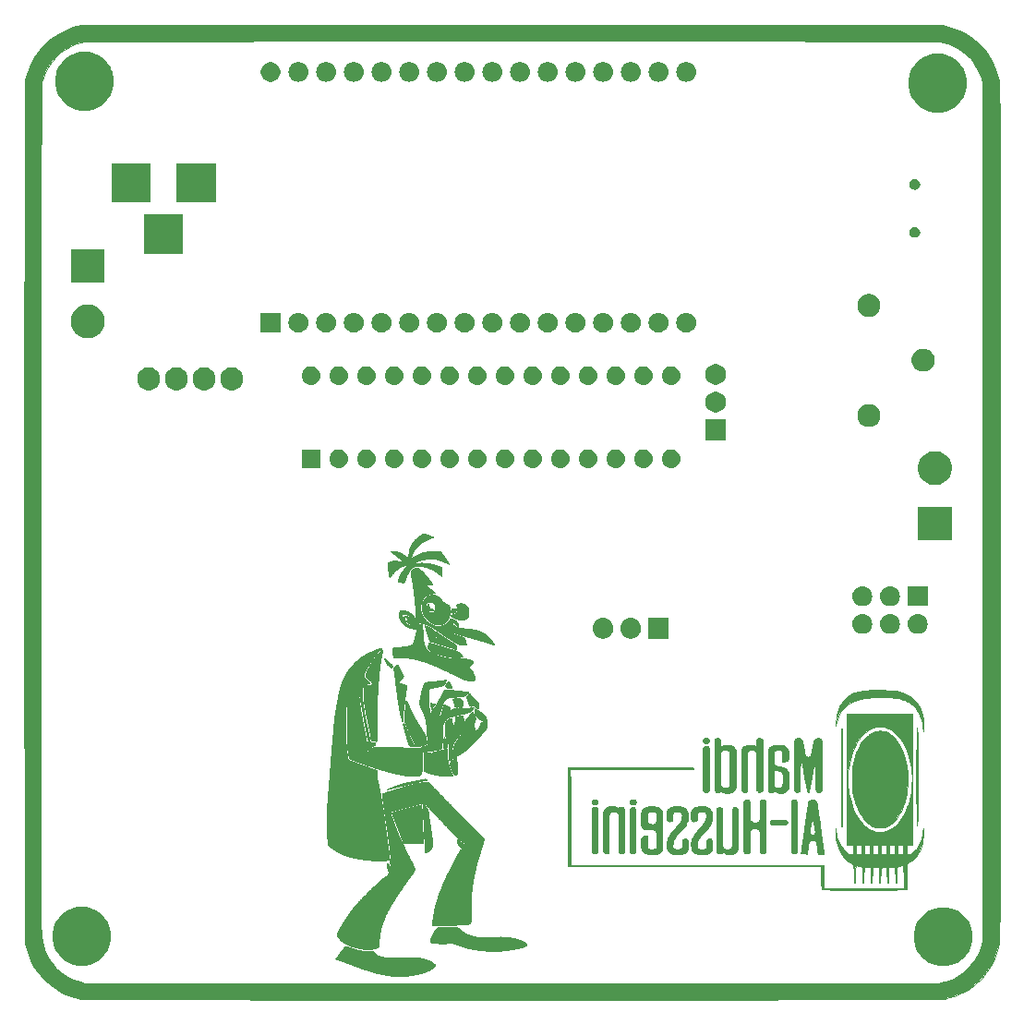
<source format=gbr>
G04 #@! TF.GenerationSoftware,KiCad,Pcbnew,(5.0.2)-1*
G04 #@! TF.CreationDate,2019-08-24T11:33:58-04:00*
G04 #@! TF.ProjectId,doof_PCB,646f6f66-5f50-4434-922e-6b696361645f,rev?*
G04 #@! TF.SameCoordinates,Original*
G04 #@! TF.FileFunction,Soldermask,Bot*
G04 #@! TF.FilePolarity,Negative*
%FSLAX46Y46*%
G04 Gerber Fmt 4.6, Leading zero omitted, Abs format (unit mm)*
G04 Created by KiCad (PCBNEW (5.0.2)-1) date 8/24/2019 11:33:58 AM*
%MOMM*%
%LPD*%
G01*
G04 APERTURE LIST*
%ADD10C,0.010000*%
%ADD11C,0.100000*%
G04 APERTURE END LIST*
D10*
G04 #@! TO.C,G_SM_B*
G36*
X146422771Y-113961003D02*
X148681055Y-113960988D01*
X150845657Y-113960957D01*
X152918583Y-113960905D01*
X154901838Y-113960829D01*
X156797428Y-113960722D01*
X158607359Y-113960582D01*
X160333635Y-113960403D01*
X161978262Y-113960180D01*
X163543246Y-113959909D01*
X165030592Y-113959585D01*
X166442305Y-113959204D01*
X167780390Y-113958761D01*
X169046854Y-113958252D01*
X170243702Y-113957671D01*
X171372938Y-113957015D01*
X172436569Y-113956278D01*
X173436600Y-113955456D01*
X174375036Y-113954545D01*
X175253883Y-113953540D01*
X176075145Y-113952435D01*
X176840830Y-113951228D01*
X177552941Y-113949912D01*
X178213485Y-113948483D01*
X178824467Y-113946938D01*
X179387892Y-113945270D01*
X179905765Y-113943476D01*
X180380093Y-113941551D01*
X180812880Y-113939490D01*
X181206132Y-113937289D01*
X181561854Y-113934943D01*
X181882052Y-113932448D01*
X182168732Y-113929798D01*
X182423898Y-113926990D01*
X182649556Y-113924018D01*
X182847711Y-113920878D01*
X183020369Y-113917566D01*
X183169536Y-113914077D01*
X183297216Y-113910405D01*
X183405416Y-113906548D01*
X183496140Y-113902499D01*
X183571394Y-113898255D01*
X183633183Y-113893810D01*
X183683513Y-113889161D01*
X183724390Y-113884302D01*
X183757818Y-113879229D01*
X183785803Y-113873937D01*
X183805147Y-113869654D01*
X184589425Y-113640354D01*
X185316369Y-113332219D01*
X185987488Y-112944396D01*
X186604289Y-112476036D01*
X187082343Y-112018889D01*
X187568155Y-111442758D01*
X187971915Y-110826161D01*
X188297844Y-110160770D01*
X188550162Y-109438261D01*
X188698442Y-108830389D01*
X188703785Y-108801801D01*
X188708909Y-108768341D01*
X188713821Y-108727996D01*
X188718523Y-108678755D01*
X188723021Y-108618607D01*
X188727320Y-108545538D01*
X188731423Y-108457539D01*
X188735336Y-108352596D01*
X188739062Y-108228699D01*
X188742607Y-108083835D01*
X188745975Y-107915993D01*
X188749170Y-107723160D01*
X188752197Y-107503326D01*
X188755061Y-107254479D01*
X188757766Y-106974606D01*
X188760316Y-106661696D01*
X188762716Y-106313738D01*
X188764971Y-105928719D01*
X188767085Y-105504628D01*
X188769063Y-105039453D01*
X188770908Y-104531182D01*
X188772627Y-103977804D01*
X188774223Y-103377307D01*
X188775700Y-102727679D01*
X188777064Y-102026909D01*
X188778318Y-101272984D01*
X188779468Y-100463893D01*
X188780518Y-99597624D01*
X188781472Y-98672166D01*
X188782335Y-97685506D01*
X188783111Y-96635633D01*
X188783806Y-95520536D01*
X188784423Y-94338202D01*
X188784967Y-93086619D01*
X188785442Y-91763777D01*
X188785854Y-90367663D01*
X188786206Y-88896266D01*
X188786503Y-87347573D01*
X188786750Y-85719574D01*
X188786951Y-84010256D01*
X188787110Y-82217607D01*
X188787233Y-80339616D01*
X188787324Y-78374272D01*
X188787387Y-76319562D01*
X188787426Y-74173474D01*
X188787447Y-71933997D01*
X188787454Y-69599120D01*
X188787454Y-69266776D01*
X188787449Y-66918288D01*
X188787430Y-64665480D01*
X188787392Y-62506342D01*
X188787331Y-60438861D01*
X188787243Y-58461027D01*
X188787124Y-56570828D01*
X188786967Y-54766253D01*
X188786770Y-53045289D01*
X188786528Y-51405927D01*
X188786235Y-49846153D01*
X188785888Y-48363957D01*
X188785482Y-46957328D01*
X188785013Y-45624253D01*
X188784476Y-44362722D01*
X188783866Y-43170722D01*
X188783179Y-42046243D01*
X188782411Y-40987273D01*
X188781557Y-39991800D01*
X188780613Y-39057814D01*
X188779573Y-38183302D01*
X188778434Y-37366253D01*
X188777191Y-36604656D01*
X188775839Y-35896499D01*
X188774375Y-35239771D01*
X188772793Y-34632460D01*
X188771089Y-34072555D01*
X188769258Y-33558044D01*
X188767296Y-33086916D01*
X188765199Y-32657160D01*
X188762962Y-32266764D01*
X188760580Y-31913716D01*
X188758049Y-31596005D01*
X188755365Y-31311620D01*
X188752522Y-31058550D01*
X188749517Y-30834781D01*
X188746345Y-30638305D01*
X188743001Y-30467108D01*
X188739481Y-30319179D01*
X188735780Y-30192507D01*
X188731894Y-30085081D01*
X188727819Y-29994888D01*
X188723550Y-29919918D01*
X188719082Y-29858159D01*
X188714410Y-29807600D01*
X188709531Y-29766229D01*
X188704440Y-29732034D01*
X188699133Y-29703005D01*
X188698809Y-29701392D01*
X188496011Y-28927911D01*
X188211531Y-28200676D01*
X187850336Y-27524575D01*
X187417393Y-26904496D01*
X186917672Y-26345327D01*
X186356138Y-25851955D01*
X185737759Y-25429269D01*
X185067503Y-25082156D01*
X184350338Y-24815504D01*
X183591231Y-24634201D01*
X183540097Y-24625410D01*
X183506349Y-24620745D01*
X183460531Y-24616270D01*
X183400656Y-24611983D01*
X183324740Y-24607881D01*
X183230798Y-24603959D01*
X183116844Y-24600214D01*
X182980895Y-24596642D01*
X182820964Y-24593239D01*
X182635068Y-24590003D01*
X182421220Y-24586929D01*
X182177436Y-24584013D01*
X181901732Y-24581253D01*
X181592121Y-24578644D01*
X181246620Y-24576183D01*
X180863243Y-24573866D01*
X180440005Y-24571689D01*
X179974921Y-24569649D01*
X179466007Y-24567743D01*
X178911276Y-24565966D01*
X178308745Y-24564316D01*
X177656429Y-24562787D01*
X176952342Y-24561378D01*
X176194499Y-24560083D01*
X175380915Y-24558900D01*
X174509606Y-24557825D01*
X173578587Y-24556854D01*
X172585872Y-24555984D01*
X171529477Y-24555210D01*
X170407416Y-24554530D01*
X169217705Y-24553939D01*
X167958358Y-24553435D01*
X166627391Y-24553013D01*
X165222819Y-24552669D01*
X163742657Y-24552401D01*
X162184919Y-24552205D01*
X160547621Y-24552076D01*
X158828778Y-24552011D01*
X157026405Y-24552007D01*
X155138517Y-24552061D01*
X153163128Y-24552167D01*
X151098255Y-24552323D01*
X148941912Y-24552525D01*
X146692113Y-24552770D01*
X144346875Y-24553053D01*
X144023558Y-24553094D01*
X141641190Y-24553416D01*
X139354608Y-24553764D01*
X137161903Y-24554143D01*
X135061170Y-24554556D01*
X133050500Y-24555006D01*
X131127988Y-24555497D01*
X129291725Y-24556033D01*
X127539806Y-24556616D01*
X125870321Y-24557252D01*
X124281366Y-24557943D01*
X122771032Y-24558692D01*
X121337413Y-24559505D01*
X119978601Y-24560383D01*
X118692689Y-24561330D01*
X117477771Y-24562351D01*
X116331939Y-24563448D01*
X115253286Y-24564626D01*
X114239905Y-24565887D01*
X113289889Y-24567236D01*
X112401331Y-24568676D01*
X111572324Y-24570210D01*
X110800961Y-24571842D01*
X110085335Y-24573576D01*
X109423538Y-24575415D01*
X108813663Y-24577362D01*
X108253804Y-24579422D01*
X107742054Y-24581598D01*
X107276505Y-24583893D01*
X106855250Y-24586312D01*
X106476382Y-24588857D01*
X106137994Y-24591532D01*
X105838180Y-24594340D01*
X105575031Y-24597286D01*
X105346642Y-24600373D01*
X105151104Y-24603604D01*
X104986511Y-24606983D01*
X104850955Y-24610514D01*
X104742531Y-24614199D01*
X104659329Y-24618044D01*
X104599445Y-24622050D01*
X104560969Y-24626222D01*
X104556987Y-24626853D01*
X103821950Y-24798988D01*
X103109999Y-25062965D01*
X102430753Y-25413866D01*
X101793832Y-25846773D01*
X101248047Y-26318531D01*
X100719020Y-26894344D01*
X100274194Y-27517681D01*
X99912086Y-28191283D01*
X99631214Y-28917892D01*
X99436582Y-29668068D01*
X99431394Y-29696467D01*
X99426418Y-29731042D01*
X99421648Y-29773802D01*
X99417081Y-29826751D01*
X99412713Y-29891898D01*
X99408537Y-29971248D01*
X99404552Y-30066808D01*
X99400751Y-30180585D01*
X99397131Y-30314586D01*
X99393687Y-30470816D01*
X99390416Y-30651282D01*
X99387311Y-30857992D01*
X99384370Y-31092952D01*
X99381587Y-31358168D01*
X99378959Y-31655646D01*
X99376481Y-31987395D01*
X99374148Y-32355419D01*
X99371957Y-32761726D01*
X99369903Y-33208323D01*
X99367980Y-33697215D01*
X99366186Y-34230410D01*
X99364516Y-34809915D01*
X99362965Y-35437734D01*
X99361529Y-36115877D01*
X99360204Y-36846348D01*
X99358984Y-37631154D01*
X99357867Y-38472303D01*
X99356846Y-39371801D01*
X99355919Y-40331654D01*
X99355081Y-41353869D01*
X99354327Y-42440452D01*
X99353652Y-43593411D01*
X99353054Y-44814751D01*
X99352526Y-46106480D01*
X99352065Y-47470604D01*
X99351667Y-48909129D01*
X99351326Y-50424062D01*
X99351039Y-52017410D01*
X99350802Y-53691180D01*
X99350609Y-55447377D01*
X99350457Y-57288010D01*
X99350340Y-59215083D01*
X99350256Y-61230604D01*
X99350199Y-63336579D01*
X99350165Y-65535016D01*
X99350149Y-67827920D01*
X99350147Y-69266776D01*
X99350153Y-71618007D01*
X99350175Y-73873551D01*
X99350218Y-76035416D01*
X99350286Y-78105609D01*
X99350382Y-80086136D01*
X99350512Y-81979004D01*
X99350680Y-83786218D01*
X99350890Y-85509787D01*
X99351018Y-86336012D01*
X100846695Y-86336012D01*
X100846755Y-84359971D01*
X100846959Y-82291542D01*
X100847307Y-80129922D01*
X100847798Y-77874313D01*
X100848432Y-75523912D01*
X100849207Y-73077920D01*
X100850123Y-70535536D01*
X100850766Y-68900430D01*
X100851718Y-66564835D01*
X100852644Y-64324914D01*
X100853551Y-62178648D01*
X100854444Y-60124019D01*
X100855329Y-58159007D01*
X100856210Y-56281595D01*
X100857094Y-54489764D01*
X100857984Y-52781496D01*
X100858888Y-51154771D01*
X100859811Y-49607571D01*
X100860756Y-48137878D01*
X100861732Y-46743674D01*
X100862741Y-45422939D01*
X100863791Y-44173654D01*
X100864886Y-42993803D01*
X100866031Y-41881365D01*
X100867233Y-40834322D01*
X100868496Y-39850657D01*
X100869826Y-38928349D01*
X100871228Y-38065381D01*
X100872708Y-37259735D01*
X100874272Y-36509390D01*
X100875923Y-35812330D01*
X100877669Y-35166535D01*
X100879514Y-34569987D01*
X100881463Y-34020667D01*
X100883523Y-33516557D01*
X100885698Y-33055638D01*
X100887994Y-32635892D01*
X100890416Y-32255299D01*
X100892970Y-31911842D01*
X100895660Y-31603502D01*
X100898494Y-31328261D01*
X100901475Y-31084099D01*
X100904609Y-30868998D01*
X100907902Y-30680940D01*
X100911359Y-30517906D01*
X100914986Y-30377878D01*
X100918787Y-30258837D01*
X100922769Y-30158764D01*
X100926936Y-30075641D01*
X100931294Y-30007449D01*
X100935849Y-29952170D01*
X100940605Y-29907785D01*
X100945569Y-29872275D01*
X100950745Y-29843623D01*
X100955230Y-29823507D01*
X101163860Y-29156248D01*
X101451265Y-28539241D01*
X101811812Y-27977909D01*
X102239864Y-27477674D01*
X102729786Y-27043958D01*
X103275944Y-26682185D01*
X103872701Y-26397775D01*
X104514422Y-26196152D01*
X104783789Y-26139653D01*
X104857747Y-26135090D01*
X105026552Y-26130656D01*
X105287357Y-26126350D01*
X105637318Y-26122173D01*
X106073588Y-26118124D01*
X106593322Y-26114203D01*
X107193675Y-26110412D01*
X107871800Y-26106750D01*
X108624852Y-26103217D01*
X109449985Y-26099813D01*
X110344354Y-26096540D01*
X111305113Y-26093396D01*
X112329416Y-26090383D01*
X113414417Y-26087500D01*
X114557272Y-26084748D01*
X115755134Y-26082126D01*
X117005157Y-26079635D01*
X118304497Y-26077276D01*
X119650307Y-26075048D01*
X121039741Y-26072951D01*
X122469955Y-26070987D01*
X123938102Y-26069154D01*
X125441336Y-26067454D01*
X126976813Y-26065886D01*
X128541686Y-26064450D01*
X130133109Y-26063148D01*
X131748238Y-26061978D01*
X133384225Y-26060942D01*
X135038227Y-26060039D01*
X136707397Y-26059270D01*
X138388889Y-26058634D01*
X140079857Y-26058133D01*
X141777457Y-26057766D01*
X143478842Y-26057533D01*
X145181167Y-26057435D01*
X146881586Y-26057472D01*
X148577254Y-26057643D01*
X150265324Y-26057951D01*
X151942951Y-26058393D01*
X153607290Y-26058971D01*
X155255494Y-26059685D01*
X156884718Y-26060535D01*
X158492117Y-26061522D01*
X160074845Y-26062645D01*
X161630056Y-26063904D01*
X163154904Y-26065301D01*
X164646544Y-26066834D01*
X166102130Y-26068505D01*
X167518817Y-26070313D01*
X168893758Y-26072259D01*
X170224109Y-26074343D01*
X171507023Y-26076565D01*
X172739655Y-26078925D01*
X173919159Y-26081424D01*
X175042689Y-26084062D01*
X176107400Y-26086838D01*
X177110447Y-26089754D01*
X178048983Y-26092808D01*
X178920163Y-26096003D01*
X179721141Y-26099337D01*
X180449071Y-26102811D01*
X181101109Y-26106425D01*
X181674408Y-26110180D01*
X182166122Y-26114075D01*
X182573406Y-26118110D01*
X182893414Y-26122287D01*
X183123301Y-26126605D01*
X183260221Y-26131064D01*
X183298075Y-26134049D01*
X183970567Y-26298986D01*
X184596043Y-26547859D01*
X185169987Y-26876638D01*
X185687885Y-27281296D01*
X186145223Y-27757806D01*
X186537486Y-28302140D01*
X186860160Y-28910270D01*
X187089887Y-29516918D01*
X187224377Y-29945623D01*
X187224377Y-108587930D01*
X187086839Y-109027546D01*
X186833359Y-109684655D01*
X186504152Y-110284966D01*
X186104155Y-110823721D01*
X185638304Y-111296166D01*
X185111533Y-111697545D01*
X184528780Y-112023103D01*
X183894979Y-112268083D01*
X183652600Y-112336315D01*
X183218993Y-112446776D01*
X104869762Y-112446776D01*
X104454570Y-112333404D01*
X103831876Y-112118301D01*
X103242220Y-111825650D01*
X102702438Y-111465400D01*
X102229368Y-111047503D01*
X102165174Y-110980431D01*
X101737599Y-110462959D01*
X101399158Y-109916703D01*
X101145620Y-109332216D01*
X100972752Y-108700048D01*
X100886965Y-108127033D01*
X100883493Y-108054966D01*
X100880182Y-107908924D01*
X100877032Y-107688106D01*
X100874042Y-107391713D01*
X100871212Y-107018944D01*
X100868541Y-106568998D01*
X100866027Y-106041073D01*
X100863671Y-105434371D01*
X100861471Y-104748090D01*
X100859427Y-103981429D01*
X100857538Y-103133588D01*
X100855804Y-102203766D01*
X100854223Y-101191163D01*
X100852794Y-100094977D01*
X100851518Y-98914409D01*
X100850393Y-97648658D01*
X100849419Y-96296922D01*
X100848595Y-94858403D01*
X100847920Y-93332297D01*
X100847393Y-91717806D01*
X100847014Y-90014129D01*
X100846781Y-88220464D01*
X100846695Y-86336012D01*
X99351018Y-86336012D01*
X99351146Y-87151716D01*
X99351453Y-88714013D01*
X99351816Y-90198683D01*
X99352239Y-91607733D01*
X99352725Y-92943171D01*
X99353280Y-94207002D01*
X99353908Y-95401233D01*
X99354613Y-96527870D01*
X99355400Y-97588921D01*
X99356273Y-98586392D01*
X99357236Y-99522290D01*
X99358294Y-100398620D01*
X99359451Y-101217391D01*
X99360711Y-101980607D01*
X99362080Y-102690277D01*
X99363561Y-103348406D01*
X99365158Y-103957001D01*
X99366876Y-104518069D01*
X99368720Y-105033617D01*
X99370694Y-105505650D01*
X99372802Y-105936176D01*
X99375048Y-106327201D01*
X99377437Y-106680731D01*
X99379974Y-106998775D01*
X99382662Y-107283337D01*
X99385507Y-107536424D01*
X99388511Y-107760044D01*
X99391681Y-107956202D01*
X99395020Y-108126906D01*
X99398532Y-108274162D01*
X99402223Y-108399976D01*
X99406096Y-108506356D01*
X99410155Y-108595307D01*
X99414406Y-108668837D01*
X99418852Y-108728951D01*
X99423498Y-108777658D01*
X99428348Y-108816962D01*
X99433407Y-108848871D01*
X99436582Y-108865485D01*
X99638413Y-109640288D01*
X99917330Y-110356993D01*
X100276040Y-111020840D01*
X100717253Y-111637071D01*
X101080702Y-112047131D01*
X101642519Y-112570936D01*
X102241189Y-113010292D01*
X102886119Y-113370472D01*
X103586718Y-113656750D01*
X104332454Y-113869768D01*
X104357611Y-113875227D01*
X104386695Y-113880463D01*
X104421712Y-113885483D01*
X104464667Y-113890289D01*
X104517566Y-113894888D01*
X104582414Y-113899282D01*
X104661217Y-113903478D01*
X104755979Y-113907480D01*
X104868706Y-113911291D01*
X105001403Y-113914918D01*
X105156076Y-113918363D01*
X105334731Y-113921633D01*
X105539371Y-113924732D01*
X105772004Y-113927664D01*
X106034634Y-113930434D01*
X106329266Y-113933046D01*
X106657906Y-113935505D01*
X107022559Y-113937816D01*
X107425231Y-113939983D01*
X107867927Y-113942011D01*
X108352652Y-113943905D01*
X108881411Y-113945668D01*
X109456211Y-113947306D01*
X110079055Y-113948824D01*
X110751951Y-113950226D01*
X111476902Y-113951516D01*
X112255915Y-113952699D01*
X113090995Y-113953779D01*
X113984146Y-113954763D01*
X114937375Y-113955653D01*
X115952687Y-113956454D01*
X117032087Y-113957172D01*
X118177580Y-113957810D01*
X119391172Y-113958374D01*
X120674868Y-113958868D01*
X122030674Y-113959296D01*
X123460594Y-113959664D01*
X124966635Y-113959975D01*
X126550801Y-113960235D01*
X128215098Y-113960447D01*
X129961532Y-113960617D01*
X131792107Y-113960750D01*
X133708829Y-113960849D01*
X135713703Y-113960919D01*
X137808735Y-113960966D01*
X139995930Y-113960993D01*
X142277293Y-113961005D01*
X144068800Y-113961007D01*
X146422771Y-113961003D01*
X146422771Y-113961003D01*
G37*
X146422771Y-113961003D02*
X148681055Y-113960988D01*
X150845657Y-113960957D01*
X152918583Y-113960905D01*
X154901838Y-113960829D01*
X156797428Y-113960722D01*
X158607359Y-113960582D01*
X160333635Y-113960403D01*
X161978262Y-113960180D01*
X163543246Y-113959909D01*
X165030592Y-113959585D01*
X166442305Y-113959204D01*
X167780390Y-113958761D01*
X169046854Y-113958252D01*
X170243702Y-113957671D01*
X171372938Y-113957015D01*
X172436569Y-113956278D01*
X173436600Y-113955456D01*
X174375036Y-113954545D01*
X175253883Y-113953540D01*
X176075145Y-113952435D01*
X176840830Y-113951228D01*
X177552941Y-113949912D01*
X178213485Y-113948483D01*
X178824467Y-113946938D01*
X179387892Y-113945270D01*
X179905765Y-113943476D01*
X180380093Y-113941551D01*
X180812880Y-113939490D01*
X181206132Y-113937289D01*
X181561854Y-113934943D01*
X181882052Y-113932448D01*
X182168732Y-113929798D01*
X182423898Y-113926990D01*
X182649556Y-113924018D01*
X182847711Y-113920878D01*
X183020369Y-113917566D01*
X183169536Y-113914077D01*
X183297216Y-113910405D01*
X183405416Y-113906548D01*
X183496140Y-113902499D01*
X183571394Y-113898255D01*
X183633183Y-113893810D01*
X183683513Y-113889161D01*
X183724390Y-113884302D01*
X183757818Y-113879229D01*
X183785803Y-113873937D01*
X183805147Y-113869654D01*
X184589425Y-113640354D01*
X185316369Y-113332219D01*
X185987488Y-112944396D01*
X186604289Y-112476036D01*
X187082343Y-112018889D01*
X187568155Y-111442758D01*
X187971915Y-110826161D01*
X188297844Y-110160770D01*
X188550162Y-109438261D01*
X188698442Y-108830389D01*
X188703785Y-108801801D01*
X188708909Y-108768341D01*
X188713821Y-108727996D01*
X188718523Y-108678755D01*
X188723021Y-108618607D01*
X188727320Y-108545538D01*
X188731423Y-108457539D01*
X188735336Y-108352596D01*
X188739062Y-108228699D01*
X188742607Y-108083835D01*
X188745975Y-107915993D01*
X188749170Y-107723160D01*
X188752197Y-107503326D01*
X188755061Y-107254479D01*
X188757766Y-106974606D01*
X188760316Y-106661696D01*
X188762716Y-106313738D01*
X188764971Y-105928719D01*
X188767085Y-105504628D01*
X188769063Y-105039453D01*
X188770908Y-104531182D01*
X188772627Y-103977804D01*
X188774223Y-103377307D01*
X188775700Y-102727679D01*
X188777064Y-102026909D01*
X188778318Y-101272984D01*
X188779468Y-100463893D01*
X188780518Y-99597624D01*
X188781472Y-98672166D01*
X188782335Y-97685506D01*
X188783111Y-96635633D01*
X188783806Y-95520536D01*
X188784423Y-94338202D01*
X188784967Y-93086619D01*
X188785442Y-91763777D01*
X188785854Y-90367663D01*
X188786206Y-88896266D01*
X188786503Y-87347573D01*
X188786750Y-85719574D01*
X188786951Y-84010256D01*
X188787110Y-82217607D01*
X188787233Y-80339616D01*
X188787324Y-78374272D01*
X188787387Y-76319562D01*
X188787426Y-74173474D01*
X188787447Y-71933997D01*
X188787454Y-69599120D01*
X188787454Y-69266776D01*
X188787449Y-66918288D01*
X188787430Y-64665480D01*
X188787392Y-62506342D01*
X188787331Y-60438861D01*
X188787243Y-58461027D01*
X188787124Y-56570828D01*
X188786967Y-54766253D01*
X188786770Y-53045289D01*
X188786528Y-51405927D01*
X188786235Y-49846153D01*
X188785888Y-48363957D01*
X188785482Y-46957328D01*
X188785013Y-45624253D01*
X188784476Y-44362722D01*
X188783866Y-43170722D01*
X188783179Y-42046243D01*
X188782411Y-40987273D01*
X188781557Y-39991800D01*
X188780613Y-39057814D01*
X188779573Y-38183302D01*
X188778434Y-37366253D01*
X188777191Y-36604656D01*
X188775839Y-35896499D01*
X188774375Y-35239771D01*
X188772793Y-34632460D01*
X188771089Y-34072555D01*
X188769258Y-33558044D01*
X188767296Y-33086916D01*
X188765199Y-32657160D01*
X188762962Y-32266764D01*
X188760580Y-31913716D01*
X188758049Y-31596005D01*
X188755365Y-31311620D01*
X188752522Y-31058550D01*
X188749517Y-30834781D01*
X188746345Y-30638305D01*
X188743001Y-30467108D01*
X188739481Y-30319179D01*
X188735780Y-30192507D01*
X188731894Y-30085081D01*
X188727819Y-29994888D01*
X188723550Y-29919918D01*
X188719082Y-29858159D01*
X188714410Y-29807600D01*
X188709531Y-29766229D01*
X188704440Y-29732034D01*
X188699133Y-29703005D01*
X188698809Y-29701392D01*
X188496011Y-28927911D01*
X188211531Y-28200676D01*
X187850336Y-27524575D01*
X187417393Y-26904496D01*
X186917672Y-26345327D01*
X186356138Y-25851955D01*
X185737759Y-25429269D01*
X185067503Y-25082156D01*
X184350338Y-24815504D01*
X183591231Y-24634201D01*
X183540097Y-24625410D01*
X183506349Y-24620745D01*
X183460531Y-24616270D01*
X183400656Y-24611983D01*
X183324740Y-24607881D01*
X183230798Y-24603959D01*
X183116844Y-24600214D01*
X182980895Y-24596642D01*
X182820964Y-24593239D01*
X182635068Y-24590003D01*
X182421220Y-24586929D01*
X182177436Y-24584013D01*
X181901732Y-24581253D01*
X181592121Y-24578644D01*
X181246620Y-24576183D01*
X180863243Y-24573866D01*
X180440005Y-24571689D01*
X179974921Y-24569649D01*
X179466007Y-24567743D01*
X178911276Y-24565966D01*
X178308745Y-24564316D01*
X177656429Y-24562787D01*
X176952342Y-24561378D01*
X176194499Y-24560083D01*
X175380915Y-24558900D01*
X174509606Y-24557825D01*
X173578587Y-24556854D01*
X172585872Y-24555984D01*
X171529477Y-24555210D01*
X170407416Y-24554530D01*
X169217705Y-24553939D01*
X167958358Y-24553435D01*
X166627391Y-24553013D01*
X165222819Y-24552669D01*
X163742657Y-24552401D01*
X162184919Y-24552205D01*
X160547621Y-24552076D01*
X158828778Y-24552011D01*
X157026405Y-24552007D01*
X155138517Y-24552061D01*
X153163128Y-24552167D01*
X151098255Y-24552323D01*
X148941912Y-24552525D01*
X146692113Y-24552770D01*
X144346875Y-24553053D01*
X144023558Y-24553094D01*
X141641190Y-24553416D01*
X139354608Y-24553764D01*
X137161903Y-24554143D01*
X135061170Y-24554556D01*
X133050500Y-24555006D01*
X131127988Y-24555497D01*
X129291725Y-24556033D01*
X127539806Y-24556616D01*
X125870321Y-24557252D01*
X124281366Y-24557943D01*
X122771032Y-24558692D01*
X121337413Y-24559505D01*
X119978601Y-24560383D01*
X118692689Y-24561330D01*
X117477771Y-24562351D01*
X116331939Y-24563448D01*
X115253286Y-24564626D01*
X114239905Y-24565887D01*
X113289889Y-24567236D01*
X112401331Y-24568676D01*
X111572324Y-24570210D01*
X110800961Y-24571842D01*
X110085335Y-24573576D01*
X109423538Y-24575415D01*
X108813663Y-24577362D01*
X108253804Y-24579422D01*
X107742054Y-24581598D01*
X107276505Y-24583893D01*
X106855250Y-24586312D01*
X106476382Y-24588857D01*
X106137994Y-24591532D01*
X105838180Y-24594340D01*
X105575031Y-24597286D01*
X105346642Y-24600373D01*
X105151104Y-24603604D01*
X104986511Y-24606983D01*
X104850955Y-24610514D01*
X104742531Y-24614199D01*
X104659329Y-24618044D01*
X104599445Y-24622050D01*
X104560969Y-24626222D01*
X104556987Y-24626853D01*
X103821950Y-24798988D01*
X103109999Y-25062965D01*
X102430753Y-25413866D01*
X101793832Y-25846773D01*
X101248047Y-26318531D01*
X100719020Y-26894344D01*
X100274194Y-27517681D01*
X99912086Y-28191283D01*
X99631214Y-28917892D01*
X99436582Y-29668068D01*
X99431394Y-29696467D01*
X99426418Y-29731042D01*
X99421648Y-29773802D01*
X99417081Y-29826751D01*
X99412713Y-29891898D01*
X99408537Y-29971248D01*
X99404552Y-30066808D01*
X99400751Y-30180585D01*
X99397131Y-30314586D01*
X99393687Y-30470816D01*
X99390416Y-30651282D01*
X99387311Y-30857992D01*
X99384370Y-31092952D01*
X99381587Y-31358168D01*
X99378959Y-31655646D01*
X99376481Y-31987395D01*
X99374148Y-32355419D01*
X99371957Y-32761726D01*
X99369903Y-33208323D01*
X99367980Y-33697215D01*
X99366186Y-34230410D01*
X99364516Y-34809915D01*
X99362965Y-35437734D01*
X99361529Y-36115877D01*
X99360204Y-36846348D01*
X99358984Y-37631154D01*
X99357867Y-38472303D01*
X99356846Y-39371801D01*
X99355919Y-40331654D01*
X99355081Y-41353869D01*
X99354327Y-42440452D01*
X99353652Y-43593411D01*
X99353054Y-44814751D01*
X99352526Y-46106480D01*
X99352065Y-47470604D01*
X99351667Y-48909129D01*
X99351326Y-50424062D01*
X99351039Y-52017410D01*
X99350802Y-53691180D01*
X99350609Y-55447377D01*
X99350457Y-57288010D01*
X99350340Y-59215083D01*
X99350256Y-61230604D01*
X99350199Y-63336579D01*
X99350165Y-65535016D01*
X99350149Y-67827920D01*
X99350147Y-69266776D01*
X99350153Y-71618007D01*
X99350175Y-73873551D01*
X99350218Y-76035416D01*
X99350286Y-78105609D01*
X99350382Y-80086136D01*
X99350512Y-81979004D01*
X99350680Y-83786218D01*
X99350890Y-85509787D01*
X99351018Y-86336012D01*
X100846695Y-86336012D01*
X100846755Y-84359971D01*
X100846959Y-82291542D01*
X100847307Y-80129922D01*
X100847798Y-77874313D01*
X100848432Y-75523912D01*
X100849207Y-73077920D01*
X100850123Y-70535536D01*
X100850766Y-68900430D01*
X100851718Y-66564835D01*
X100852644Y-64324914D01*
X100853551Y-62178648D01*
X100854444Y-60124019D01*
X100855329Y-58159007D01*
X100856210Y-56281595D01*
X100857094Y-54489764D01*
X100857984Y-52781496D01*
X100858888Y-51154771D01*
X100859811Y-49607571D01*
X100860756Y-48137878D01*
X100861732Y-46743674D01*
X100862741Y-45422939D01*
X100863791Y-44173654D01*
X100864886Y-42993803D01*
X100866031Y-41881365D01*
X100867233Y-40834322D01*
X100868496Y-39850657D01*
X100869826Y-38928349D01*
X100871228Y-38065381D01*
X100872708Y-37259735D01*
X100874272Y-36509390D01*
X100875923Y-35812330D01*
X100877669Y-35166535D01*
X100879514Y-34569987D01*
X100881463Y-34020667D01*
X100883523Y-33516557D01*
X100885698Y-33055638D01*
X100887994Y-32635892D01*
X100890416Y-32255299D01*
X100892970Y-31911842D01*
X100895660Y-31603502D01*
X100898494Y-31328261D01*
X100901475Y-31084099D01*
X100904609Y-30868998D01*
X100907902Y-30680940D01*
X100911359Y-30517906D01*
X100914986Y-30377878D01*
X100918787Y-30258837D01*
X100922769Y-30158764D01*
X100926936Y-30075641D01*
X100931294Y-30007449D01*
X100935849Y-29952170D01*
X100940605Y-29907785D01*
X100945569Y-29872275D01*
X100950745Y-29843623D01*
X100955230Y-29823507D01*
X101163860Y-29156248D01*
X101451265Y-28539241D01*
X101811812Y-27977909D01*
X102239864Y-27477674D01*
X102729786Y-27043958D01*
X103275944Y-26682185D01*
X103872701Y-26397775D01*
X104514422Y-26196152D01*
X104783789Y-26139653D01*
X104857747Y-26135090D01*
X105026552Y-26130656D01*
X105287357Y-26126350D01*
X105637318Y-26122173D01*
X106073588Y-26118124D01*
X106593322Y-26114203D01*
X107193675Y-26110412D01*
X107871800Y-26106750D01*
X108624852Y-26103217D01*
X109449985Y-26099813D01*
X110344354Y-26096540D01*
X111305113Y-26093396D01*
X112329416Y-26090383D01*
X113414417Y-26087500D01*
X114557272Y-26084748D01*
X115755134Y-26082126D01*
X117005157Y-26079635D01*
X118304497Y-26077276D01*
X119650307Y-26075048D01*
X121039741Y-26072951D01*
X122469955Y-26070987D01*
X123938102Y-26069154D01*
X125441336Y-26067454D01*
X126976813Y-26065886D01*
X128541686Y-26064450D01*
X130133109Y-26063148D01*
X131748238Y-26061978D01*
X133384225Y-26060942D01*
X135038227Y-26060039D01*
X136707397Y-26059270D01*
X138388889Y-26058634D01*
X140079857Y-26058133D01*
X141777457Y-26057766D01*
X143478842Y-26057533D01*
X145181167Y-26057435D01*
X146881586Y-26057472D01*
X148577254Y-26057643D01*
X150265324Y-26057951D01*
X151942951Y-26058393D01*
X153607290Y-26058971D01*
X155255494Y-26059685D01*
X156884718Y-26060535D01*
X158492117Y-26061522D01*
X160074845Y-26062645D01*
X161630056Y-26063904D01*
X163154904Y-26065301D01*
X164646544Y-26066834D01*
X166102130Y-26068505D01*
X167518817Y-26070313D01*
X168893758Y-26072259D01*
X170224109Y-26074343D01*
X171507023Y-26076565D01*
X172739655Y-26078925D01*
X173919159Y-26081424D01*
X175042689Y-26084062D01*
X176107400Y-26086838D01*
X177110447Y-26089754D01*
X178048983Y-26092808D01*
X178920163Y-26096003D01*
X179721141Y-26099337D01*
X180449071Y-26102811D01*
X181101109Y-26106425D01*
X181674408Y-26110180D01*
X182166122Y-26114075D01*
X182573406Y-26118110D01*
X182893414Y-26122287D01*
X183123301Y-26126605D01*
X183260221Y-26131064D01*
X183298075Y-26134049D01*
X183970567Y-26298986D01*
X184596043Y-26547859D01*
X185169987Y-26876638D01*
X185687885Y-27281296D01*
X186145223Y-27757806D01*
X186537486Y-28302140D01*
X186860160Y-28910270D01*
X187089887Y-29516918D01*
X187224377Y-29945623D01*
X187224377Y-108587930D01*
X187086839Y-109027546D01*
X186833359Y-109684655D01*
X186504152Y-110284966D01*
X186104155Y-110823721D01*
X185638304Y-111296166D01*
X185111533Y-111697545D01*
X184528780Y-112023103D01*
X183894979Y-112268083D01*
X183652600Y-112336315D01*
X183218993Y-112446776D01*
X104869762Y-112446776D01*
X104454570Y-112333404D01*
X103831876Y-112118301D01*
X103242220Y-111825650D01*
X102702438Y-111465400D01*
X102229368Y-111047503D01*
X102165174Y-110980431D01*
X101737599Y-110462959D01*
X101399158Y-109916703D01*
X101145620Y-109332216D01*
X100972752Y-108700048D01*
X100886965Y-108127033D01*
X100883493Y-108054966D01*
X100880182Y-107908924D01*
X100877032Y-107688106D01*
X100874042Y-107391713D01*
X100871212Y-107018944D01*
X100868541Y-106568998D01*
X100866027Y-106041073D01*
X100863671Y-105434371D01*
X100861471Y-104748090D01*
X100859427Y-103981429D01*
X100857538Y-103133588D01*
X100855804Y-102203766D01*
X100854223Y-101191163D01*
X100852794Y-100094977D01*
X100851518Y-98914409D01*
X100850393Y-97648658D01*
X100849419Y-96296922D01*
X100848595Y-94858403D01*
X100847920Y-93332297D01*
X100847393Y-91717806D01*
X100847014Y-90014129D01*
X100846781Y-88220464D01*
X100846695Y-86336012D01*
X99351018Y-86336012D01*
X99351146Y-87151716D01*
X99351453Y-88714013D01*
X99351816Y-90198683D01*
X99352239Y-91607733D01*
X99352725Y-92943171D01*
X99353280Y-94207002D01*
X99353908Y-95401233D01*
X99354613Y-96527870D01*
X99355400Y-97588921D01*
X99356273Y-98586392D01*
X99357236Y-99522290D01*
X99358294Y-100398620D01*
X99359451Y-101217391D01*
X99360711Y-101980607D01*
X99362080Y-102690277D01*
X99363561Y-103348406D01*
X99365158Y-103957001D01*
X99366876Y-104518069D01*
X99368720Y-105033617D01*
X99370694Y-105505650D01*
X99372802Y-105936176D01*
X99375048Y-106327201D01*
X99377437Y-106680731D01*
X99379974Y-106998775D01*
X99382662Y-107283337D01*
X99385507Y-107536424D01*
X99388511Y-107760044D01*
X99391681Y-107956202D01*
X99395020Y-108126906D01*
X99398532Y-108274162D01*
X99402223Y-108399976D01*
X99406096Y-108506356D01*
X99410155Y-108595307D01*
X99414406Y-108668837D01*
X99418852Y-108728951D01*
X99423498Y-108777658D01*
X99428348Y-108816962D01*
X99433407Y-108848871D01*
X99436582Y-108865485D01*
X99638413Y-109640288D01*
X99917330Y-110356993D01*
X100276040Y-111020840D01*
X100717253Y-111637071D01*
X101080702Y-112047131D01*
X101642519Y-112570936D01*
X102241189Y-113010292D01*
X102886119Y-113370472D01*
X103586718Y-113656750D01*
X104332454Y-113869768D01*
X104357611Y-113875227D01*
X104386695Y-113880463D01*
X104421712Y-113885483D01*
X104464667Y-113890289D01*
X104517566Y-113894888D01*
X104582414Y-113899282D01*
X104661217Y-113903478D01*
X104755979Y-113907480D01*
X104868706Y-113911291D01*
X105001403Y-113914918D01*
X105156076Y-113918363D01*
X105334731Y-113921633D01*
X105539371Y-113924732D01*
X105772004Y-113927664D01*
X106034634Y-113930434D01*
X106329266Y-113933046D01*
X106657906Y-113935505D01*
X107022559Y-113937816D01*
X107425231Y-113939983D01*
X107867927Y-113942011D01*
X108352652Y-113943905D01*
X108881411Y-113945668D01*
X109456211Y-113947306D01*
X110079055Y-113948824D01*
X110751951Y-113950226D01*
X111476902Y-113951516D01*
X112255915Y-113952699D01*
X113090995Y-113953779D01*
X113984146Y-113954763D01*
X114937375Y-113955653D01*
X115952687Y-113956454D01*
X117032087Y-113957172D01*
X118177580Y-113957810D01*
X119391172Y-113958374D01*
X120674868Y-113958868D01*
X122030674Y-113959296D01*
X123460594Y-113959664D01*
X124966635Y-113959975D01*
X126550801Y-113960235D01*
X128215098Y-113960447D01*
X129961532Y-113960617D01*
X131792107Y-113960750D01*
X133708829Y-113960849D01*
X135713703Y-113960919D01*
X137808735Y-113960966D01*
X139995930Y-113960993D01*
X142277293Y-113961005D01*
X144068800Y-113961007D01*
X146422771Y-113961003D01*
G04 #@! TO.C,G07*
G36*
X128791656Y-109057368D02*
X128757523Y-109067203D01*
X128725138Y-109090947D01*
X128693726Y-109121976D01*
X128658766Y-109160330D01*
X128635187Y-109190657D01*
X128628775Y-109203622D01*
X128618267Y-109223839D01*
X128592883Y-109252339D01*
X128591874Y-109253301D01*
X128562247Y-109286903D01*
X128544747Y-109316043D01*
X128529054Y-109339444D01*
X128519219Y-109343825D01*
X128502988Y-109357005D01*
X128493051Y-109378053D01*
X128473613Y-109413450D01*
X128444357Y-109447342D01*
X128418032Y-109476990D01*
X128406544Y-109500329D01*
X128406525Y-109500924D01*
X128393818Y-109522305D01*
X128383317Y-109528352D01*
X128359872Y-109549649D01*
X128349711Y-109570020D01*
X128330693Y-109604243D01*
X128301482Y-109637842D01*
X128275276Y-109666194D01*
X128263681Y-109686782D01*
X128263650Y-109687398D01*
X128252766Y-109707621D01*
X128231900Y-109729079D01*
X128207792Y-109757539D01*
X128200150Y-109778533D01*
X128187342Y-109803181D01*
X128176338Y-109809940D01*
X128155277Y-109827927D01*
X128152525Y-109837600D01*
X128141800Y-109860428D01*
X128115875Y-109890079D01*
X128114694Y-109891182D01*
X128084365Y-109926353D01*
X128066465Y-109959004D01*
X128048030Y-109989634D01*
X128032859Y-110000672D01*
X128012178Y-110018750D01*
X128009650Y-110028100D01*
X127998925Y-110050928D01*
X127973000Y-110080579D01*
X127971819Y-110081682D01*
X127941264Y-110117422D01*
X127923125Y-110150971D01*
X127908877Y-110177909D01*
X127897456Y-110185200D01*
X127884287Y-110198061D01*
X127882650Y-110208824D01*
X127897928Y-110228403D01*
X127942075Y-110241924D01*
X127946150Y-110242603D01*
X127985832Y-110251791D01*
X128007982Y-110262435D01*
X128009650Y-110265631D01*
X128023776Y-110275411D01*
X128059531Y-110285382D01*
X128081088Y-110289217D01*
X128123608Y-110298183D01*
X128149183Y-110308576D01*
X128152525Y-110313029D01*
X128166652Y-110322945D01*
X128202410Y-110332997D01*
X128223963Y-110336842D01*
X128266484Y-110345859D01*
X128292059Y-110356379D01*
X128295400Y-110360908D01*
X128309266Y-110372310D01*
X128343390Y-110383139D01*
X128350963Y-110384684D01*
X128387578Y-110394623D01*
X128406005Y-110405634D01*
X128406525Y-110407414D01*
X128420648Y-110416855D01*
X128456398Y-110426622D01*
X128477963Y-110430432D01*
X128520492Y-110439721D01*
X128546065Y-110450925D01*
X128549400Y-110455860D01*
X128563427Y-110467301D01*
X128598485Y-110478038D01*
X128612900Y-110480728D01*
X128652577Y-110489739D01*
X128674729Y-110499944D01*
X128676400Y-110502962D01*
X128690257Y-110513521D01*
X128724363Y-110523925D01*
X128731963Y-110525465D01*
X128768586Y-110535668D01*
X128787008Y-110547324D01*
X128787525Y-110549241D01*
X128801653Y-110559308D01*
X128837413Y-110569451D01*
X128858963Y-110573307D01*
X128901481Y-110582229D01*
X128927057Y-110592507D01*
X128930400Y-110596893D01*
X128944418Y-110607179D01*
X128979455Y-110617273D01*
X128993900Y-110619921D01*
X129033594Y-110629518D01*
X129055739Y-110641183D01*
X129057400Y-110644789D01*
X129071534Y-110655669D01*
X129107308Y-110666301D01*
X129128838Y-110670217D01*
X129171359Y-110679234D01*
X129196934Y-110689754D01*
X129200275Y-110694283D01*
X129214141Y-110705685D01*
X129248265Y-110716514D01*
X129255838Y-110718059D01*
X129292451Y-110727941D01*
X129310879Y-110738812D01*
X129311400Y-110740562D01*
X129325414Y-110750351D01*
X129360442Y-110760166D01*
X129374900Y-110762796D01*
X129414594Y-110772393D01*
X129436739Y-110784058D01*
X129438400Y-110787664D01*
X129452534Y-110798544D01*
X129488308Y-110809176D01*
X129509838Y-110813092D01*
X129552359Y-110822109D01*
X129577934Y-110832629D01*
X129581275Y-110837158D01*
X129595141Y-110848560D01*
X129629265Y-110859389D01*
X129636838Y-110860934D01*
X129673453Y-110870873D01*
X129691880Y-110881884D01*
X129692400Y-110883664D01*
X129706523Y-110893105D01*
X129742273Y-110902872D01*
X129763838Y-110906682D01*
X129806367Y-110915971D01*
X129831940Y-110927175D01*
X129835275Y-110932110D01*
X129849302Y-110943551D01*
X129884360Y-110954288D01*
X129898775Y-110956978D01*
X129938457Y-110966166D01*
X129960607Y-110976810D01*
X129962275Y-110980006D01*
X129976401Y-110989786D01*
X130012156Y-110999757D01*
X130033713Y-111003592D01*
X130076234Y-111012609D01*
X130101809Y-111023129D01*
X130105150Y-111027658D01*
X130119016Y-111039060D01*
X130153140Y-111049889D01*
X130160713Y-111051434D01*
X130197328Y-111061373D01*
X130215755Y-111072384D01*
X130216275Y-111074164D01*
X130230398Y-111083605D01*
X130266148Y-111093372D01*
X130287713Y-111097182D01*
X130330233Y-111106149D01*
X130355808Y-111116541D01*
X130359150Y-111120995D01*
X130373277Y-111130910D01*
X130409035Y-111140962D01*
X130430588Y-111144807D01*
X130473108Y-111153774D01*
X130498683Y-111164166D01*
X130502025Y-111168620D01*
X130516152Y-111178535D01*
X130551910Y-111188587D01*
X130573463Y-111192432D01*
X130615983Y-111201399D01*
X130641558Y-111211791D01*
X130644900Y-111216245D01*
X130659027Y-111226160D01*
X130694785Y-111236212D01*
X130716338Y-111240057D01*
X130758858Y-111249024D01*
X130784433Y-111259416D01*
X130787775Y-111263870D01*
X130801902Y-111273785D01*
X130837660Y-111283837D01*
X130859213Y-111287682D01*
X130901736Y-111296780D01*
X130927311Y-111307504D01*
X130930650Y-111312155D01*
X130944960Y-111321468D01*
X130981885Y-111331079D01*
X131017963Y-111336824D01*
X131065709Y-111344932D01*
X131097423Y-111354422D01*
X131105275Y-111360806D01*
X131119401Y-111370705D01*
X131155159Y-111380748D01*
X131176713Y-111384592D01*
X131219226Y-111393344D01*
X131244803Y-111403198D01*
X131248150Y-111407332D01*
X131262376Y-111416068D01*
X131298761Y-111425251D01*
X131327525Y-111429889D01*
X131372738Y-111438355D01*
X131401485Y-111448483D01*
X131406900Y-111454188D01*
X131421281Y-111463109D01*
X131458670Y-111472437D01*
X131502150Y-111479012D01*
X131552318Y-111486823D01*
X131586827Y-111495999D01*
X131597400Y-111503241D01*
X131611709Y-111512233D01*
X131648629Y-111521631D01*
X131684713Y-111527324D01*
X131732455Y-111535287D01*
X131764168Y-111544406D01*
X131772025Y-111550429D01*
X131786466Y-111558179D01*
X131824258Y-111566618D01*
X131875213Y-111573676D01*
X131927702Y-111581208D01*
X131964859Y-111590188D01*
X131978400Y-111598377D01*
X131992902Y-111606527D01*
X132031070Y-111615162D01*
X132084902Y-111622510D01*
X132089525Y-111622977D01*
X132144240Y-111630030D01*
X132183917Y-111638312D01*
X132200554Y-111646119D01*
X132200650Y-111646660D01*
X132215244Y-111653841D01*
X132254030Y-111661675D01*
X132309517Y-111668759D01*
X132327650Y-111670471D01*
X132386577Y-111677029D01*
X132430974Y-111684672D01*
X132453350Y-111692017D01*
X132454650Y-111693893D01*
X132469369Y-111700221D01*
X132508996Y-111707289D01*
X132566742Y-111714054D01*
X132609432Y-111717695D01*
X132676271Y-111723822D01*
X132730414Y-111731003D01*
X132764576Y-111738149D01*
X132772491Y-111742024D01*
X132790430Y-111747187D01*
X132834407Y-111752912D01*
X132898731Y-111758649D01*
X132977707Y-111763849D01*
X133022522Y-111766151D01*
X133106039Y-111770876D01*
X133177063Y-111776491D01*
X133230152Y-111782436D01*
X133259865Y-111788154D01*
X133264275Y-111790929D01*
X133279514Y-111794263D01*
X133322685Y-111797298D01*
X133389971Y-111799930D01*
X133477554Y-111802053D01*
X133581619Y-111803563D01*
X133698347Y-111804355D01*
X133756400Y-111804450D01*
X133877755Y-111804021D01*
X133988237Y-111802807D01*
X134084029Y-111800914D01*
X134161315Y-111798450D01*
X134216276Y-111795523D01*
X134245096Y-111792240D01*
X134248525Y-111790607D01*
X134263477Y-111785070D01*
X134304676Y-111778996D01*
X134366640Y-111772968D01*
X134443887Y-111767569D01*
X134486650Y-111765282D01*
X134569495Y-111760491D01*
X134639806Y-111754907D01*
X134692102Y-111749087D01*
X134720901Y-111743586D01*
X134724775Y-111741122D01*
X134739445Y-111734382D01*
X134778743Y-111726945D01*
X134835603Y-111719997D01*
X134867650Y-111717137D01*
X134930524Y-111710843D01*
X134979288Y-111703453D01*
X135006878Y-111696161D01*
X135010525Y-111692994D01*
X135025073Y-111685501D01*
X135063562Y-111677358D01*
X135118258Y-111670121D01*
X135129588Y-111669001D01*
X135186442Y-111662188D01*
X135228527Y-111654314D01*
X135248111Y-111646892D01*
X135248650Y-111645684D01*
X135263091Y-111637952D01*
X135300883Y-111629526D01*
X135351838Y-111622473D01*
X135404324Y-111615063D01*
X135441480Y-111606402D01*
X135455025Y-111598640D01*
X135469332Y-111589863D01*
X135506249Y-111580608D01*
X135542338Y-111574949D01*
X135590082Y-111566905D01*
X135621796Y-111557578D01*
X135629650Y-111551352D01*
X135643878Y-111542239D01*
X135680269Y-111532817D01*
X135709025Y-111528135D01*
X135754237Y-111519713D01*
X135782983Y-111509697D01*
X135788400Y-111504080D01*
X135802529Y-111493911D01*
X135838291Y-111483706D01*
X135859838Y-111479842D01*
X135902358Y-111470875D01*
X135927933Y-111460483D01*
X135931275Y-111456029D01*
X135945402Y-111446114D01*
X135981160Y-111436062D01*
X136002713Y-111432217D01*
X136045231Y-111423295D01*
X136070807Y-111413017D01*
X136074150Y-111408631D01*
X136088168Y-111398345D01*
X136123205Y-111388251D01*
X136137650Y-111385603D01*
X136177339Y-111376183D01*
X136199486Y-111364958D01*
X136201150Y-111361529D01*
X136215020Y-111349750D01*
X136249152Y-111338732D01*
X136256713Y-111337184D01*
X136293335Y-111327039D01*
X136311757Y-111315522D01*
X136312275Y-111313634D01*
X136326294Y-111303189D01*
X136361334Y-111293007D01*
X136375775Y-111290353D01*
X136415467Y-111280820D01*
X136437613Y-111269315D01*
X136439275Y-111265773D01*
X136452934Y-111252567D01*
X136485574Y-111241178D01*
X136521635Y-111226810D01*
X136540639Y-111208167D01*
X136562128Y-111187665D01*
X136573715Y-111185325D01*
X136595161Y-111177063D01*
X136598025Y-111169752D01*
X136611495Y-111154705D01*
X136637713Y-111144218D01*
X136667431Y-111131962D01*
X136677400Y-111120104D01*
X136690317Y-111107611D01*
X136701711Y-111105950D01*
X136728406Y-111093341D01*
X136734610Y-111083570D01*
X136755388Y-111062728D01*
X136781737Y-111051517D01*
X136810925Y-111038760D01*
X136820275Y-111026272D01*
X136832599Y-111011447D01*
X136838018Y-111010700D01*
X136858217Y-111000223D01*
X136891683Y-110973202D01*
X136919400Y-110947061D01*
X136955669Y-110908629D01*
X136973625Y-110879097D01*
X136978279Y-110845823D01*
X136975543Y-110805413D01*
X136955370Y-110732266D01*
X136913707Y-110670437D01*
X136856990Y-110629020D01*
X136848057Y-110625309D01*
X136824682Y-110609726D01*
X136820275Y-110600169D01*
X136806816Y-110585817D01*
X136780588Y-110575556D01*
X136750868Y-110563244D01*
X136740900Y-110551283D01*
X136727243Y-110538159D01*
X136694602Y-110526803D01*
X136658541Y-110512435D01*
X136639537Y-110493792D01*
X136618048Y-110473290D01*
X136606461Y-110470950D01*
X136585008Y-110463189D01*
X136582150Y-110456336D01*
X136568465Y-110443103D01*
X136535452Y-110431468D01*
X136534525Y-110431262D01*
X136501209Y-110420111D01*
X136486910Y-110407721D01*
X136486900Y-110407450D01*
X136473226Y-110395105D01*
X136440236Y-110383851D01*
X136439275Y-110383637D01*
X136405949Y-110372172D01*
X136391660Y-110359035D01*
X136391650Y-110358751D01*
X136377625Y-110347491D01*
X136342570Y-110336854D01*
X136328150Y-110334171D01*
X136288469Y-110324983D01*
X136266319Y-110314339D01*
X136264650Y-110311143D01*
X136250525Y-110301363D01*
X136214770Y-110291392D01*
X136193213Y-110287557D01*
X136150691Y-110278506D01*
X136125116Y-110267899D01*
X136121775Y-110263319D01*
X136107545Y-110253727D01*
X136071147Y-110244000D01*
X136042400Y-110239264D01*
X135997194Y-110231014D01*
X135968447Y-110221440D01*
X135963025Y-110216168D01*
X135948557Y-110208355D01*
X135910581Y-110199840D01*
X135857239Y-110192437D01*
X135855869Y-110192292D01*
X135800751Y-110184873D01*
X135759332Y-110176303D01*
X135740603Y-110168452D01*
X135722285Y-110162092D01*
X135679441Y-110155014D01*
X135619243Y-110148250D01*
X135573915Y-110144489D01*
X135505790Y-110137994D01*
X135449892Y-110129701D01*
X135413586Y-110120868D01*
X135404010Y-110115471D01*
X135385746Y-110111173D01*
X135339329Y-110107555D01*
X135268342Y-110104597D01*
X135176366Y-110102280D01*
X135066986Y-110100584D01*
X134943784Y-110099490D01*
X134810342Y-110098977D01*
X134670245Y-110099028D01*
X134527074Y-110099621D01*
X134384413Y-110100737D01*
X134245845Y-110102357D01*
X134114952Y-110104461D01*
X133995317Y-110107030D01*
X133890524Y-110110044D01*
X133804155Y-110113483D01*
X133739793Y-110117328D01*
X133701022Y-110121560D01*
X133690967Y-110124829D01*
X133672239Y-110130256D01*
X133626110Y-110134942D01*
X133556918Y-110138880D01*
X133468999Y-110142062D01*
X133366691Y-110144478D01*
X133254332Y-110146123D01*
X133136257Y-110146987D01*
X133016806Y-110147062D01*
X132900315Y-110146341D01*
X132791121Y-110144816D01*
X132693562Y-110142478D01*
X132611975Y-110139320D01*
X132550697Y-110135334D01*
X132514066Y-110130511D01*
X132505577Y-110127010D01*
X132485121Y-110116482D01*
X132441933Y-110106033D01*
X132384965Y-110097774D01*
X132379137Y-110097178D01*
X132323377Y-110090134D01*
X132282517Y-110082021D01*
X132264421Y-110074451D01*
X132264150Y-110073582D01*
X132249774Y-110065454D01*
X132212395Y-110056672D01*
X132168900Y-110050262D01*
X132118737Y-110042588D01*
X132084229Y-110033767D01*
X132073650Y-110026936D01*
X132059424Y-110018060D01*
X132023037Y-110008789D01*
X131994275Y-110004135D01*
X131949064Y-109995718D01*
X131920318Y-109985714D01*
X131914900Y-109980107D01*
X131900602Y-109970889D01*
X131863759Y-109961383D01*
X131828912Y-109955864D01*
X131773762Y-109944989D01*
X131740331Y-109929909D01*
X131734160Y-109922285D01*
X131712668Y-109901788D01*
X131701086Y-109899450D01*
X131679642Y-109891031D01*
X131676775Y-109883575D01*
X131664061Y-109869172D01*
X131654877Y-109867700D01*
X131629227Y-109856261D01*
X131592594Y-109827207D01*
X131552901Y-109788428D01*
X131518070Y-109747817D01*
X131496025Y-109713266D01*
X131493617Y-109707072D01*
X131470654Y-109666232D01*
X131429944Y-109618977D01*
X131380619Y-109573793D01*
X131331809Y-109539163D01*
X131296846Y-109524220D01*
X131263050Y-109514095D01*
X131248183Y-109502977D01*
X131248150Y-109502533D01*
X131232883Y-109499532D01*
X131189508Y-109496426D01*
X131121666Y-109493341D01*
X131033000Y-109490401D01*
X130927151Y-109487730D01*
X130807760Y-109485454D01*
X130707424Y-109484029D01*
X130538956Y-109481517D01*
X130401744Y-109478432D01*
X130295297Y-109474754D01*
X130219125Y-109470461D01*
X130172738Y-109465533D01*
X130155767Y-109460176D01*
X130135591Y-109450235D01*
X130092631Y-109440183D01*
X130035780Y-109432050D01*
X130029744Y-109431428D01*
X129973956Y-109424274D01*
X129933063Y-109415976D01*
X129914927Y-109408182D01*
X129914650Y-109407272D01*
X129900273Y-109398912D01*
X129862891Y-109389970D01*
X129819400Y-109383512D01*
X129769236Y-109375805D01*
X129734728Y-109366899D01*
X129724150Y-109359970D01*
X129709845Y-109351355D01*
X129672930Y-109342207D01*
X129636838Y-109336574D01*
X129589089Y-109328353D01*
X129557375Y-109318571D01*
X129549525Y-109311905D01*
X129535396Y-109301595D01*
X129499632Y-109291306D01*
X129478088Y-109287432D01*
X129435568Y-109278466D01*
X129409993Y-109268073D01*
X129406650Y-109263620D01*
X129392524Y-109253704D01*
X129356766Y-109243652D01*
X129335213Y-109239807D01*
X129292692Y-109230790D01*
X129267117Y-109220270D01*
X129263775Y-109215741D01*
X129249910Y-109204339D01*
X129215786Y-109193510D01*
X129208213Y-109191965D01*
X129171593Y-109181890D01*
X129153170Y-109170545D01*
X129152650Y-109168694D01*
X129138981Y-109156706D01*
X129106000Y-109145604D01*
X129105025Y-109145387D01*
X129071716Y-109134460D01*
X129057411Y-109122604D01*
X129057400Y-109122342D01*
X129043402Y-109112171D01*
X129008495Y-109102227D01*
X128995232Y-109099816D01*
X128954409Y-109089638D01*
X128929822Y-109076627D01*
X128927470Y-109073094D01*
X128909784Y-109063458D01*
X128870610Y-109057090D01*
X128840276Y-109055681D01*
X128791656Y-109057368D01*
X128791656Y-109057368D01*
G37*
X128791656Y-109057368D02*
X128757523Y-109067203D01*
X128725138Y-109090947D01*
X128693726Y-109121976D01*
X128658766Y-109160330D01*
X128635187Y-109190657D01*
X128628775Y-109203622D01*
X128618267Y-109223839D01*
X128592883Y-109252339D01*
X128591874Y-109253301D01*
X128562247Y-109286903D01*
X128544747Y-109316043D01*
X128529054Y-109339444D01*
X128519219Y-109343825D01*
X128502988Y-109357005D01*
X128493051Y-109378053D01*
X128473613Y-109413450D01*
X128444357Y-109447342D01*
X128418032Y-109476990D01*
X128406544Y-109500329D01*
X128406525Y-109500924D01*
X128393818Y-109522305D01*
X128383317Y-109528352D01*
X128359872Y-109549649D01*
X128349711Y-109570020D01*
X128330693Y-109604243D01*
X128301482Y-109637842D01*
X128275276Y-109666194D01*
X128263681Y-109686782D01*
X128263650Y-109687398D01*
X128252766Y-109707621D01*
X128231900Y-109729079D01*
X128207792Y-109757539D01*
X128200150Y-109778533D01*
X128187342Y-109803181D01*
X128176338Y-109809940D01*
X128155277Y-109827927D01*
X128152525Y-109837600D01*
X128141800Y-109860428D01*
X128115875Y-109890079D01*
X128114694Y-109891182D01*
X128084365Y-109926353D01*
X128066465Y-109959004D01*
X128048030Y-109989634D01*
X128032859Y-110000672D01*
X128012178Y-110018750D01*
X128009650Y-110028100D01*
X127998925Y-110050928D01*
X127973000Y-110080579D01*
X127971819Y-110081682D01*
X127941264Y-110117422D01*
X127923125Y-110150971D01*
X127908877Y-110177909D01*
X127897456Y-110185200D01*
X127884287Y-110198061D01*
X127882650Y-110208824D01*
X127897928Y-110228403D01*
X127942075Y-110241924D01*
X127946150Y-110242603D01*
X127985832Y-110251791D01*
X128007982Y-110262435D01*
X128009650Y-110265631D01*
X128023776Y-110275411D01*
X128059531Y-110285382D01*
X128081088Y-110289217D01*
X128123608Y-110298183D01*
X128149183Y-110308576D01*
X128152525Y-110313029D01*
X128166652Y-110322945D01*
X128202410Y-110332997D01*
X128223963Y-110336842D01*
X128266484Y-110345859D01*
X128292059Y-110356379D01*
X128295400Y-110360908D01*
X128309266Y-110372310D01*
X128343390Y-110383139D01*
X128350963Y-110384684D01*
X128387578Y-110394623D01*
X128406005Y-110405634D01*
X128406525Y-110407414D01*
X128420648Y-110416855D01*
X128456398Y-110426622D01*
X128477963Y-110430432D01*
X128520492Y-110439721D01*
X128546065Y-110450925D01*
X128549400Y-110455860D01*
X128563427Y-110467301D01*
X128598485Y-110478038D01*
X128612900Y-110480728D01*
X128652577Y-110489739D01*
X128674729Y-110499944D01*
X128676400Y-110502962D01*
X128690257Y-110513521D01*
X128724363Y-110523925D01*
X128731963Y-110525465D01*
X128768586Y-110535668D01*
X128787008Y-110547324D01*
X128787525Y-110549241D01*
X128801653Y-110559308D01*
X128837413Y-110569451D01*
X128858963Y-110573307D01*
X128901481Y-110582229D01*
X128927057Y-110592507D01*
X128930400Y-110596893D01*
X128944418Y-110607179D01*
X128979455Y-110617273D01*
X128993900Y-110619921D01*
X129033594Y-110629518D01*
X129055739Y-110641183D01*
X129057400Y-110644789D01*
X129071534Y-110655669D01*
X129107308Y-110666301D01*
X129128838Y-110670217D01*
X129171359Y-110679234D01*
X129196934Y-110689754D01*
X129200275Y-110694283D01*
X129214141Y-110705685D01*
X129248265Y-110716514D01*
X129255838Y-110718059D01*
X129292451Y-110727941D01*
X129310879Y-110738812D01*
X129311400Y-110740562D01*
X129325414Y-110750351D01*
X129360442Y-110760166D01*
X129374900Y-110762796D01*
X129414594Y-110772393D01*
X129436739Y-110784058D01*
X129438400Y-110787664D01*
X129452534Y-110798544D01*
X129488308Y-110809176D01*
X129509838Y-110813092D01*
X129552359Y-110822109D01*
X129577934Y-110832629D01*
X129581275Y-110837158D01*
X129595141Y-110848560D01*
X129629265Y-110859389D01*
X129636838Y-110860934D01*
X129673453Y-110870873D01*
X129691880Y-110881884D01*
X129692400Y-110883664D01*
X129706523Y-110893105D01*
X129742273Y-110902872D01*
X129763838Y-110906682D01*
X129806367Y-110915971D01*
X129831940Y-110927175D01*
X129835275Y-110932110D01*
X129849302Y-110943551D01*
X129884360Y-110954288D01*
X129898775Y-110956978D01*
X129938457Y-110966166D01*
X129960607Y-110976810D01*
X129962275Y-110980006D01*
X129976401Y-110989786D01*
X130012156Y-110999757D01*
X130033713Y-111003592D01*
X130076234Y-111012609D01*
X130101809Y-111023129D01*
X130105150Y-111027658D01*
X130119016Y-111039060D01*
X130153140Y-111049889D01*
X130160713Y-111051434D01*
X130197328Y-111061373D01*
X130215755Y-111072384D01*
X130216275Y-111074164D01*
X130230398Y-111083605D01*
X130266148Y-111093372D01*
X130287713Y-111097182D01*
X130330233Y-111106149D01*
X130355808Y-111116541D01*
X130359150Y-111120995D01*
X130373277Y-111130910D01*
X130409035Y-111140962D01*
X130430588Y-111144807D01*
X130473108Y-111153774D01*
X130498683Y-111164166D01*
X130502025Y-111168620D01*
X130516152Y-111178535D01*
X130551910Y-111188587D01*
X130573463Y-111192432D01*
X130615983Y-111201399D01*
X130641558Y-111211791D01*
X130644900Y-111216245D01*
X130659027Y-111226160D01*
X130694785Y-111236212D01*
X130716338Y-111240057D01*
X130758858Y-111249024D01*
X130784433Y-111259416D01*
X130787775Y-111263870D01*
X130801902Y-111273785D01*
X130837660Y-111283837D01*
X130859213Y-111287682D01*
X130901736Y-111296780D01*
X130927311Y-111307504D01*
X130930650Y-111312155D01*
X130944960Y-111321468D01*
X130981885Y-111331079D01*
X131017963Y-111336824D01*
X131065709Y-111344932D01*
X131097423Y-111354422D01*
X131105275Y-111360806D01*
X131119401Y-111370705D01*
X131155159Y-111380748D01*
X131176713Y-111384592D01*
X131219226Y-111393344D01*
X131244803Y-111403198D01*
X131248150Y-111407332D01*
X131262376Y-111416068D01*
X131298761Y-111425251D01*
X131327525Y-111429889D01*
X131372738Y-111438355D01*
X131401485Y-111448483D01*
X131406900Y-111454188D01*
X131421281Y-111463109D01*
X131458670Y-111472437D01*
X131502150Y-111479012D01*
X131552318Y-111486823D01*
X131586827Y-111495999D01*
X131597400Y-111503241D01*
X131611709Y-111512233D01*
X131648629Y-111521631D01*
X131684713Y-111527324D01*
X131732455Y-111535287D01*
X131764168Y-111544406D01*
X131772025Y-111550429D01*
X131786466Y-111558179D01*
X131824258Y-111566618D01*
X131875213Y-111573676D01*
X131927702Y-111581208D01*
X131964859Y-111590188D01*
X131978400Y-111598377D01*
X131992902Y-111606527D01*
X132031070Y-111615162D01*
X132084902Y-111622510D01*
X132089525Y-111622977D01*
X132144240Y-111630030D01*
X132183917Y-111638312D01*
X132200554Y-111646119D01*
X132200650Y-111646660D01*
X132215244Y-111653841D01*
X132254030Y-111661675D01*
X132309517Y-111668759D01*
X132327650Y-111670471D01*
X132386577Y-111677029D01*
X132430974Y-111684672D01*
X132453350Y-111692017D01*
X132454650Y-111693893D01*
X132469369Y-111700221D01*
X132508996Y-111707289D01*
X132566742Y-111714054D01*
X132609432Y-111717695D01*
X132676271Y-111723822D01*
X132730414Y-111731003D01*
X132764576Y-111738149D01*
X132772491Y-111742024D01*
X132790430Y-111747187D01*
X132834407Y-111752912D01*
X132898731Y-111758649D01*
X132977707Y-111763849D01*
X133022522Y-111766151D01*
X133106039Y-111770876D01*
X133177063Y-111776491D01*
X133230152Y-111782436D01*
X133259865Y-111788154D01*
X133264275Y-111790929D01*
X133279514Y-111794263D01*
X133322685Y-111797298D01*
X133389971Y-111799930D01*
X133477554Y-111802053D01*
X133581619Y-111803563D01*
X133698347Y-111804355D01*
X133756400Y-111804450D01*
X133877755Y-111804021D01*
X133988237Y-111802807D01*
X134084029Y-111800914D01*
X134161315Y-111798450D01*
X134216276Y-111795523D01*
X134245096Y-111792240D01*
X134248525Y-111790607D01*
X134263477Y-111785070D01*
X134304676Y-111778996D01*
X134366640Y-111772968D01*
X134443887Y-111767569D01*
X134486650Y-111765282D01*
X134569495Y-111760491D01*
X134639806Y-111754907D01*
X134692102Y-111749087D01*
X134720901Y-111743586D01*
X134724775Y-111741122D01*
X134739445Y-111734382D01*
X134778743Y-111726945D01*
X134835603Y-111719997D01*
X134867650Y-111717137D01*
X134930524Y-111710843D01*
X134979288Y-111703453D01*
X135006878Y-111696161D01*
X135010525Y-111692994D01*
X135025073Y-111685501D01*
X135063562Y-111677358D01*
X135118258Y-111670121D01*
X135129588Y-111669001D01*
X135186442Y-111662188D01*
X135228527Y-111654314D01*
X135248111Y-111646892D01*
X135248650Y-111645684D01*
X135263091Y-111637952D01*
X135300883Y-111629526D01*
X135351838Y-111622473D01*
X135404324Y-111615063D01*
X135441480Y-111606402D01*
X135455025Y-111598640D01*
X135469332Y-111589863D01*
X135506249Y-111580608D01*
X135542338Y-111574949D01*
X135590082Y-111566905D01*
X135621796Y-111557578D01*
X135629650Y-111551352D01*
X135643878Y-111542239D01*
X135680269Y-111532817D01*
X135709025Y-111528135D01*
X135754237Y-111519713D01*
X135782983Y-111509697D01*
X135788400Y-111504080D01*
X135802529Y-111493911D01*
X135838291Y-111483706D01*
X135859838Y-111479842D01*
X135902358Y-111470875D01*
X135927933Y-111460483D01*
X135931275Y-111456029D01*
X135945402Y-111446114D01*
X135981160Y-111436062D01*
X136002713Y-111432217D01*
X136045231Y-111423295D01*
X136070807Y-111413017D01*
X136074150Y-111408631D01*
X136088168Y-111398345D01*
X136123205Y-111388251D01*
X136137650Y-111385603D01*
X136177339Y-111376183D01*
X136199486Y-111364958D01*
X136201150Y-111361529D01*
X136215020Y-111349750D01*
X136249152Y-111338732D01*
X136256713Y-111337184D01*
X136293335Y-111327039D01*
X136311757Y-111315522D01*
X136312275Y-111313634D01*
X136326294Y-111303189D01*
X136361334Y-111293007D01*
X136375775Y-111290353D01*
X136415467Y-111280820D01*
X136437613Y-111269315D01*
X136439275Y-111265773D01*
X136452934Y-111252567D01*
X136485574Y-111241178D01*
X136521635Y-111226810D01*
X136540639Y-111208167D01*
X136562128Y-111187665D01*
X136573715Y-111185325D01*
X136595161Y-111177063D01*
X136598025Y-111169752D01*
X136611495Y-111154705D01*
X136637713Y-111144218D01*
X136667431Y-111131962D01*
X136677400Y-111120104D01*
X136690317Y-111107611D01*
X136701711Y-111105950D01*
X136728406Y-111093341D01*
X136734610Y-111083570D01*
X136755388Y-111062728D01*
X136781737Y-111051517D01*
X136810925Y-111038760D01*
X136820275Y-111026272D01*
X136832599Y-111011447D01*
X136838018Y-111010700D01*
X136858217Y-111000223D01*
X136891683Y-110973202D01*
X136919400Y-110947061D01*
X136955669Y-110908629D01*
X136973625Y-110879097D01*
X136978279Y-110845823D01*
X136975543Y-110805413D01*
X136955370Y-110732266D01*
X136913707Y-110670437D01*
X136856990Y-110629020D01*
X136848057Y-110625309D01*
X136824682Y-110609726D01*
X136820275Y-110600169D01*
X136806816Y-110585817D01*
X136780588Y-110575556D01*
X136750868Y-110563244D01*
X136740900Y-110551283D01*
X136727243Y-110538159D01*
X136694602Y-110526803D01*
X136658541Y-110512435D01*
X136639537Y-110493792D01*
X136618048Y-110473290D01*
X136606461Y-110470950D01*
X136585008Y-110463189D01*
X136582150Y-110456336D01*
X136568465Y-110443103D01*
X136535452Y-110431468D01*
X136534525Y-110431262D01*
X136501209Y-110420111D01*
X136486910Y-110407721D01*
X136486900Y-110407450D01*
X136473226Y-110395105D01*
X136440236Y-110383851D01*
X136439275Y-110383637D01*
X136405949Y-110372172D01*
X136391660Y-110359035D01*
X136391650Y-110358751D01*
X136377625Y-110347491D01*
X136342570Y-110336854D01*
X136328150Y-110334171D01*
X136288469Y-110324983D01*
X136266319Y-110314339D01*
X136264650Y-110311143D01*
X136250525Y-110301363D01*
X136214770Y-110291392D01*
X136193213Y-110287557D01*
X136150691Y-110278506D01*
X136125116Y-110267899D01*
X136121775Y-110263319D01*
X136107545Y-110253727D01*
X136071147Y-110244000D01*
X136042400Y-110239264D01*
X135997194Y-110231014D01*
X135968447Y-110221440D01*
X135963025Y-110216168D01*
X135948557Y-110208355D01*
X135910581Y-110199840D01*
X135857239Y-110192437D01*
X135855869Y-110192292D01*
X135800751Y-110184873D01*
X135759332Y-110176303D01*
X135740603Y-110168452D01*
X135722285Y-110162092D01*
X135679441Y-110155014D01*
X135619243Y-110148250D01*
X135573915Y-110144489D01*
X135505790Y-110137994D01*
X135449892Y-110129701D01*
X135413586Y-110120868D01*
X135404010Y-110115471D01*
X135385746Y-110111173D01*
X135339329Y-110107555D01*
X135268342Y-110104597D01*
X135176366Y-110102280D01*
X135066986Y-110100584D01*
X134943784Y-110099490D01*
X134810342Y-110098977D01*
X134670245Y-110099028D01*
X134527074Y-110099621D01*
X134384413Y-110100737D01*
X134245845Y-110102357D01*
X134114952Y-110104461D01*
X133995317Y-110107030D01*
X133890524Y-110110044D01*
X133804155Y-110113483D01*
X133739793Y-110117328D01*
X133701022Y-110121560D01*
X133690967Y-110124829D01*
X133672239Y-110130256D01*
X133626110Y-110134942D01*
X133556918Y-110138880D01*
X133468999Y-110142062D01*
X133366691Y-110144478D01*
X133254332Y-110146123D01*
X133136257Y-110146987D01*
X133016806Y-110147062D01*
X132900315Y-110146341D01*
X132791121Y-110144816D01*
X132693562Y-110142478D01*
X132611975Y-110139320D01*
X132550697Y-110135334D01*
X132514066Y-110130511D01*
X132505577Y-110127010D01*
X132485121Y-110116482D01*
X132441933Y-110106033D01*
X132384965Y-110097774D01*
X132379137Y-110097178D01*
X132323377Y-110090134D01*
X132282517Y-110082021D01*
X132264421Y-110074451D01*
X132264150Y-110073582D01*
X132249774Y-110065454D01*
X132212395Y-110056672D01*
X132168900Y-110050262D01*
X132118737Y-110042588D01*
X132084229Y-110033767D01*
X132073650Y-110026936D01*
X132059424Y-110018060D01*
X132023037Y-110008789D01*
X131994275Y-110004135D01*
X131949064Y-109995718D01*
X131920318Y-109985714D01*
X131914900Y-109980107D01*
X131900602Y-109970889D01*
X131863759Y-109961383D01*
X131828912Y-109955864D01*
X131773762Y-109944989D01*
X131740331Y-109929909D01*
X131734160Y-109922285D01*
X131712668Y-109901788D01*
X131701086Y-109899450D01*
X131679642Y-109891031D01*
X131676775Y-109883575D01*
X131664061Y-109869172D01*
X131654877Y-109867700D01*
X131629227Y-109856261D01*
X131592594Y-109827207D01*
X131552901Y-109788428D01*
X131518070Y-109747817D01*
X131496025Y-109713266D01*
X131493617Y-109707072D01*
X131470654Y-109666232D01*
X131429944Y-109618977D01*
X131380619Y-109573793D01*
X131331809Y-109539163D01*
X131296846Y-109524220D01*
X131263050Y-109514095D01*
X131248183Y-109502977D01*
X131248150Y-109502533D01*
X131232883Y-109499532D01*
X131189508Y-109496426D01*
X131121666Y-109493341D01*
X131033000Y-109490401D01*
X130927151Y-109487730D01*
X130807760Y-109485454D01*
X130707424Y-109484029D01*
X130538956Y-109481517D01*
X130401744Y-109478432D01*
X130295297Y-109474754D01*
X130219125Y-109470461D01*
X130172738Y-109465533D01*
X130155767Y-109460176D01*
X130135591Y-109450235D01*
X130092631Y-109440183D01*
X130035780Y-109432050D01*
X130029744Y-109431428D01*
X129973956Y-109424274D01*
X129933063Y-109415976D01*
X129914927Y-109408182D01*
X129914650Y-109407272D01*
X129900273Y-109398912D01*
X129862891Y-109389970D01*
X129819400Y-109383512D01*
X129769236Y-109375805D01*
X129734728Y-109366899D01*
X129724150Y-109359970D01*
X129709845Y-109351355D01*
X129672930Y-109342207D01*
X129636838Y-109336574D01*
X129589089Y-109328353D01*
X129557375Y-109318571D01*
X129549525Y-109311905D01*
X129535396Y-109301595D01*
X129499632Y-109291306D01*
X129478088Y-109287432D01*
X129435568Y-109278466D01*
X129409993Y-109268073D01*
X129406650Y-109263620D01*
X129392524Y-109253704D01*
X129356766Y-109243652D01*
X129335213Y-109239807D01*
X129292692Y-109230790D01*
X129267117Y-109220270D01*
X129263775Y-109215741D01*
X129249910Y-109204339D01*
X129215786Y-109193510D01*
X129208213Y-109191965D01*
X129171593Y-109181890D01*
X129153170Y-109170545D01*
X129152650Y-109168694D01*
X129138981Y-109156706D01*
X129106000Y-109145604D01*
X129105025Y-109145387D01*
X129071716Y-109134460D01*
X129057411Y-109122604D01*
X129057400Y-109122342D01*
X129043402Y-109112171D01*
X129008495Y-109102227D01*
X128995232Y-109099816D01*
X128954409Y-109089638D01*
X128929822Y-109076627D01*
X128927470Y-109073094D01*
X128909784Y-109063458D01*
X128870610Y-109057090D01*
X128840276Y-109055681D01*
X128791656Y-109057368D01*
G36*
X138577053Y-107289872D02*
X138461129Y-107293052D01*
X138355822Y-107296662D01*
X138265229Y-107300504D01*
X138193450Y-107304378D01*
X138144584Y-107308088D01*
X138122730Y-107311433D01*
X138122025Y-107311904D01*
X138104717Y-107315169D01*
X138059738Y-107318849D01*
X137991163Y-107322748D01*
X137903064Y-107326665D01*
X137799516Y-107330404D01*
X137684593Y-107333764D01*
X137661650Y-107334347D01*
X137540647Y-107337848D01*
X137432621Y-107341947D01*
X137341266Y-107346432D01*
X137270274Y-107351094D01*
X137223338Y-107355721D01*
X137204151Y-107360104D01*
X137203921Y-107360448D01*
X137185704Y-107374351D01*
X137178054Y-107375325D01*
X137153834Y-107386543D01*
X137118142Y-107414943D01*
X137078996Y-107452640D01*
X137044413Y-107491750D01*
X137022410Y-107524389D01*
X137019663Y-107531082D01*
X137001094Y-107561322D01*
X136986359Y-107571797D01*
X136965623Y-107593180D01*
X136963150Y-107605014D01*
X136955630Y-107626471D01*
X136948996Y-107629325D01*
X136935021Y-107642778D01*
X136924882Y-107669012D01*
X136912570Y-107698732D01*
X136900609Y-107708700D01*
X136887590Y-107722382D01*
X136876046Y-107755390D01*
X136875838Y-107756325D01*
X136864687Y-107789641D01*
X136852297Y-107803940D01*
X136852025Y-107803950D01*
X136839681Y-107817624D01*
X136828427Y-107850614D01*
X136828213Y-107851575D01*
X136817062Y-107884891D01*
X136804672Y-107899190D01*
X136804400Y-107899200D01*
X136792056Y-107912874D01*
X136780802Y-107945864D01*
X136780588Y-107946825D01*
X136769437Y-107980141D01*
X136757047Y-107994440D01*
X136756775Y-107994450D01*
X136744431Y-108008124D01*
X136733177Y-108041114D01*
X136732963Y-108042075D01*
X136721728Y-108075394D01*
X136709137Y-108089690D01*
X136708862Y-108089700D01*
X136698623Y-108103828D01*
X136688377Y-108139592D01*
X136684508Y-108161137D01*
X136675491Y-108203658D01*
X136664971Y-108229233D01*
X136660442Y-108232575D01*
X136649040Y-108246440D01*
X136638211Y-108280564D01*
X136636666Y-108288137D01*
X136626648Y-108324755D01*
X136615444Y-108343179D01*
X136613623Y-108343700D01*
X136604645Y-108357958D01*
X136595076Y-108394597D01*
X136589656Y-108427043D01*
X136580655Y-108475689D01*
X136569869Y-108510149D01*
X136563463Y-108519812D01*
X136553773Y-108539675D01*
X136544480Y-108580898D01*
X136539523Y-108617363D01*
X136530428Y-108705490D01*
X136703133Y-108717120D01*
X136773906Y-108722952D01*
X136832244Y-108729766D01*
X136871300Y-108736637D01*
X136884113Y-108741630D01*
X136902235Y-108747321D01*
X136945801Y-108753617D01*
X137008532Y-108759799D01*
X137084150Y-108765148D01*
X137094457Y-108765737D01*
X137170338Y-108770950D01*
X137233220Y-108777171D01*
X137277152Y-108783668D01*
X137296186Y-108789713D01*
X137296525Y-108790519D01*
X137311683Y-108794266D01*
X137354289Y-108797616D01*
X137420042Y-108800419D01*
X137504640Y-108802523D01*
X137603784Y-108803780D01*
X137684140Y-108804075D01*
X137812171Y-108803683D01*
X137911360Y-108802411D01*
X137984603Y-108800114D01*
X138034799Y-108796644D01*
X138064848Y-108791856D01*
X138077646Y-108785605D01*
X138078369Y-108784231D01*
X138095793Y-108777179D01*
X138138824Y-108771535D01*
X138201348Y-108767321D01*
X138277253Y-108764559D01*
X138360427Y-108763273D01*
X138444755Y-108763486D01*
X138524126Y-108765218D01*
X138592425Y-108768494D01*
X138643541Y-108773336D01*
X138671360Y-108779766D01*
X138674261Y-108782027D01*
X138695595Y-108794602D01*
X138736808Y-108806410D01*
X138760994Y-108810781D01*
X138804865Y-108819709D01*
X138832056Y-108829982D01*
X138836400Y-108834995D01*
X138850527Y-108844910D01*
X138886285Y-108854962D01*
X138907838Y-108858807D01*
X138950367Y-108868096D01*
X138975940Y-108879300D01*
X138979275Y-108884235D01*
X138993302Y-108895676D01*
X139028360Y-108906413D01*
X139042775Y-108909103D01*
X139082459Y-108918347D01*
X139104608Y-108929132D01*
X139106275Y-108932384D01*
X139120140Y-108943637D01*
X139154261Y-108954390D01*
X139161838Y-108955934D01*
X139198466Y-108966281D01*
X139216884Y-108978288D01*
X139217400Y-108980279D01*
X139231423Y-108991222D01*
X139266472Y-109001681D01*
X139280900Y-109004353D01*
X139320582Y-109013541D01*
X139342732Y-109024185D01*
X139344400Y-109027381D01*
X139358526Y-109037161D01*
X139394281Y-109047132D01*
X139415838Y-109050967D01*
X139458358Y-109059933D01*
X139483933Y-109070326D01*
X139487275Y-109074779D01*
X139501402Y-109084695D01*
X139537160Y-109094747D01*
X139558713Y-109098592D01*
X139601235Y-109107643D01*
X139626810Y-109118250D01*
X139630150Y-109122830D01*
X139644381Y-109132422D01*
X139680779Y-109142149D01*
X139709525Y-109146885D01*
X139754733Y-109155157D01*
X139783480Y-109164787D01*
X139788900Y-109170102D01*
X139803207Y-109178828D01*
X139840123Y-109188048D01*
X139876213Y-109193699D01*
X139923956Y-109201710D01*
X139955670Y-109210952D01*
X139963525Y-109217095D01*
X139977903Y-109225340D01*
X140015283Y-109234203D01*
X140058775Y-109240637D01*
X140108940Y-109248341D01*
X140143448Y-109257239D01*
X140154025Y-109264159D01*
X140168467Y-109272046D01*
X140206260Y-109280583D01*
X140257213Y-109287676D01*
X140309701Y-109295143D01*
X140346857Y-109303952D01*
X140360400Y-109311913D01*
X140375034Y-109319086D01*
X140414088Y-109326895D01*
X140470294Y-109334024D01*
X140495338Y-109336340D01*
X140556267Y-109342750D01*
X140602887Y-109350196D01*
X140627928Y-109357410D01*
X140630275Y-109359892D01*
X140644961Y-109366395D01*
X140684370Y-109373662D01*
X140741533Y-109380562D01*
X140777119Y-109383721D01*
X140842100Y-109390023D01*
X140894213Y-109397342D01*
X140925974Y-109404517D01*
X140931947Y-109407778D01*
X140949932Y-109413301D01*
X140993443Y-109419489D01*
X141056285Y-109425645D01*
X141132264Y-109431073D01*
X141146259Y-109431885D01*
X141224108Y-109437336D01*
X141290106Y-109444008D01*
X141337981Y-109451115D01*
X141361458Y-109457875D01*
X141362563Y-109458920D01*
X141379795Y-109461898D01*
X141425260Y-109464783D01*
X141495440Y-109467540D01*
X141586820Y-109470132D01*
X141695881Y-109472524D01*
X141819107Y-109474679D01*
X141952981Y-109476563D01*
X142093986Y-109478138D01*
X142238605Y-109479370D01*
X142383320Y-109480222D01*
X142524615Y-109480658D01*
X142658973Y-109480643D01*
X142782877Y-109480141D01*
X142892810Y-109479116D01*
X142985254Y-109477532D01*
X143039307Y-109476015D01*
X143110332Y-109472432D01*
X143167968Y-109467422D01*
X143205880Y-109461677D01*
X143217900Y-109456467D01*
X143232781Y-109450691D01*
X143273498Y-109444322D01*
X143334163Y-109438064D01*
X143408890Y-109432623D01*
X143424275Y-109431735D01*
X143501018Y-109426586D01*
X143564824Y-109420582D01*
X143609806Y-109414406D01*
X143630078Y-109408741D01*
X143630650Y-109407773D01*
X143645354Y-109401283D01*
X143684877Y-109394090D01*
X143742342Y-109387282D01*
X143781463Y-109383918D01*
X143846225Y-109377824D01*
X143897063Y-109370682D01*
X143927098Y-109363588D01*
X143932275Y-109359903D01*
X143946945Y-109353150D01*
X143986243Y-109345702D01*
X144043103Y-109338748D01*
X144075150Y-109335887D01*
X144138023Y-109329645D01*
X144186787Y-109322396D01*
X144214377Y-109315308D01*
X144218025Y-109312254D01*
X144232572Y-109305006D01*
X144271058Y-109297043D01*
X144325752Y-109289891D01*
X144337088Y-109288773D01*
X144393944Y-109281900D01*
X144436029Y-109273870D01*
X144455612Y-109266227D01*
X144456150Y-109264973D01*
X144470783Y-109258045D01*
X144509835Y-109250424D01*
X144566039Y-109243396D01*
X144591088Y-109241090D01*
X144652017Y-109234670D01*
X144698637Y-109227198D01*
X144723678Y-109219947D01*
X144726025Y-109217449D01*
X144740618Y-109210423D01*
X144779403Y-109202705D01*
X144834889Y-109195680D01*
X144853025Y-109193971D01*
X144911956Y-109187276D01*
X144956354Y-109179273D01*
X144978727Y-109171413D01*
X144980025Y-109169370D01*
X144993701Y-109156906D01*
X145026695Y-109145600D01*
X145027650Y-109145387D01*
X145060967Y-109134236D01*
X145075266Y-109121846D01*
X145075275Y-109121575D01*
X145088950Y-109109230D01*
X145121940Y-109097976D01*
X145122900Y-109097762D01*
X145156226Y-109086331D01*
X145170516Y-109073273D01*
X145170525Y-109072991D01*
X145183954Y-109058786D01*
X145209064Y-109049007D01*
X145241993Y-109033320D01*
X145256191Y-109016954D01*
X145277609Y-108996834D01*
X145289090Y-108994575D01*
X145310536Y-108986313D01*
X145313400Y-108979002D01*
X145326843Y-108963834D01*
X145351939Y-108953757D01*
X145384639Y-108938570D01*
X145398583Y-108922963D01*
X145393708Y-108899159D01*
X145372961Y-108866740D01*
X145345333Y-108836839D01*
X145319814Y-108820588D01*
X145315380Y-108819950D01*
X145295184Y-108809649D01*
X145264117Y-108784046D01*
X145255090Y-108775373D01*
X145218974Y-108743683D01*
X145187177Y-108722422D01*
X145182432Y-108720309D01*
X145159050Y-108704506D01*
X145154650Y-108694709D01*
X145140961Y-108681126D01*
X145107938Y-108669340D01*
X145107025Y-108669137D01*
X145073698Y-108657618D01*
X145059409Y-108644349D01*
X145059400Y-108644063D01*
X145046605Y-108630919D01*
X145036722Y-108629450D01*
X145006953Y-108618998D01*
X144992166Y-108607573D01*
X144961494Y-108588701D01*
X144919595Y-108574561D01*
X144884984Y-108563050D01*
X144869023Y-108550032D01*
X144868900Y-108549001D01*
X144854875Y-108537741D01*
X144819820Y-108527104D01*
X144805400Y-108524421D01*
X144765717Y-108515177D01*
X144743568Y-108504392D01*
X144741900Y-108501140D01*
X144728036Y-108489887D01*
X144693915Y-108479134D01*
X144686338Y-108477590D01*
X144649723Y-108467651D01*
X144631296Y-108456640D01*
X144630775Y-108454860D01*
X144616653Y-108445419D01*
X144580903Y-108435652D01*
X144559338Y-108431842D01*
X144516819Y-108422881D01*
X144491243Y-108412502D01*
X144487900Y-108408056D01*
X144473593Y-108399119D01*
X144436673Y-108389758D01*
X144400588Y-108384074D01*
X144352840Y-108375901D01*
X144321126Y-108366243D01*
X144313275Y-108359696D01*
X144298832Y-108351298D01*
X144261033Y-108342400D01*
X144210088Y-108335176D01*
X144157604Y-108327824D01*
X144120448Y-108319313D01*
X144106900Y-108311752D01*
X144092290Y-108304809D01*
X144053375Y-108297095D01*
X143997530Y-108289956D01*
X143975932Y-108287892D01*
X143914585Y-108281020D01*
X143866266Y-108272814D01*
X143839032Y-108264739D01*
X143836105Y-108262453D01*
X143817834Y-108256645D01*
X143773886Y-108250410D01*
X143710316Y-108244402D01*
X143633179Y-108239271D01*
X143609886Y-108238077D01*
X143530974Y-108233372D01*
X143464852Y-108227677D01*
X143417258Y-108221620D01*
X143393933Y-108215832D01*
X143392525Y-108214238D01*
X143377359Y-108210572D01*
X143334695Y-108207287D01*
X143268782Y-108204529D01*
X143183872Y-108202440D01*
X143084215Y-108201163D01*
X142995650Y-108200825D01*
X142887168Y-108201357D01*
X142789992Y-108202854D01*
X142708372Y-108205168D01*
X142646559Y-108208148D01*
X142608804Y-108211646D01*
X142598775Y-108214755D01*
X142583620Y-108219053D01*
X142541014Y-108223769D01*
X142475251Y-108228620D01*
X142390622Y-108233322D01*
X142291420Y-108237594D01*
X142209838Y-108240352D01*
X142102507Y-108244120D01*
X142006522Y-108248543D01*
X141926175Y-108253336D01*
X141865759Y-108258214D01*
X141829566Y-108262894D01*
X141820900Y-108266109D01*
X141805873Y-108270670D01*
X141764178Y-108274616D01*
X141700895Y-108277689D01*
X141621104Y-108279630D01*
X141543088Y-108280200D01*
X141453157Y-108279474D01*
X141375361Y-108277461D01*
X141314780Y-108274405D01*
X141276495Y-108270553D01*
X141265275Y-108266786D01*
X141250366Y-108261201D01*
X141209464Y-108255159D01*
X141148309Y-108249288D01*
X141072638Y-108244220D01*
X141047915Y-108242947D01*
X140968055Y-108238181D01*
X140900060Y-108232353D01*
X140849986Y-108226116D01*
X140823887Y-108220123D01*
X140821696Y-108218571D01*
X140802789Y-108210842D01*
X140760255Y-108202519D01*
X140702149Y-108195068D01*
X140681869Y-108193132D01*
X140621938Y-108186517D01*
X140576421Y-108178907D01*
X140552694Y-108171633D01*
X140550900Y-108169467D01*
X140536675Y-108160645D01*
X140500288Y-108151408D01*
X140471525Y-108146760D01*
X140426314Y-108138343D01*
X140397568Y-108128339D01*
X140392150Y-108122732D01*
X140377841Y-108113562D01*
X140340919Y-108104046D01*
X140304838Y-108098324D01*
X140257088Y-108090061D01*
X140225374Y-108080172D01*
X140217525Y-108073402D01*
X140203655Y-108061561D01*
X140169522Y-108050513D01*
X140161963Y-108048965D01*
X140125335Y-108038618D01*
X140106917Y-108026611D01*
X140106400Y-108024620D01*
X140092378Y-108013677D01*
X140057329Y-108003218D01*
X140042900Y-108000546D01*
X140003220Y-107991423D01*
X139981070Y-107980938D01*
X139979400Y-107977807D01*
X139965733Y-107966003D01*
X139932757Y-107954980D01*
X139931775Y-107954762D01*
X139898459Y-107943611D01*
X139884160Y-107931221D01*
X139884150Y-107930950D01*
X139870476Y-107918605D01*
X139837486Y-107907351D01*
X139836525Y-107907137D01*
X139803198Y-107895618D01*
X139788909Y-107882349D01*
X139788900Y-107882063D01*
X139775990Y-107869167D01*
X139764590Y-107867450D01*
X139737858Y-107854650D01*
X139731514Y-107844607D01*
X139710925Y-107825014D01*
X139676449Y-107811596D01*
X139643693Y-107800180D01*
X139630150Y-107787116D01*
X139616722Y-107772911D01*
X139591612Y-107763132D01*
X139558683Y-107747445D01*
X139544485Y-107731079D01*
X139526811Y-107710939D01*
X139518303Y-107708700D01*
X139496957Y-107698298D01*
X139464767Y-107672264D01*
X139453083Y-107661075D01*
X139420448Y-107631545D01*
X139395970Y-107614844D01*
X139391140Y-107613450D01*
X139373905Y-107602861D01*
X139341265Y-107574831D01*
X139299653Y-107534965D01*
X139290892Y-107526137D01*
X139248637Y-107484648D01*
X139214548Y-107453841D01*
X139194866Y-107439293D01*
X139193186Y-107438825D01*
X139176998Y-107428298D01*
X139145536Y-107400613D01*
X139105409Y-107361611D01*
X139102775Y-107358942D01*
X139024143Y-107279059D01*
X138577053Y-107289872D01*
X138577053Y-107289872D01*
G37*
X138577053Y-107289872D02*
X138461129Y-107293052D01*
X138355822Y-107296662D01*
X138265229Y-107300504D01*
X138193450Y-107304378D01*
X138144584Y-107308088D01*
X138122730Y-107311433D01*
X138122025Y-107311904D01*
X138104717Y-107315169D01*
X138059738Y-107318849D01*
X137991163Y-107322748D01*
X137903064Y-107326665D01*
X137799516Y-107330404D01*
X137684593Y-107333764D01*
X137661650Y-107334347D01*
X137540647Y-107337848D01*
X137432621Y-107341947D01*
X137341266Y-107346432D01*
X137270274Y-107351094D01*
X137223338Y-107355721D01*
X137204151Y-107360104D01*
X137203921Y-107360448D01*
X137185704Y-107374351D01*
X137178054Y-107375325D01*
X137153834Y-107386543D01*
X137118142Y-107414943D01*
X137078996Y-107452640D01*
X137044413Y-107491750D01*
X137022410Y-107524389D01*
X137019663Y-107531082D01*
X137001094Y-107561322D01*
X136986359Y-107571797D01*
X136965623Y-107593180D01*
X136963150Y-107605014D01*
X136955630Y-107626471D01*
X136948996Y-107629325D01*
X136935021Y-107642778D01*
X136924882Y-107669012D01*
X136912570Y-107698732D01*
X136900609Y-107708700D01*
X136887590Y-107722382D01*
X136876046Y-107755390D01*
X136875838Y-107756325D01*
X136864687Y-107789641D01*
X136852297Y-107803940D01*
X136852025Y-107803950D01*
X136839681Y-107817624D01*
X136828427Y-107850614D01*
X136828213Y-107851575D01*
X136817062Y-107884891D01*
X136804672Y-107899190D01*
X136804400Y-107899200D01*
X136792056Y-107912874D01*
X136780802Y-107945864D01*
X136780588Y-107946825D01*
X136769437Y-107980141D01*
X136757047Y-107994440D01*
X136756775Y-107994450D01*
X136744431Y-108008124D01*
X136733177Y-108041114D01*
X136732963Y-108042075D01*
X136721728Y-108075394D01*
X136709137Y-108089690D01*
X136708862Y-108089700D01*
X136698623Y-108103828D01*
X136688377Y-108139592D01*
X136684508Y-108161137D01*
X136675491Y-108203658D01*
X136664971Y-108229233D01*
X136660442Y-108232575D01*
X136649040Y-108246440D01*
X136638211Y-108280564D01*
X136636666Y-108288137D01*
X136626648Y-108324755D01*
X136615444Y-108343179D01*
X136613623Y-108343700D01*
X136604645Y-108357958D01*
X136595076Y-108394597D01*
X136589656Y-108427043D01*
X136580655Y-108475689D01*
X136569869Y-108510149D01*
X136563463Y-108519812D01*
X136553773Y-108539675D01*
X136544480Y-108580898D01*
X136539523Y-108617363D01*
X136530428Y-108705490D01*
X136703133Y-108717120D01*
X136773906Y-108722952D01*
X136832244Y-108729766D01*
X136871300Y-108736637D01*
X136884113Y-108741630D01*
X136902235Y-108747321D01*
X136945801Y-108753617D01*
X137008532Y-108759799D01*
X137084150Y-108765148D01*
X137094457Y-108765737D01*
X137170338Y-108770950D01*
X137233220Y-108777171D01*
X137277152Y-108783668D01*
X137296186Y-108789713D01*
X137296525Y-108790519D01*
X137311683Y-108794266D01*
X137354289Y-108797616D01*
X137420042Y-108800419D01*
X137504640Y-108802523D01*
X137603784Y-108803780D01*
X137684140Y-108804075D01*
X137812171Y-108803683D01*
X137911360Y-108802411D01*
X137984603Y-108800114D01*
X138034799Y-108796644D01*
X138064848Y-108791856D01*
X138077646Y-108785605D01*
X138078369Y-108784231D01*
X138095793Y-108777179D01*
X138138824Y-108771535D01*
X138201348Y-108767321D01*
X138277253Y-108764559D01*
X138360427Y-108763273D01*
X138444755Y-108763486D01*
X138524126Y-108765218D01*
X138592425Y-108768494D01*
X138643541Y-108773336D01*
X138671360Y-108779766D01*
X138674261Y-108782027D01*
X138695595Y-108794602D01*
X138736808Y-108806410D01*
X138760994Y-108810781D01*
X138804865Y-108819709D01*
X138832056Y-108829982D01*
X138836400Y-108834995D01*
X138850527Y-108844910D01*
X138886285Y-108854962D01*
X138907838Y-108858807D01*
X138950367Y-108868096D01*
X138975940Y-108879300D01*
X138979275Y-108884235D01*
X138993302Y-108895676D01*
X139028360Y-108906413D01*
X139042775Y-108909103D01*
X139082459Y-108918347D01*
X139104608Y-108929132D01*
X139106275Y-108932384D01*
X139120140Y-108943637D01*
X139154261Y-108954390D01*
X139161838Y-108955934D01*
X139198466Y-108966281D01*
X139216884Y-108978288D01*
X139217400Y-108980279D01*
X139231423Y-108991222D01*
X139266472Y-109001681D01*
X139280900Y-109004353D01*
X139320582Y-109013541D01*
X139342732Y-109024185D01*
X139344400Y-109027381D01*
X139358526Y-109037161D01*
X139394281Y-109047132D01*
X139415838Y-109050967D01*
X139458358Y-109059933D01*
X139483933Y-109070326D01*
X139487275Y-109074779D01*
X139501402Y-109084695D01*
X139537160Y-109094747D01*
X139558713Y-109098592D01*
X139601235Y-109107643D01*
X139626810Y-109118250D01*
X139630150Y-109122830D01*
X139644381Y-109132422D01*
X139680779Y-109142149D01*
X139709525Y-109146885D01*
X139754733Y-109155157D01*
X139783480Y-109164787D01*
X139788900Y-109170102D01*
X139803207Y-109178828D01*
X139840123Y-109188048D01*
X139876213Y-109193699D01*
X139923956Y-109201710D01*
X139955670Y-109210952D01*
X139963525Y-109217095D01*
X139977903Y-109225340D01*
X140015283Y-109234203D01*
X140058775Y-109240637D01*
X140108940Y-109248341D01*
X140143448Y-109257239D01*
X140154025Y-109264159D01*
X140168467Y-109272046D01*
X140206260Y-109280583D01*
X140257213Y-109287676D01*
X140309701Y-109295143D01*
X140346857Y-109303952D01*
X140360400Y-109311913D01*
X140375034Y-109319086D01*
X140414088Y-109326895D01*
X140470294Y-109334024D01*
X140495338Y-109336340D01*
X140556267Y-109342750D01*
X140602887Y-109350196D01*
X140627928Y-109357410D01*
X140630275Y-109359892D01*
X140644961Y-109366395D01*
X140684370Y-109373662D01*
X140741533Y-109380562D01*
X140777119Y-109383721D01*
X140842100Y-109390023D01*
X140894213Y-109397342D01*
X140925974Y-109404517D01*
X140931947Y-109407778D01*
X140949932Y-109413301D01*
X140993443Y-109419489D01*
X141056285Y-109425645D01*
X141132264Y-109431073D01*
X141146259Y-109431885D01*
X141224108Y-109437336D01*
X141290106Y-109444008D01*
X141337981Y-109451115D01*
X141361458Y-109457875D01*
X141362563Y-109458920D01*
X141379795Y-109461898D01*
X141425260Y-109464783D01*
X141495440Y-109467540D01*
X141586820Y-109470132D01*
X141695881Y-109472524D01*
X141819107Y-109474679D01*
X141952981Y-109476563D01*
X142093986Y-109478138D01*
X142238605Y-109479370D01*
X142383320Y-109480222D01*
X142524615Y-109480658D01*
X142658973Y-109480643D01*
X142782877Y-109480141D01*
X142892810Y-109479116D01*
X142985254Y-109477532D01*
X143039307Y-109476015D01*
X143110332Y-109472432D01*
X143167968Y-109467422D01*
X143205880Y-109461677D01*
X143217900Y-109456467D01*
X143232781Y-109450691D01*
X143273498Y-109444322D01*
X143334163Y-109438064D01*
X143408890Y-109432623D01*
X143424275Y-109431735D01*
X143501018Y-109426586D01*
X143564824Y-109420582D01*
X143609806Y-109414406D01*
X143630078Y-109408741D01*
X143630650Y-109407773D01*
X143645354Y-109401283D01*
X143684877Y-109394090D01*
X143742342Y-109387282D01*
X143781463Y-109383918D01*
X143846225Y-109377824D01*
X143897063Y-109370682D01*
X143927098Y-109363588D01*
X143932275Y-109359903D01*
X143946945Y-109353150D01*
X143986243Y-109345702D01*
X144043103Y-109338748D01*
X144075150Y-109335887D01*
X144138023Y-109329645D01*
X144186787Y-109322396D01*
X144214377Y-109315308D01*
X144218025Y-109312254D01*
X144232572Y-109305006D01*
X144271058Y-109297043D01*
X144325752Y-109289891D01*
X144337088Y-109288773D01*
X144393944Y-109281900D01*
X144436029Y-109273870D01*
X144455612Y-109266227D01*
X144456150Y-109264973D01*
X144470783Y-109258045D01*
X144509835Y-109250424D01*
X144566039Y-109243396D01*
X144591088Y-109241090D01*
X144652017Y-109234670D01*
X144698637Y-109227198D01*
X144723678Y-109219947D01*
X144726025Y-109217449D01*
X144740618Y-109210423D01*
X144779403Y-109202705D01*
X144834889Y-109195680D01*
X144853025Y-109193971D01*
X144911956Y-109187276D01*
X144956354Y-109179273D01*
X144978727Y-109171413D01*
X144980025Y-109169370D01*
X144993701Y-109156906D01*
X145026695Y-109145600D01*
X145027650Y-109145387D01*
X145060967Y-109134236D01*
X145075266Y-109121846D01*
X145075275Y-109121575D01*
X145088950Y-109109230D01*
X145121940Y-109097976D01*
X145122900Y-109097762D01*
X145156226Y-109086331D01*
X145170516Y-109073273D01*
X145170525Y-109072991D01*
X145183954Y-109058786D01*
X145209064Y-109049007D01*
X145241993Y-109033320D01*
X145256191Y-109016954D01*
X145277609Y-108996834D01*
X145289090Y-108994575D01*
X145310536Y-108986313D01*
X145313400Y-108979002D01*
X145326843Y-108963834D01*
X145351939Y-108953757D01*
X145384639Y-108938570D01*
X145398583Y-108922963D01*
X145393708Y-108899159D01*
X145372961Y-108866740D01*
X145345333Y-108836839D01*
X145319814Y-108820588D01*
X145315380Y-108819950D01*
X145295184Y-108809649D01*
X145264117Y-108784046D01*
X145255090Y-108775373D01*
X145218974Y-108743683D01*
X145187177Y-108722422D01*
X145182432Y-108720309D01*
X145159050Y-108704506D01*
X145154650Y-108694709D01*
X145140961Y-108681126D01*
X145107938Y-108669340D01*
X145107025Y-108669137D01*
X145073698Y-108657618D01*
X145059409Y-108644349D01*
X145059400Y-108644063D01*
X145046605Y-108630919D01*
X145036722Y-108629450D01*
X145006953Y-108618998D01*
X144992166Y-108607573D01*
X144961494Y-108588701D01*
X144919595Y-108574561D01*
X144884984Y-108563050D01*
X144869023Y-108550032D01*
X144868900Y-108549001D01*
X144854875Y-108537741D01*
X144819820Y-108527104D01*
X144805400Y-108524421D01*
X144765717Y-108515177D01*
X144743568Y-108504392D01*
X144741900Y-108501140D01*
X144728036Y-108489887D01*
X144693915Y-108479134D01*
X144686338Y-108477590D01*
X144649723Y-108467651D01*
X144631296Y-108456640D01*
X144630775Y-108454860D01*
X144616653Y-108445419D01*
X144580903Y-108435652D01*
X144559338Y-108431842D01*
X144516819Y-108422881D01*
X144491243Y-108412502D01*
X144487900Y-108408056D01*
X144473593Y-108399119D01*
X144436673Y-108389758D01*
X144400588Y-108384074D01*
X144352840Y-108375901D01*
X144321126Y-108366243D01*
X144313275Y-108359696D01*
X144298832Y-108351298D01*
X144261033Y-108342400D01*
X144210088Y-108335176D01*
X144157604Y-108327824D01*
X144120448Y-108319313D01*
X144106900Y-108311752D01*
X144092290Y-108304809D01*
X144053375Y-108297095D01*
X143997530Y-108289956D01*
X143975932Y-108287892D01*
X143914585Y-108281020D01*
X143866266Y-108272814D01*
X143839032Y-108264739D01*
X143836105Y-108262453D01*
X143817834Y-108256645D01*
X143773886Y-108250410D01*
X143710316Y-108244402D01*
X143633179Y-108239271D01*
X143609886Y-108238077D01*
X143530974Y-108233372D01*
X143464852Y-108227677D01*
X143417258Y-108221620D01*
X143393933Y-108215832D01*
X143392525Y-108214238D01*
X143377359Y-108210572D01*
X143334695Y-108207287D01*
X143268782Y-108204529D01*
X143183872Y-108202440D01*
X143084215Y-108201163D01*
X142995650Y-108200825D01*
X142887168Y-108201357D01*
X142789992Y-108202854D01*
X142708372Y-108205168D01*
X142646559Y-108208148D01*
X142608804Y-108211646D01*
X142598775Y-108214755D01*
X142583620Y-108219053D01*
X142541014Y-108223769D01*
X142475251Y-108228620D01*
X142390622Y-108233322D01*
X142291420Y-108237594D01*
X142209838Y-108240352D01*
X142102507Y-108244120D01*
X142006522Y-108248543D01*
X141926175Y-108253336D01*
X141865759Y-108258214D01*
X141829566Y-108262894D01*
X141820900Y-108266109D01*
X141805873Y-108270670D01*
X141764178Y-108274616D01*
X141700895Y-108277689D01*
X141621104Y-108279630D01*
X141543088Y-108280200D01*
X141453157Y-108279474D01*
X141375361Y-108277461D01*
X141314780Y-108274405D01*
X141276495Y-108270553D01*
X141265275Y-108266786D01*
X141250366Y-108261201D01*
X141209464Y-108255159D01*
X141148309Y-108249288D01*
X141072638Y-108244220D01*
X141047915Y-108242947D01*
X140968055Y-108238181D01*
X140900060Y-108232353D01*
X140849986Y-108226116D01*
X140823887Y-108220123D01*
X140821696Y-108218571D01*
X140802789Y-108210842D01*
X140760255Y-108202519D01*
X140702149Y-108195068D01*
X140681869Y-108193132D01*
X140621938Y-108186517D01*
X140576421Y-108178907D01*
X140552694Y-108171633D01*
X140550900Y-108169467D01*
X140536675Y-108160645D01*
X140500288Y-108151408D01*
X140471525Y-108146760D01*
X140426314Y-108138343D01*
X140397568Y-108128339D01*
X140392150Y-108122732D01*
X140377841Y-108113562D01*
X140340919Y-108104046D01*
X140304838Y-108098324D01*
X140257088Y-108090061D01*
X140225374Y-108080172D01*
X140217525Y-108073402D01*
X140203655Y-108061561D01*
X140169522Y-108050513D01*
X140161963Y-108048965D01*
X140125335Y-108038618D01*
X140106917Y-108026611D01*
X140106400Y-108024620D01*
X140092378Y-108013677D01*
X140057329Y-108003218D01*
X140042900Y-108000546D01*
X140003220Y-107991423D01*
X139981070Y-107980938D01*
X139979400Y-107977807D01*
X139965733Y-107966003D01*
X139932757Y-107954980D01*
X139931775Y-107954762D01*
X139898459Y-107943611D01*
X139884160Y-107931221D01*
X139884150Y-107930950D01*
X139870476Y-107918605D01*
X139837486Y-107907351D01*
X139836525Y-107907137D01*
X139803198Y-107895618D01*
X139788909Y-107882349D01*
X139788900Y-107882063D01*
X139775990Y-107869167D01*
X139764590Y-107867450D01*
X139737858Y-107854650D01*
X139731514Y-107844607D01*
X139710925Y-107825014D01*
X139676449Y-107811596D01*
X139643693Y-107800180D01*
X139630150Y-107787116D01*
X139616722Y-107772911D01*
X139591612Y-107763132D01*
X139558683Y-107747445D01*
X139544485Y-107731079D01*
X139526811Y-107710939D01*
X139518303Y-107708700D01*
X139496957Y-107698298D01*
X139464767Y-107672264D01*
X139453083Y-107661075D01*
X139420448Y-107631545D01*
X139395970Y-107614844D01*
X139391140Y-107613450D01*
X139373905Y-107602861D01*
X139341265Y-107574831D01*
X139299653Y-107534965D01*
X139290892Y-107526137D01*
X139248637Y-107484648D01*
X139214548Y-107453841D01*
X139194866Y-107439293D01*
X139193186Y-107438825D01*
X139176998Y-107428298D01*
X139145536Y-107400613D01*
X139105409Y-107361611D01*
X139102775Y-107358942D01*
X139024143Y-107279059D01*
X138577053Y-107289872D01*
G36*
X136107079Y-94004842D02*
X136047552Y-94008189D01*
X136002860Y-94013637D01*
X135980753Y-94021162D01*
X135980157Y-94021906D01*
X135961455Y-94028777D01*
X135917984Y-94036210D01*
X135856689Y-94043207D01*
X135800307Y-94047764D01*
X135731041Y-94053524D01*
X135675291Y-94060247D01*
X135639526Y-94067017D01*
X135629650Y-94071917D01*
X135614981Y-94078650D01*
X135575684Y-94086082D01*
X135518823Y-94093027D01*
X135486775Y-94095887D01*
X135423904Y-94102109D01*
X135375140Y-94109307D01*
X135347550Y-94116322D01*
X135343900Y-94119334D01*
X135329402Y-94126739D01*
X135291242Y-94134833D01*
X135237418Y-94141954D01*
X135232775Y-94142422D01*
X135178061Y-94149493D01*
X135138384Y-94157822D01*
X135121747Y-94165695D01*
X135121650Y-94166241D01*
X135107422Y-94175457D01*
X135071030Y-94184945D01*
X135042275Y-94189639D01*
X134997063Y-94198105D01*
X134968316Y-94208233D01*
X134962900Y-94213938D01*
X134948520Y-94222859D01*
X134911131Y-94232187D01*
X134867650Y-94238762D01*
X134817483Y-94246573D01*
X134782974Y-94255749D01*
X134772400Y-94262991D01*
X134758092Y-94271983D01*
X134721172Y-94281381D01*
X134685088Y-94287074D01*
X134637342Y-94295182D01*
X134605628Y-94304672D01*
X134597775Y-94311056D01*
X134583650Y-94320955D01*
X134547892Y-94330998D01*
X134526338Y-94334842D01*
X134483825Y-94343594D01*
X134458248Y-94353448D01*
X134454900Y-94357582D01*
X134440675Y-94366318D01*
X134404290Y-94375501D01*
X134375525Y-94380139D01*
X134330314Y-94388556D01*
X134301568Y-94398560D01*
X134296150Y-94404167D01*
X134281841Y-94413337D01*
X134244919Y-94422853D01*
X134208838Y-94428575D01*
X134161087Y-94436866D01*
X134129373Y-94446828D01*
X134121525Y-94453670D01*
X134107293Y-94463639D01*
X134070890Y-94473605D01*
X134042150Y-94478385D01*
X133996943Y-94486657D01*
X133968196Y-94496287D01*
X133962775Y-94501602D01*
X133948469Y-94510328D01*
X133911553Y-94519548D01*
X133875463Y-94525199D01*
X133827717Y-94533307D01*
X133796003Y-94542797D01*
X133788150Y-94549181D01*
X133774025Y-94559080D01*
X133738267Y-94569123D01*
X133716713Y-94572967D01*
X133674191Y-94582018D01*
X133648616Y-94592625D01*
X133645275Y-94597205D01*
X133631045Y-94606797D01*
X133594647Y-94616524D01*
X133565900Y-94621260D01*
X133520697Y-94629412D01*
X133491950Y-94638739D01*
X133486525Y-94643817D01*
X133472404Y-94653092D01*
X133436657Y-94662759D01*
X133415088Y-94666557D01*
X133372569Y-94675518D01*
X133346993Y-94685897D01*
X133343650Y-94690343D01*
X133329343Y-94699280D01*
X133292423Y-94708641D01*
X133256338Y-94714325D01*
X133208587Y-94722616D01*
X133176873Y-94732578D01*
X133169025Y-94739420D01*
X133154793Y-94749389D01*
X133118390Y-94759355D01*
X133089650Y-94764135D01*
X133044447Y-94772287D01*
X133015700Y-94781614D01*
X133010275Y-94786692D01*
X132996154Y-94795967D01*
X132960407Y-94805634D01*
X132938838Y-94809432D01*
X132896319Y-94818393D01*
X132870743Y-94828772D01*
X132867400Y-94833218D01*
X132853093Y-94842155D01*
X132816173Y-94851516D01*
X132780088Y-94857200D01*
X132732339Y-94865421D01*
X132700625Y-94875203D01*
X132692775Y-94881869D01*
X132678646Y-94892179D01*
X132642882Y-94902468D01*
X132621338Y-94906342D01*
X132578825Y-94915094D01*
X132553248Y-94924948D01*
X132549900Y-94929082D01*
X132535675Y-94937818D01*
X132499290Y-94947001D01*
X132470525Y-94951639D01*
X132425315Y-94960009D01*
X132396569Y-94969892D01*
X132391150Y-94975406D01*
X132377068Y-94985456D01*
X132341740Y-94994853D01*
X132325363Y-94997468D01*
X132282119Y-95006282D01*
X132253865Y-95017606D01*
X132249956Y-95021231D01*
X132228385Y-95037416D01*
X132204656Y-95047305D01*
X132173266Y-95070409D01*
X132159279Y-95097070D01*
X132147026Y-95126287D01*
X132135430Y-95135700D01*
X132128664Y-95150276D01*
X132123659Y-95188835D01*
X132121337Y-95243620D01*
X132121275Y-95254762D01*
X132123013Y-95311671D01*
X132127608Y-95353771D01*
X132134137Y-95373304D01*
X132135465Y-95373825D01*
X132142871Y-95388496D01*
X132150825Y-95427798D01*
X132158066Y-95484665D01*
X132160963Y-95516700D01*
X132167202Y-95579572D01*
X132174445Y-95628336D01*
X132181525Y-95655926D01*
X132184573Y-95659575D01*
X132190958Y-95674277D01*
X132198068Y-95713800D01*
X132204826Y-95771264D01*
X132208182Y-95810387D01*
X132214241Y-95875148D01*
X132221288Y-95925985D01*
X132228245Y-95956021D01*
X132231837Y-95961200D01*
X132238062Y-95975934D01*
X132244990Y-96015666D01*
X132251623Y-96073690D01*
X132255440Y-96119950D01*
X132261376Y-96186550D01*
X132268395Y-96239397D01*
X132275470Y-96271785D01*
X132279770Y-96278700D01*
X132286141Y-96293463D01*
X132293161Y-96333389D01*
X132299869Y-96391932D01*
X132304207Y-96445387D01*
X132309975Y-96513775D01*
X132316703Y-96568572D01*
X132323454Y-96603230D01*
X132328065Y-96612075D01*
X132334534Y-96626778D01*
X132341710Y-96666301D01*
X132348507Y-96723766D01*
X132351869Y-96762887D01*
X132357964Y-96827649D01*
X132365108Y-96878487D01*
X132372205Y-96908522D01*
X132375891Y-96913700D01*
X132382270Y-96928434D01*
X132389320Y-96968168D01*
X132396027Y-97026193D01*
X132399861Y-97072450D01*
X132405724Y-97139048D01*
X132412550Y-97191895D01*
X132419343Y-97224283D01*
X132423418Y-97231200D01*
X132429471Y-97245962D01*
X132436237Y-97285887D01*
X132442785Y-97344427D01*
X132447082Y-97397887D01*
X132452850Y-97466275D01*
X132459578Y-97521072D01*
X132466329Y-97555730D01*
X132470940Y-97564575D01*
X132477409Y-97579278D01*
X132484585Y-97618801D01*
X132491382Y-97676266D01*
X132494744Y-97715387D01*
X132500778Y-97780147D01*
X132507758Y-97830984D01*
X132514617Y-97861020D01*
X132518142Y-97866200D01*
X132524109Y-97880962D01*
X132530805Y-97920886D01*
X132537309Y-97979426D01*
X132541594Y-98032887D01*
X132547345Y-98101275D01*
X132554027Y-98156071D01*
X132560710Y-98190729D01*
X132565258Y-98199575D01*
X132571464Y-98214309D01*
X132578376Y-98254041D01*
X132585000Y-98312065D01*
X132588815Y-98358325D01*
X132594751Y-98424925D01*
X132601770Y-98477772D01*
X132608845Y-98510160D01*
X132613145Y-98517075D01*
X132619516Y-98531838D01*
X132626536Y-98571764D01*
X132633244Y-98630307D01*
X132637582Y-98683762D01*
X132643346Y-98752150D01*
X132650063Y-98806946D01*
X132656798Y-98841605D01*
X132661394Y-98850450D01*
X132667509Y-98865212D01*
X132674323Y-98905137D01*
X132680902Y-98963678D01*
X132685207Y-99017137D01*
X132690971Y-99085525D01*
X132697688Y-99140321D01*
X132704423Y-99174980D01*
X132709019Y-99183825D01*
X132715134Y-99198587D01*
X132721948Y-99238512D01*
X132728527Y-99297053D01*
X132732832Y-99350512D01*
X132738613Y-99418901D01*
X132745375Y-99473697D01*
X132752177Y-99508355D01*
X132756834Y-99517200D01*
X132762869Y-99531990D01*
X132769572Y-99572095D01*
X132776066Y-99631120D01*
X132780792Y-99691825D01*
X132786370Y-99761959D01*
X132792842Y-99818651D01*
X132799348Y-99855502D01*
X132804293Y-99866450D01*
X132809345Y-99881384D01*
X132815036Y-99922469D01*
X132820793Y-99984131D01*
X132826041Y-100060794D01*
X132827982Y-100096637D01*
X132832853Y-100177996D01*
X132838500Y-100246730D01*
X132844344Y-100297262D01*
X132849807Y-100324018D01*
X132851876Y-100326825D01*
X132856581Y-100341833D01*
X132861863Y-100383423D01*
X132867264Y-100446446D01*
X132872328Y-100525750D01*
X132875798Y-100596700D01*
X132880352Y-100685243D01*
X132885749Y-100761584D01*
X132891504Y-100820571D01*
X132897132Y-100857053D01*
X132901179Y-100866575D01*
X132909851Y-100880663D01*
X132914673Y-100915856D01*
X132915025Y-100930075D01*
X132911957Y-100969844D01*
X132904292Y-100991959D01*
X132901196Y-100993575D01*
X132891430Y-101007806D01*
X132881593Y-101044206D01*
X132876836Y-101072950D01*
X132868088Y-101118170D01*
X132857244Y-101146916D01*
X132850979Y-101152325D01*
X132843853Y-101167074D01*
X132838555Y-101206853D01*
X132835846Y-101264962D01*
X132835650Y-101287262D01*
X132837269Y-101348237D01*
X132841588Y-101394873D01*
X132847803Y-101419881D01*
X132850553Y-101422200D01*
X132861544Y-101436333D01*
X132872244Y-101472109D01*
X132876168Y-101493637D01*
X132885134Y-101536157D01*
X132895527Y-101561732D01*
X132899980Y-101565075D01*
X132909896Y-101579201D01*
X132919948Y-101614959D01*
X132923793Y-101636512D01*
X132932675Y-101679029D01*
X132942855Y-101704605D01*
X132947183Y-101707950D01*
X132957253Y-101722003D01*
X132967657Y-101757370D01*
X132971137Y-101775418D01*
X132981216Y-101819036D01*
X132993009Y-101847747D01*
X132996962Y-101852143D01*
X133008591Y-101873256D01*
X133014861Y-101907083D01*
X133010566Y-101944191D01*
X132990432Y-101958523D01*
X132966884Y-101953252D01*
X132962650Y-101940999D01*
X132949825Y-101915442D01*
X132938838Y-101908584D01*
X132917720Y-101887368D01*
X132915025Y-101875135D01*
X132906764Y-101853689D01*
X132899453Y-101850825D01*
X132884406Y-101837355D01*
X132873919Y-101811137D01*
X132861663Y-101781419D01*
X132849805Y-101771450D01*
X132837312Y-101758533D01*
X132835650Y-101747139D01*
X132823042Y-101720444D01*
X132813271Y-101714240D01*
X132792429Y-101693462D01*
X132781218Y-101667113D01*
X132768461Y-101637925D01*
X132755973Y-101628575D01*
X132742235Y-101615678D01*
X132740400Y-101604264D01*
X132727601Y-101577532D01*
X132717558Y-101571188D01*
X132697965Y-101550599D01*
X132684547Y-101516123D01*
X132669910Y-101481240D01*
X132642363Y-101469961D01*
X132637250Y-101469825D01*
X132593927Y-101472753D01*
X132567821Y-101485725D01*
X132554669Y-101515022D01*
X132550208Y-101566923D01*
X132549900Y-101598523D01*
X132551736Y-101652825D01*
X132556559Y-101691983D01*
X132563349Y-101707908D01*
X132563730Y-101707950D01*
X132573496Y-101722181D01*
X132583333Y-101758581D01*
X132588090Y-101787325D01*
X132596804Y-101832544D01*
X132607562Y-101861290D01*
X132613760Y-101866700D01*
X132625468Y-101880728D01*
X132636355Y-101915791D01*
X132639054Y-101930200D01*
X132648065Y-101969876D01*
X132658270Y-101992028D01*
X132661288Y-101993700D01*
X132671911Y-102007538D01*
X132682247Y-102041510D01*
X132683574Y-102048107D01*
X132695268Y-102086287D01*
X132710387Y-102107794D01*
X132712288Y-102108683D01*
X132722512Y-102128429D01*
X132728962Y-102179393D01*
X132731601Y-102261266D01*
X132731629Y-102265710D01*
X132730969Y-102340302D01*
X132727316Y-102390016D01*
X132719644Y-102421661D01*
X132706925Y-102442048D01*
X132704682Y-102444392D01*
X132683246Y-102471252D01*
X132676900Y-102486958D01*
X132664701Y-102511815D01*
X132635405Y-102541417D01*
X132599971Y-102565643D01*
X132584684Y-102572174D01*
X132554428Y-102590737D01*
X132543928Y-102605491D01*
X132525850Y-102626172D01*
X132516500Y-102628700D01*
X132493672Y-102639425D01*
X132464021Y-102665350D01*
X132462918Y-102666531D01*
X132427178Y-102697086D01*
X132393629Y-102715225D01*
X132366691Y-102729473D01*
X132359400Y-102740894D01*
X132347004Y-102754916D01*
X132341160Y-102755700D01*
X132320189Y-102766295D01*
X132287473Y-102793220D01*
X132268959Y-102811262D01*
X132234651Y-102843706D01*
X132208092Y-102863722D01*
X132200221Y-102866825D01*
X132182762Y-102877419D01*
X132149946Y-102905463D01*
X132108242Y-102945347D01*
X132099517Y-102954137D01*
X132057262Y-102995626D01*
X132023173Y-103026433D01*
X132003491Y-103040981D01*
X132001811Y-103041450D01*
X131985609Y-103051974D01*
X131954161Y-103079640D01*
X131914108Y-103118586D01*
X131911900Y-103120825D01*
X131871081Y-103160276D01*
X131837892Y-103188693D01*
X131819249Y-103200176D01*
X131818858Y-103200200D01*
X131801621Y-103210864D01*
X131768736Y-103239260D01*
X131726308Y-103279994D01*
X131711034Y-103295450D01*
X131667171Y-103339043D01*
X131631312Y-103372148D01*
X131609366Y-103389399D01*
X131606123Y-103390700D01*
X131590528Y-103401300D01*
X131558252Y-103429835D01*
X131514676Y-103471405D01*
X131484097Y-103501825D01*
X131435924Y-103549102D01*
X131395351Y-103586377D01*
X131367873Y-103608735D01*
X131359821Y-103612950D01*
X131344258Y-103623652D01*
X131310668Y-103653179D01*
X131263227Y-103697656D01*
X131206108Y-103753211D01*
X131171593Y-103787575D01*
X131111160Y-103847564D01*
X131058419Y-103898660D01*
X131017457Y-103937002D01*
X130992361Y-103958729D01*
X130986749Y-103962200D01*
X130973025Y-103972977D01*
X130940434Y-104003073D01*
X130892334Y-104049133D01*
X130832085Y-104107803D01*
X130763045Y-104175728D01*
X130688571Y-104249553D01*
X130612023Y-104325924D01*
X130536759Y-104401487D01*
X130466136Y-104472887D01*
X130403514Y-104536770D01*
X130352250Y-104589780D01*
X130315703Y-104628565D01*
X130297232Y-104649768D01*
X130295650Y-104652507D01*
X130285042Y-104667176D01*
X130256059Y-104699519D01*
X130212969Y-104744947D01*
X130160036Y-104798874D01*
X130152775Y-104806149D01*
X130098819Y-104861185D01*
X130054193Y-104908760D01*
X130023181Y-104944157D01*
X130010068Y-104962654D01*
X130009900Y-104963525D01*
X129999241Y-104980569D01*
X129970857Y-105013300D01*
X129930138Y-105055640D01*
X129914650Y-105070941D01*
X129871066Y-105114752D01*
X129837963Y-105150493D01*
X129820706Y-105172279D01*
X129819400Y-105175468D01*
X129808991Y-105191896D01*
X129781842Y-105223241D01*
X129747963Y-105258519D01*
X129710651Y-105298471D01*
X129684552Y-105331450D01*
X129675853Y-105348547D01*
X129664126Y-105369971D01*
X129635976Y-105399407D01*
X129628228Y-105406080D01*
X129597910Y-105434678D01*
X129581982Y-105456438D01*
X129581275Y-105459531D01*
X129570717Y-105477855D01*
X129543575Y-105509463D01*
X129519330Y-105534156D01*
X129482264Y-105574068D01*
X129455204Y-105610407D01*
X129447288Y-105626082D01*
X129428719Y-105656322D01*
X129413984Y-105666797D01*
X129393313Y-105684348D01*
X129390775Y-105693297D01*
X129380374Y-105714643D01*
X129354340Y-105746833D01*
X129343150Y-105758517D01*
X129313590Y-105791428D01*
X129296901Y-105816506D01*
X129295525Y-105821554D01*
X129284873Y-105841905D01*
X129258919Y-105870845D01*
X129255838Y-105873747D01*
X129228760Y-105903852D01*
X129216250Y-105927642D01*
X129216150Y-105929049D01*
X129203417Y-105950317D01*
X129192338Y-105956709D01*
X129171238Y-105976783D01*
X129168525Y-105988116D01*
X129157379Y-106014569D01*
X129136775Y-106037570D01*
X129112725Y-106065242D01*
X129105025Y-106085040D01*
X129095831Y-106103803D01*
X129090220Y-106105325D01*
X129074388Y-106118497D01*
X129064551Y-106139553D01*
X129045113Y-106174950D01*
X129015857Y-106208842D01*
X128989532Y-106238490D01*
X128978044Y-106261829D01*
X128978025Y-106262424D01*
X128965355Y-106283963D01*
X128955646Y-106289534D01*
X128934804Y-106310312D01*
X128923593Y-106336661D01*
X128910836Y-106365849D01*
X128898348Y-106375200D01*
X128884610Y-106388096D01*
X128882775Y-106399510D01*
X128870167Y-106426205D01*
X128860396Y-106432409D01*
X128839554Y-106453187D01*
X128828343Y-106479536D01*
X128816034Y-106508711D01*
X128804359Y-106518075D01*
X128791235Y-106531732D01*
X128779879Y-106564373D01*
X128765511Y-106600434D01*
X128746868Y-106619438D01*
X128726366Y-106640927D01*
X128724025Y-106652514D01*
X128715764Y-106673960D01*
X128708453Y-106676825D01*
X128693406Y-106690294D01*
X128682919Y-106716512D01*
X128670663Y-106746230D01*
X128658805Y-106756200D01*
X128646312Y-106769116D01*
X128644650Y-106780510D01*
X128632042Y-106807205D01*
X128622271Y-106813409D01*
X128601429Y-106834187D01*
X128590218Y-106860536D01*
X128577909Y-106889711D01*
X128566234Y-106899075D01*
X128553110Y-106912732D01*
X128541754Y-106945373D01*
X128527386Y-106981434D01*
X128508743Y-107000438D01*
X128488241Y-107021927D01*
X128485900Y-107033514D01*
X128478380Y-107054971D01*
X128471746Y-107057825D01*
X128457771Y-107071278D01*
X128447632Y-107097512D01*
X128435320Y-107127232D01*
X128423359Y-107137200D01*
X128410235Y-107150857D01*
X128398879Y-107183498D01*
X128384511Y-107219559D01*
X128365868Y-107238563D01*
X128345366Y-107260052D01*
X128343025Y-107271639D01*
X128335265Y-107293092D01*
X128328412Y-107295950D01*
X128315179Y-107309635D01*
X128303544Y-107342648D01*
X128303338Y-107343575D01*
X128291907Y-107376900D01*
X128278849Y-107391190D01*
X128278567Y-107391200D01*
X128264473Y-107404655D01*
X128254294Y-107430887D01*
X128242038Y-107460605D01*
X128230180Y-107470575D01*
X128217687Y-107483491D01*
X128216025Y-107494885D01*
X128203226Y-107521617D01*
X128193183Y-107527961D01*
X128173590Y-107548550D01*
X128160172Y-107583026D01*
X128148756Y-107615782D01*
X128135692Y-107629325D01*
X128121598Y-107642780D01*
X128111419Y-107669012D01*
X128099598Y-107698717D01*
X128088566Y-107708700D01*
X128076451Y-107722344D01*
X128065504Y-107754998D01*
X128051136Y-107791059D01*
X128032493Y-107810063D01*
X128011991Y-107831552D01*
X128009650Y-107843139D01*
X128001232Y-107864583D01*
X127993775Y-107867450D01*
X127985320Y-107881909D01*
X127979587Y-107919684D01*
X127977900Y-107962700D01*
X127980113Y-108012934D01*
X127985864Y-108047448D01*
X127992514Y-108057950D01*
X128005747Y-108071635D01*
X128017382Y-108104648D01*
X128017588Y-108105575D01*
X128028795Y-108138893D01*
X128041318Y-108153190D01*
X128041592Y-108153200D01*
X128056337Y-108166373D01*
X128066256Y-108188236D01*
X128085529Y-108222096D01*
X128118060Y-108258833D01*
X128122888Y-108263208D01*
X128152349Y-108292257D01*
X128167750Y-108313683D01*
X128168400Y-108316505D01*
X128179004Y-108332687D01*
X128207098Y-108365006D01*
X128247104Y-108407821D01*
X128293447Y-108455487D01*
X128340549Y-108502364D01*
X128382834Y-108542807D01*
X128414726Y-108571175D01*
X128430623Y-108581825D01*
X128448643Y-108592362D01*
X128475994Y-108617901D01*
X128477633Y-108619656D01*
X128512804Y-108649985D01*
X128545455Y-108667885D01*
X128576085Y-108686320D01*
X128587123Y-108701491D01*
X128608506Y-108722227D01*
X128620340Y-108724700D01*
X128641786Y-108732961D01*
X128644650Y-108740272D01*
X128658120Y-108755319D01*
X128684338Y-108765806D01*
X128714043Y-108777627D01*
X128724025Y-108788659D01*
X128737695Y-108800680D01*
X128770677Y-108811796D01*
X128771650Y-108812012D01*
X128804967Y-108823163D01*
X128819266Y-108835553D01*
X128819275Y-108835825D01*
X128832950Y-108848169D01*
X128865940Y-108859423D01*
X128866900Y-108859637D01*
X128900217Y-108870788D01*
X128914516Y-108883178D01*
X128914525Y-108883450D01*
X128928200Y-108895794D01*
X128961190Y-108907048D01*
X128962150Y-108907262D01*
X128995467Y-108918413D01*
X129009766Y-108930803D01*
X129009775Y-108931075D01*
X129023450Y-108943419D01*
X129056440Y-108954673D01*
X129057400Y-108954887D01*
X129090720Y-108966122D01*
X129105016Y-108978713D01*
X129105025Y-108978988D01*
X129119154Y-108989227D01*
X129154918Y-108999473D01*
X129176463Y-109003342D01*
X129218983Y-109012308D01*
X129244558Y-109022701D01*
X129247900Y-109027154D01*
X129262027Y-109037070D01*
X129297785Y-109047122D01*
X129319338Y-109050967D01*
X129361858Y-109059933D01*
X129387433Y-109070326D01*
X129390775Y-109074779D01*
X129404902Y-109084695D01*
X129440660Y-109094747D01*
X129462213Y-109098592D01*
X129504729Y-109107441D01*
X129530305Y-109117540D01*
X129533650Y-109121818D01*
X129548028Y-109130078D01*
X129585408Y-109138950D01*
X129628900Y-109145387D01*
X129679067Y-109153135D01*
X129713575Y-109162147D01*
X129724150Y-109169200D01*
X129738529Y-109177587D01*
X129775911Y-109186548D01*
X129819400Y-109193012D01*
X129869566Y-109200752D01*
X129904074Y-109209744D01*
X129914650Y-109216772D01*
X129929171Y-109224375D01*
X129967492Y-109232702D01*
X130021755Y-109240102D01*
X130029744Y-109240928D01*
X130087028Y-109248225D01*
X130130878Y-109256802D01*
X130152644Y-109264922D01*
X130153306Y-109265693D01*
X130171992Y-109272965D01*
X130214461Y-109280809D01*
X130272805Y-109287880D01*
X130296181Y-109289978D01*
X130358396Y-109296495D01*
X130407673Y-109304352D01*
X130436059Y-109312178D01*
X130439626Y-109314713D01*
X130457575Y-109319203D01*
X130501818Y-109323490D01*
X130566899Y-109327431D01*
X130647363Y-109330883D01*
X130737752Y-109333704D01*
X130832611Y-109335751D01*
X130926485Y-109336881D01*
X131013916Y-109336952D01*
X131089450Y-109335822D01*
X131147629Y-109333346D01*
X131148932Y-109333258D01*
X131200330Y-109327791D01*
X131236186Y-109320286D01*
X131248150Y-109313166D01*
X131262594Y-109304871D01*
X131300392Y-109296045D01*
X131351338Y-109288848D01*
X131403824Y-109281434D01*
X131440980Y-109272764D01*
X131454525Y-109264988D01*
X131468650Y-109255247D01*
X131504405Y-109245299D01*
X131525963Y-109241467D01*
X131568493Y-109232141D01*
X131594066Y-109220843D01*
X131597400Y-109215852D01*
X131610782Y-109203972D01*
X131631018Y-109200950D01*
X131658625Y-109190365D01*
X131696786Y-109163805D01*
X131736746Y-109129065D01*
X131769753Y-109093938D01*
X131787055Y-109066217D01*
X131787900Y-109061265D01*
X131800393Y-109041572D01*
X131806386Y-109038683D01*
X131814044Y-109023227D01*
X131820459Y-108981415D01*
X131825759Y-108911761D01*
X131830069Y-108812779D01*
X131832309Y-108735735D01*
X131835243Y-108642613D01*
X131838950Y-108561459D01*
X131843109Y-108497189D01*
X131847401Y-108454718D01*
X131851507Y-108438959D01*
X131851601Y-108438950D01*
X131856947Y-108424091D01*
X131862997Y-108383515D01*
X131869046Y-108323227D01*
X131874388Y-108249227D01*
X131874902Y-108240512D01*
X131880165Y-108165370D01*
X131886281Y-108103280D01*
X131892530Y-108060244D01*
X131898191Y-108042265D01*
X131898746Y-108042075D01*
X131905564Y-108027442D01*
X131913100Y-107988391D01*
X131920083Y-107932189D01*
X131922385Y-107907137D01*
X131928881Y-107846206D01*
X131936555Y-107799586D01*
X131944095Y-107774546D01*
X131946721Y-107772200D01*
X131954338Y-107757651D01*
X131962574Y-107719162D01*
X131969853Y-107664464D01*
X131970974Y-107653137D01*
X131977823Y-107596282D01*
X131985791Y-107554197D01*
X131993346Y-107534614D01*
X131994582Y-107534075D01*
X132002808Y-107519697D01*
X132011657Y-107482317D01*
X132018088Y-107438825D01*
X132025762Y-107388661D01*
X132034583Y-107354153D01*
X132041414Y-107343575D01*
X132050290Y-107329348D01*
X132059561Y-107292961D01*
X132064215Y-107264200D01*
X132072632Y-107218988D01*
X132082636Y-107190242D01*
X132088243Y-107184825D01*
X132097413Y-107170515D01*
X132106929Y-107133593D01*
X132112651Y-107097512D01*
X132120872Y-107049763D01*
X132130654Y-107018049D01*
X132137320Y-107010200D01*
X132147630Y-106996070D01*
X132157919Y-106960306D01*
X132161793Y-106938762D01*
X132170759Y-106896242D01*
X132181152Y-106870667D01*
X132185605Y-106867325D01*
X132195521Y-106853198D01*
X132205573Y-106817440D01*
X132209418Y-106795887D01*
X132218435Y-106753366D01*
X132228955Y-106727791D01*
X132233484Y-106724450D01*
X132244886Y-106710584D01*
X132255715Y-106676460D01*
X132257260Y-106668887D01*
X132267142Y-106632274D01*
X132278013Y-106613846D01*
X132279763Y-106613325D01*
X132289552Y-106599311D01*
X132299367Y-106564283D01*
X132301997Y-106549825D01*
X132311417Y-106510136D01*
X132322642Y-106487989D01*
X132326071Y-106486325D01*
X132337850Y-106472455D01*
X132348868Y-106438323D01*
X132350416Y-106430762D01*
X132361027Y-106394126D01*
X132373680Y-106375713D01*
X132375807Y-106375200D01*
X132387407Y-106361171D01*
X132398233Y-106326111D01*
X132400929Y-106311700D01*
X132410052Y-106272019D01*
X132420537Y-106249869D01*
X132423668Y-106248200D01*
X132435472Y-106234532D01*
X132446495Y-106201556D01*
X132446713Y-106200575D01*
X132457864Y-106167258D01*
X132470254Y-106152959D01*
X132470525Y-106152950D01*
X132482870Y-106139275D01*
X132494124Y-106106285D01*
X132494338Y-106105325D01*
X132505489Y-106072008D01*
X132517879Y-106057709D01*
X132518150Y-106057700D01*
X132530495Y-106044025D01*
X132541749Y-106011035D01*
X132541963Y-106010075D01*
X132553114Y-105976758D01*
X132565504Y-105962459D01*
X132565775Y-105962450D01*
X132578120Y-105948775D01*
X132589374Y-105915785D01*
X132589588Y-105914825D01*
X132600739Y-105881508D01*
X132613129Y-105867209D01*
X132613400Y-105867200D01*
X132625745Y-105853525D01*
X132636999Y-105820535D01*
X132637213Y-105819575D01*
X132648364Y-105786258D01*
X132660754Y-105771959D01*
X132661025Y-105771950D01*
X132673370Y-105758275D01*
X132684624Y-105725285D01*
X132684838Y-105724325D01*
X132695989Y-105691008D01*
X132708379Y-105676709D01*
X132708650Y-105676700D01*
X132721092Y-105663050D01*
X132732172Y-105630401D01*
X132746540Y-105594340D01*
X132765183Y-105575336D01*
X132785685Y-105553847D01*
X132788025Y-105542260D01*
X132795786Y-105520807D01*
X132802639Y-105517950D01*
X132815872Y-105504264D01*
X132827507Y-105471251D01*
X132827713Y-105470325D01*
X132839144Y-105436999D01*
X132852202Y-105422709D01*
X132852484Y-105422700D01*
X132866578Y-105409244D01*
X132876757Y-105383012D01*
X132889013Y-105353294D01*
X132900871Y-105343325D01*
X132913364Y-105330408D01*
X132915025Y-105319014D01*
X132927825Y-105292282D01*
X132937868Y-105285938D01*
X132957461Y-105265349D01*
X132970879Y-105230873D01*
X132982295Y-105198117D01*
X132995359Y-105184575D01*
X133009564Y-105171146D01*
X133019343Y-105146036D01*
X133035030Y-105113107D01*
X133051396Y-105098909D01*
X133071516Y-105077491D01*
X133073775Y-105066010D01*
X133081296Y-105044553D01*
X133087930Y-105041700D01*
X133101905Y-105028246D01*
X133112044Y-105002012D01*
X133124792Y-104972280D01*
X133137578Y-104962325D01*
X133151316Y-104949428D01*
X133153150Y-104938014D01*
X133165950Y-104911282D01*
X133175993Y-104904938D01*
X133195586Y-104884349D01*
X133209004Y-104849873D01*
X133220420Y-104817117D01*
X133233484Y-104803575D01*
X133247689Y-104790146D01*
X133257468Y-104765036D01*
X133273155Y-104732107D01*
X133289521Y-104717909D01*
X133309641Y-104696491D01*
X133311900Y-104685010D01*
X133320162Y-104663564D01*
X133327473Y-104660700D01*
X133342641Y-104647257D01*
X133352718Y-104622161D01*
X133368405Y-104589232D01*
X133384771Y-104575034D01*
X133404891Y-104553616D01*
X133407150Y-104542135D01*
X133415412Y-104520689D01*
X133422723Y-104517825D01*
X133437891Y-104504382D01*
X133447968Y-104479286D01*
X133463655Y-104446357D01*
X133480021Y-104432159D01*
X133500141Y-104410741D01*
X133502400Y-104399260D01*
X133510662Y-104377814D01*
X133517973Y-104374950D01*
X133533141Y-104361507D01*
X133543218Y-104336411D01*
X133558905Y-104303482D01*
X133575271Y-104289284D01*
X133595391Y-104267866D01*
X133597650Y-104256385D01*
X133605912Y-104234939D01*
X133613223Y-104232075D01*
X133628391Y-104218632D01*
X133638468Y-104193536D01*
X133654155Y-104160607D01*
X133670521Y-104146409D01*
X133690641Y-104124991D01*
X133692900Y-104113510D01*
X133701162Y-104092064D01*
X133708473Y-104089200D01*
X133723641Y-104075757D01*
X133733718Y-104050661D01*
X133749405Y-104017732D01*
X133765771Y-104003534D01*
X133785891Y-103982116D01*
X133788150Y-103970635D01*
X133796412Y-103949189D01*
X133803723Y-103946325D01*
X133818891Y-103932882D01*
X133828968Y-103907786D01*
X133844655Y-103874857D01*
X133861021Y-103860659D01*
X133881141Y-103839241D01*
X133883400Y-103827760D01*
X133891261Y-103806308D01*
X133898206Y-103803450D01*
X133914038Y-103790277D01*
X133923875Y-103769221D01*
X133943477Y-103732912D01*
X133969784Y-103701752D01*
X133998803Y-103668395D01*
X134015054Y-103640731D01*
X134030435Y-103617339D01*
X134039931Y-103612950D01*
X134054283Y-103599490D01*
X134064544Y-103573262D01*
X134077292Y-103543530D01*
X134090078Y-103533575D01*
X134104478Y-103520993D01*
X134105650Y-103513290D01*
X134116730Y-103488438D01*
X134137400Y-103465820D01*
X134161509Y-103437360D01*
X134169150Y-103416366D01*
X134181959Y-103391718D01*
X134192963Y-103384959D01*
X134214081Y-103363743D01*
X134216775Y-103351510D01*
X134225037Y-103330064D01*
X134232348Y-103327200D01*
X134247395Y-103313730D01*
X134257882Y-103287512D01*
X134270311Y-103257789D01*
X134282495Y-103247825D01*
X134299558Y-103234984D01*
X134307372Y-103220043D01*
X134326181Y-103188932D01*
X134352642Y-103159022D01*
X134382178Y-103123118D01*
X134398551Y-103091553D01*
X134412799Y-103064615D01*
X134424220Y-103057325D01*
X134437285Y-103044417D01*
X134439025Y-103033014D01*
X134451869Y-103006525D01*
X134462838Y-102999565D01*
X134483938Y-102979491D01*
X134486650Y-102968158D01*
X134497797Y-102941705D01*
X134518400Y-102918704D01*
X134542451Y-102891032D01*
X134550150Y-102871234D01*
X134559345Y-102852471D01*
X134564956Y-102850950D01*
X134580788Y-102837777D01*
X134590625Y-102816721D01*
X134610227Y-102780412D01*
X134636534Y-102749252D01*
X134665553Y-102715895D01*
X134681804Y-102688231D01*
X134697185Y-102664839D01*
X134706681Y-102660450D01*
X134721033Y-102646990D01*
X134731294Y-102620762D01*
X134744042Y-102591030D01*
X134756828Y-102581075D01*
X134770566Y-102568178D01*
X134772400Y-102556764D01*
X134785244Y-102530275D01*
X134796213Y-102523315D01*
X134817313Y-102503241D01*
X134820025Y-102491908D01*
X134831172Y-102465455D01*
X134851775Y-102442454D01*
X134875826Y-102414782D01*
X134883525Y-102394984D01*
X134893185Y-102376227D01*
X134899098Y-102374700D01*
X134914266Y-102361257D01*
X134924343Y-102336161D01*
X134940030Y-102303232D01*
X134956396Y-102289034D01*
X134976516Y-102267616D01*
X134978775Y-102256135D01*
X134987037Y-102234689D01*
X134994348Y-102231825D01*
X135009516Y-102218382D01*
X135019593Y-102193286D01*
X135035280Y-102160357D01*
X135051646Y-102146159D01*
X135071766Y-102124741D01*
X135074025Y-102113260D01*
X135082444Y-102091816D01*
X135089900Y-102088950D01*
X135098044Y-102074266D01*
X135103671Y-102034913D01*
X135105775Y-101977932D01*
X135105775Y-101977825D01*
X135103931Y-101923055D01*
X135099076Y-101883367D01*
X135092230Y-101866787D01*
X135091667Y-101866700D01*
X135079764Y-101852829D01*
X135068684Y-101818694D01*
X135067135Y-101811137D01*
X135056912Y-101774513D01*
X135045205Y-101756092D01*
X135043277Y-101755575D01*
X135029845Y-101742129D01*
X135019882Y-101715887D01*
X135007570Y-101686167D01*
X134995609Y-101676200D01*
X134982590Y-101662517D01*
X134971046Y-101629509D01*
X134970838Y-101628575D01*
X134959687Y-101595258D01*
X134947297Y-101580959D01*
X134947025Y-101580950D01*
X134934681Y-101567275D01*
X134923427Y-101534285D01*
X134923213Y-101533324D01*
X134912062Y-101500008D01*
X134899672Y-101485709D01*
X134899400Y-101485700D01*
X134887056Y-101472025D01*
X134875802Y-101439035D01*
X134875588Y-101438075D01*
X134864437Y-101404758D01*
X134852047Y-101390459D01*
X134851775Y-101390450D01*
X134839431Y-101376775D01*
X134828177Y-101343785D01*
X134827963Y-101342825D01*
X134816812Y-101309508D01*
X134804422Y-101295209D01*
X134804150Y-101295200D01*
X134791806Y-101281525D01*
X134780552Y-101248535D01*
X134780338Y-101247575D01*
X134769187Y-101214258D01*
X134756797Y-101199959D01*
X134756525Y-101199950D01*
X134744181Y-101186275D01*
X134732927Y-101153285D01*
X134732713Y-101152325D01*
X134721562Y-101119008D01*
X134709172Y-101104709D01*
X134708900Y-101104700D01*
X134696556Y-101091025D01*
X134685302Y-101058035D01*
X134685088Y-101057075D01*
X134673937Y-101023758D01*
X134661547Y-101009459D01*
X134661275Y-101009450D01*
X134648931Y-100995775D01*
X134637677Y-100962785D01*
X134637463Y-100961825D01*
X134626312Y-100928508D01*
X134613922Y-100914209D01*
X134613650Y-100914200D01*
X134601306Y-100900525D01*
X134590052Y-100867535D01*
X134589838Y-100866575D01*
X134578687Y-100833258D01*
X134566297Y-100818959D01*
X134566025Y-100818950D01*
X134553681Y-100805275D01*
X134542427Y-100772285D01*
X134542213Y-100771325D01*
X134531062Y-100738008D01*
X134518672Y-100723709D01*
X134518400Y-100723700D01*
X134506056Y-100710025D01*
X134494802Y-100677035D01*
X134494588Y-100676075D01*
X134483437Y-100642758D01*
X134471047Y-100628459D01*
X134470775Y-100628450D01*
X134458431Y-100614775D01*
X134447177Y-100581785D01*
X134446963Y-100580825D01*
X134435812Y-100547508D01*
X134423422Y-100533209D01*
X134423150Y-100533200D01*
X134410806Y-100519525D01*
X134399552Y-100486535D01*
X134399338Y-100485575D01*
X134388187Y-100452258D01*
X134375797Y-100437959D01*
X134375525Y-100437950D01*
X134363181Y-100424275D01*
X134351927Y-100391285D01*
X134351713Y-100390325D01*
X134340562Y-100357008D01*
X134328172Y-100342709D01*
X134327900Y-100342700D01*
X134315556Y-100329025D01*
X134304302Y-100296035D01*
X134304088Y-100295075D01*
X134292937Y-100261758D01*
X134280547Y-100247459D01*
X134280275Y-100247450D01*
X134267931Y-100233775D01*
X134256677Y-100200785D01*
X134256463Y-100199825D01*
X134245312Y-100166508D01*
X134232922Y-100152209D01*
X134232650Y-100152200D01*
X134220306Y-100138525D01*
X134209052Y-100105535D01*
X134208838Y-100104575D01*
X134197687Y-100071258D01*
X134185297Y-100056959D01*
X134185025Y-100056950D01*
X134172681Y-100043275D01*
X134161427Y-100010285D01*
X134161213Y-100009325D01*
X134150209Y-99976013D01*
X134138171Y-99961709D01*
X134137906Y-99961700D01*
X134126838Y-99947837D01*
X134116178Y-99913721D01*
X134114635Y-99906137D01*
X134104296Y-99869509D01*
X134092305Y-99851091D01*
X134090318Y-99850575D01*
X134077592Y-99836895D01*
X134066173Y-99803895D01*
X134065963Y-99802950D01*
X134054812Y-99769633D01*
X134042422Y-99755334D01*
X134042150Y-99755325D01*
X134029806Y-99741650D01*
X134018552Y-99708660D01*
X134018338Y-99707700D01*
X134006873Y-99674373D01*
X133993736Y-99660084D01*
X133993452Y-99660075D01*
X133982192Y-99646049D01*
X133971555Y-99610994D01*
X133968872Y-99596575D01*
X133959749Y-99556894D01*
X133949264Y-99534744D01*
X133946133Y-99533075D01*
X133934329Y-99519407D01*
X133923306Y-99486431D01*
X133923088Y-99485450D01*
X133911937Y-99452133D01*
X133899547Y-99437834D01*
X133899275Y-99437825D01*
X133886931Y-99424150D01*
X133875677Y-99391160D01*
X133875463Y-99390200D01*
X133864459Y-99356888D01*
X133852421Y-99342584D01*
X133852156Y-99342575D01*
X133841088Y-99328712D01*
X133830428Y-99294596D01*
X133828885Y-99287012D01*
X133818546Y-99250384D01*
X133806555Y-99231966D01*
X133804568Y-99231450D01*
X133791842Y-99217770D01*
X133780423Y-99184770D01*
X133780213Y-99183825D01*
X133769286Y-99150515D01*
X133757430Y-99136210D01*
X133757168Y-99136200D01*
X133747063Y-99122184D01*
X133737071Y-99087150D01*
X133734429Y-99072700D01*
X133724896Y-99033008D01*
X133713391Y-99010862D01*
X133709849Y-99009200D01*
X133696749Y-98995516D01*
X133685170Y-98962506D01*
X133684963Y-98961575D01*
X133673959Y-98928263D01*
X133661921Y-98913959D01*
X133661656Y-98913950D01*
X133650588Y-98900087D01*
X133639928Y-98865971D01*
X133638385Y-98858387D01*
X133627774Y-98821751D01*
X133615121Y-98803338D01*
X133612994Y-98802825D01*
X133601394Y-98788796D01*
X133590568Y-98753736D01*
X133587872Y-98739325D01*
X133578628Y-98699641D01*
X133567843Y-98677492D01*
X133564591Y-98675825D01*
X133553338Y-98661960D01*
X133542585Y-98627839D01*
X133541041Y-98620262D01*
X133530966Y-98583642D01*
X133519621Y-98565219D01*
X133517770Y-98564700D01*
X133505782Y-98551030D01*
X133494680Y-98518049D01*
X133494463Y-98517075D01*
X133483536Y-98483765D01*
X133471680Y-98469460D01*
X133471418Y-98469450D01*
X133461313Y-98455434D01*
X133451321Y-98420400D01*
X133448679Y-98405950D01*
X133439259Y-98366261D01*
X133428034Y-98344114D01*
X133424605Y-98342450D01*
X133412826Y-98328580D01*
X133401808Y-98294448D01*
X133400260Y-98286887D01*
X133390115Y-98250265D01*
X133378598Y-98231843D01*
X133376710Y-98231325D01*
X133366265Y-98217306D01*
X133356083Y-98182266D01*
X133353429Y-98167825D01*
X133343832Y-98128131D01*
X133332167Y-98105986D01*
X133328561Y-98104325D01*
X133317681Y-98090191D01*
X133307049Y-98054417D01*
X133303133Y-98032887D01*
X133294116Y-97990366D01*
X133283596Y-97964791D01*
X133279067Y-97961450D01*
X133267665Y-97947584D01*
X133256836Y-97913460D01*
X133255291Y-97905887D01*
X133244944Y-97869259D01*
X133232937Y-97850841D01*
X133230946Y-97850325D01*
X133220003Y-97836302D01*
X133209544Y-97801253D01*
X133206872Y-97786825D01*
X133197684Y-97747143D01*
X133187040Y-97724993D01*
X133183844Y-97723325D01*
X133174064Y-97709199D01*
X133164093Y-97673444D01*
X133160258Y-97651887D01*
X133151241Y-97609366D01*
X133140721Y-97583791D01*
X133136192Y-97580450D01*
X133124790Y-97566584D01*
X133113961Y-97532460D01*
X133112416Y-97524887D01*
X133102477Y-97488272D01*
X133091466Y-97469845D01*
X133089686Y-97469325D01*
X133080245Y-97455202D01*
X133070478Y-97419452D01*
X133066668Y-97397887D01*
X133057701Y-97355367D01*
X133047309Y-97329792D01*
X133042855Y-97326450D01*
X133032940Y-97312323D01*
X133022888Y-97276565D01*
X133019043Y-97255012D01*
X133010076Y-97212492D01*
X132999684Y-97186917D01*
X132995230Y-97183575D01*
X132985315Y-97169448D01*
X132975263Y-97133690D01*
X132971418Y-97112137D01*
X132962451Y-97069617D01*
X132952059Y-97044042D01*
X132947605Y-97040700D01*
X132937690Y-97026573D01*
X132927638Y-96990815D01*
X132923793Y-96969262D01*
X132914467Y-96926732D01*
X132903169Y-96901159D01*
X132898178Y-96897825D01*
X132888918Y-96883721D01*
X132883700Y-96848415D01*
X132883275Y-96833103D01*
X132897632Y-96765353D01*
X132938266Y-96711896D01*
X133001525Y-96676433D01*
X133048900Y-96665321D01*
X133091801Y-96657121D01*
X133117812Y-96647674D01*
X133121400Y-96643496D01*
X133135704Y-96635209D01*
X133172615Y-96626279D01*
X133208713Y-96620699D01*
X133256459Y-96612575D01*
X133288173Y-96603042D01*
X133296025Y-96596616D01*
X133310405Y-96588008D01*
X133347789Y-96578897D01*
X133391275Y-96572387D01*
X133441442Y-96564639D01*
X133475950Y-96555627D01*
X133486525Y-96548575D01*
X133500904Y-96540187D01*
X133538286Y-96531226D01*
X133581775Y-96524762D01*
X133631939Y-96517088D01*
X133666447Y-96508267D01*
X133677025Y-96501436D01*
X133691252Y-96492560D01*
X133727639Y-96483289D01*
X133756400Y-96478635D01*
X133801613Y-96470169D01*
X133830360Y-96460041D01*
X133835775Y-96454336D01*
X133850156Y-96445415D01*
X133887545Y-96436087D01*
X133931025Y-96429512D01*
X133981190Y-96421805D01*
X134015698Y-96412899D01*
X134026275Y-96405970D01*
X134040581Y-96397355D01*
X134077496Y-96388207D01*
X134113588Y-96382574D01*
X134161334Y-96374450D01*
X134193048Y-96364917D01*
X134200900Y-96358491D01*
X134215280Y-96349883D01*
X134252664Y-96340772D01*
X134296150Y-96334262D01*
X134346317Y-96326514D01*
X134380825Y-96317502D01*
X134391400Y-96310450D01*
X134405779Y-96302062D01*
X134443161Y-96293101D01*
X134486650Y-96286637D01*
X134536821Y-96278735D01*
X134571329Y-96269325D01*
X134581900Y-96261813D01*
X134596132Y-96252081D01*
X134632532Y-96242266D01*
X134661275Y-96237514D01*
X134706481Y-96229318D01*
X134735228Y-96219879D01*
X134740650Y-96214713D01*
X134755027Y-96206582D01*
X134792406Y-96197798D01*
X134835900Y-96191387D01*
X134886068Y-96183576D01*
X134920577Y-96174400D01*
X134931150Y-96167158D01*
X134945459Y-96158166D01*
X134982379Y-96148768D01*
X135018463Y-96143075D01*
X135066206Y-96135064D01*
X135097920Y-96125822D01*
X135105775Y-96119679D01*
X135120153Y-96111434D01*
X135157533Y-96102571D01*
X135201025Y-96096137D01*
X135251196Y-96088235D01*
X135285704Y-96078825D01*
X135296275Y-96071313D01*
X135310507Y-96061581D01*
X135346907Y-96051766D01*
X135375650Y-96047014D01*
X135420854Y-96038866D01*
X135449601Y-96029552D01*
X135455025Y-96024483D01*
X135469361Y-96016260D01*
X135506501Y-96007275D01*
X135546307Y-96001105D01*
X135597714Y-95991981D01*
X135635590Y-95980243D01*
X135648914Y-95971494D01*
X135669535Y-95962790D01*
X135713125Y-95956804D01*
X135771016Y-95953549D01*
X135834542Y-95953040D01*
X135895037Y-95955292D01*
X135943834Y-95960317D01*
X135972267Y-95968130D01*
X135975496Y-95970966D01*
X135998350Y-95988979D01*
X136026030Y-96000920D01*
X136046164Y-96014442D01*
X136083778Y-96046100D01*
X136134785Y-96091932D01*
X136195099Y-96147978D01*
X136260631Y-96210278D01*
X136327294Y-96274872D01*
X136391002Y-96337798D01*
X136447666Y-96395097D01*
X136493200Y-96442808D01*
X136523515Y-96476971D01*
X136534525Y-96493624D01*
X136545244Y-96507952D01*
X136574931Y-96540614D01*
X136619886Y-96587715D01*
X136676406Y-96645360D01*
X136725025Y-96694033D01*
X136787928Y-96757309D01*
X136842073Y-96813271D01*
X136883751Y-96857963D01*
X136909250Y-96887427D01*
X136915525Y-96897196D01*
X136926253Y-96912258D01*
X136956116Y-96945905D01*
X137001638Y-96994434D01*
X137059343Y-97054142D01*
X137125754Y-97121328D01*
X137129838Y-97125414D01*
X137196604Y-97192735D01*
X137254884Y-97252557D01*
X137301207Y-97301233D01*
X137332104Y-97335112D01*
X137344107Y-97350547D01*
X137344150Y-97350815D01*
X137354889Y-97364957D01*
X137384784Y-97397714D01*
X137430352Y-97445443D01*
X137488111Y-97504498D01*
X137554577Y-97571235D01*
X137558463Y-97575103D01*
X137625359Y-97642355D01*
X137683726Y-97702375D01*
X137730073Y-97751463D01*
X137760910Y-97785918D01*
X137772745Y-97802040D01*
X137772775Y-97802307D01*
X137783523Y-97817323D01*
X137813486Y-97850977D01*
X137859246Y-97899643D01*
X137917383Y-97959694D01*
X137984478Y-98027504D01*
X137995025Y-98038043D01*
X138063112Y-98106497D01*
X138122765Y-98167478D01*
X138170574Y-98217416D01*
X138203127Y-98252740D01*
X138217013Y-98269880D01*
X138217275Y-98270672D01*
X138228104Y-98284235D01*
X138258597Y-98317053D01*
X138305762Y-98366139D01*
X138366608Y-98428504D01*
X138438146Y-98501159D01*
X138517382Y-98581116D01*
X138601327Y-98665386D01*
X138686989Y-98750981D01*
X138771378Y-98834912D01*
X138851502Y-98914191D01*
X138924370Y-98985828D01*
X138986991Y-99046836D01*
X139036374Y-99094226D01*
X139069528Y-99125009D01*
X139083463Y-99136196D01*
X139083517Y-99136200D01*
X139100443Y-99146664D01*
X139130491Y-99173292D01*
X139149092Y-99191762D01*
X139184384Y-99224472D01*
X139213071Y-99244791D01*
X139222133Y-99247997D01*
X139243890Y-99259736D01*
X139273510Y-99287911D01*
X139280156Y-99295622D01*
X139308832Y-99325948D01*
X139330764Y-99341872D01*
X139333898Y-99342575D01*
X139353994Y-99353193D01*
X139382350Y-99378899D01*
X139383758Y-99380406D01*
X139419498Y-99410961D01*
X139453047Y-99429100D01*
X139479985Y-99443348D01*
X139487275Y-99454769D01*
X139500183Y-99467834D01*
X139511586Y-99469575D01*
X139538281Y-99482183D01*
X139544485Y-99491954D01*
X139565263Y-99512796D01*
X139591612Y-99524007D01*
X139620787Y-99536316D01*
X139630150Y-99547991D01*
X139643808Y-99561115D01*
X139676449Y-99572471D01*
X139712510Y-99586839D01*
X139731514Y-99605482D01*
X139753003Y-99625984D01*
X139764590Y-99628325D01*
X139786043Y-99636085D01*
X139788900Y-99642938D01*
X139802586Y-99656171D01*
X139835599Y-99667806D01*
X139836525Y-99668012D01*
X139869842Y-99679163D01*
X139884141Y-99691553D01*
X139884150Y-99691825D01*
X139897825Y-99704169D01*
X139930815Y-99715423D01*
X139931776Y-99715637D01*
X139965088Y-99726654D01*
X139979391Y-99738724D01*
X139979400Y-99738990D01*
X139992883Y-99751854D01*
X140021006Y-99762325D01*
X140066680Y-99781983D01*
X140098063Y-99810681D01*
X140106400Y-99833566D01*
X140094987Y-99849886D01*
X140090525Y-99850575D01*
X140076442Y-99863433D01*
X140074650Y-99874387D01*
X140061943Y-99895434D01*
X140050838Y-99898200D01*
X140029702Y-99890297D01*
X140027025Y-99883586D01*
X140013340Y-99870353D01*
X139980327Y-99858718D01*
X139979401Y-99858512D01*
X139946084Y-99847361D01*
X139931785Y-99834971D01*
X139931776Y-99834700D01*
X139918101Y-99822355D01*
X139885111Y-99811101D01*
X139884151Y-99810887D01*
X139850834Y-99799736D01*
X139836535Y-99787346D01*
X139836526Y-99787075D01*
X139822851Y-99774730D01*
X139789861Y-99763476D01*
X139788901Y-99763262D01*
X139755584Y-99752111D01*
X139741285Y-99739721D01*
X139741276Y-99739450D01*
X139727601Y-99727105D01*
X139694611Y-99715851D01*
X139693651Y-99715637D01*
X139660323Y-99704118D01*
X139646034Y-99690849D01*
X139646026Y-99690563D01*
X139633115Y-99677667D01*
X139621715Y-99675950D01*
X139594983Y-99663150D01*
X139588639Y-99653107D01*
X139568050Y-99633514D01*
X139533574Y-99620096D01*
X139500818Y-99608680D01*
X139487275Y-99595616D01*
X139473847Y-99581411D01*
X139448737Y-99571632D01*
X139415808Y-99555945D01*
X139401610Y-99539579D01*
X139380192Y-99519459D01*
X139368711Y-99517200D01*
X139347259Y-99509339D01*
X139344400Y-99502394D01*
X139331228Y-99486562D01*
X139310172Y-99476725D01*
X139273863Y-99457123D01*
X139242703Y-99430816D01*
X139209346Y-99401797D01*
X139181682Y-99385546D01*
X139158290Y-99370165D01*
X139153900Y-99360669D01*
X139140441Y-99346317D01*
X139114213Y-99336056D01*
X139084481Y-99323308D01*
X139074525Y-99310522D01*
X139061663Y-99296705D01*
X139050713Y-99294950D01*
X139038808Y-99300710D01*
X139031522Y-99321681D01*
X139027878Y-99363392D01*
X139026900Y-99429887D01*
X139028433Y-99490863D01*
X139032522Y-99537499D01*
X139038406Y-99562507D01*
X139041009Y-99564825D01*
X139052912Y-99578695D01*
X139063992Y-99612830D01*
X139065541Y-99620387D01*
X139075929Y-99657016D01*
X139088037Y-99675434D01*
X139090050Y-99675950D01*
X139105309Y-99689110D01*
X139115000Y-99710178D01*
X139134438Y-99745575D01*
X139163694Y-99779467D01*
X139189851Y-99807283D01*
X139201488Y-99826732D01*
X139201525Y-99827335D01*
X139212155Y-99844293D01*
X139239768Y-99875393D01*
X139271304Y-99907001D01*
X139310637Y-99948260D01*
X139340186Y-99985808D01*
X139351283Y-100006001D01*
X139369804Y-100036376D01*
X139384692Y-100047047D01*
X139405428Y-100068430D01*
X139407900Y-100080264D01*
X139415661Y-100101717D01*
X139422514Y-100104575D01*
X139435747Y-100118260D01*
X139447382Y-100151273D01*
X139447588Y-100152200D01*
X139458515Y-100185509D01*
X139470371Y-100199814D01*
X139470633Y-100199825D01*
X139479823Y-100213579D01*
X139489471Y-100246619D01*
X139497157Y-100286611D01*
X139500461Y-100321223D01*
X139497673Y-100337594D01*
X139483592Y-100331721D01*
X139456275Y-100309133D01*
X139445553Y-100298836D01*
X139409290Y-100266928D01*
X139377372Y-100245400D01*
X139372182Y-100243059D01*
X139348783Y-100226651D01*
X139344400Y-100216198D01*
X139331550Y-100201675D01*
X139320588Y-100199825D01*
X139299541Y-100212532D01*
X139296775Y-100223637D01*
X139288873Y-100244773D01*
X139282162Y-100247450D01*
X139268929Y-100261135D01*
X139257294Y-100294148D01*
X139257088Y-100295075D01*
X139245657Y-100328400D01*
X139232599Y-100342690D01*
X139232317Y-100342700D01*
X139218223Y-100356155D01*
X139208044Y-100382387D01*
X139196223Y-100412092D01*
X139185191Y-100422075D01*
X139173170Y-100435744D01*
X139162054Y-100468726D01*
X139161838Y-100469700D01*
X139150319Y-100503027D01*
X139137050Y-100517316D01*
X139136764Y-100517325D01*
X139123868Y-100530235D01*
X139122150Y-100541635D01*
X139109351Y-100568367D01*
X139099308Y-100574711D01*
X139079715Y-100595300D01*
X139066297Y-100629776D01*
X139055168Y-100662523D01*
X139042775Y-100676075D01*
X139030431Y-100689749D01*
X139019177Y-100722739D01*
X139018963Y-100723700D01*
X139007946Y-100757012D01*
X138995876Y-100771315D01*
X138995610Y-100771325D01*
X138982587Y-100784764D01*
X138972757Y-100811012D01*
X138960445Y-100840732D01*
X138948484Y-100850700D01*
X138935465Y-100864382D01*
X138923921Y-100897390D01*
X138923713Y-100898325D01*
X138912562Y-100931641D01*
X138900172Y-100945940D01*
X138899900Y-100945950D01*
X138887556Y-100959624D01*
X138876302Y-100992614D01*
X138876088Y-100993575D01*
X138864937Y-101026891D01*
X138852547Y-101041190D01*
X138852275Y-101041200D01*
X138839834Y-101054849D01*
X138828754Y-101087498D01*
X138814386Y-101123559D01*
X138795743Y-101142563D01*
X138775241Y-101164052D01*
X138772900Y-101175639D01*
X138765140Y-101197092D01*
X138758287Y-101199950D01*
X138745054Y-101213635D01*
X138733419Y-101246648D01*
X138733213Y-101247575D01*
X138722062Y-101280891D01*
X138709672Y-101295190D01*
X138709400Y-101295200D01*
X138697056Y-101308874D01*
X138685802Y-101341864D01*
X138685588Y-101342825D01*
X138674437Y-101376141D01*
X138662047Y-101390440D01*
X138661775Y-101390450D01*
X138649431Y-101404124D01*
X138638177Y-101437114D01*
X138637963Y-101438075D01*
X138626532Y-101471400D01*
X138613474Y-101485690D01*
X138613192Y-101485700D01*
X138599098Y-101499155D01*
X138588919Y-101525387D01*
X138577098Y-101555092D01*
X138566066Y-101565075D01*
X138554045Y-101578744D01*
X138542929Y-101611726D01*
X138542713Y-101612700D01*
X138531562Y-101646016D01*
X138519172Y-101660315D01*
X138518900Y-101660325D01*
X138506556Y-101673999D01*
X138495302Y-101706989D01*
X138495088Y-101707950D01*
X138483937Y-101741266D01*
X138471547Y-101755565D01*
X138471275Y-101755575D01*
X138458931Y-101769249D01*
X138447677Y-101802239D01*
X138447463Y-101803200D01*
X138436312Y-101836516D01*
X138423922Y-101850815D01*
X138423650Y-101850825D01*
X138411306Y-101864499D01*
X138400052Y-101897489D01*
X138399838Y-101898450D01*
X138388687Y-101931766D01*
X138376297Y-101946065D01*
X138376025Y-101946075D01*
X138363681Y-101959749D01*
X138352427Y-101992739D01*
X138352213Y-101993700D01*
X138341062Y-102027016D01*
X138328672Y-102041315D01*
X138328400Y-102041325D01*
X138316056Y-102054999D01*
X138304802Y-102087989D01*
X138304588Y-102088950D01*
X138293437Y-102122266D01*
X138281047Y-102136565D01*
X138280775Y-102136575D01*
X138268431Y-102150249D01*
X138257177Y-102183239D01*
X138256963Y-102184200D01*
X138245812Y-102217516D01*
X138233422Y-102231815D01*
X138233150Y-102231825D01*
X138220806Y-102245499D01*
X138209552Y-102278489D01*
X138209338Y-102279450D01*
X138198187Y-102312766D01*
X138185797Y-102327065D01*
X138185525Y-102327075D01*
X138173181Y-102340749D01*
X138161927Y-102373739D01*
X138161713Y-102374700D01*
X138150562Y-102408016D01*
X138138172Y-102422315D01*
X138137900Y-102422325D01*
X138125556Y-102435999D01*
X138114302Y-102468989D01*
X138114088Y-102469950D01*
X138102937Y-102503266D01*
X138090547Y-102517565D01*
X138090275Y-102517575D01*
X138077931Y-102531249D01*
X138066677Y-102564239D01*
X138066463Y-102565200D01*
X138055312Y-102598516D01*
X138042922Y-102612815D01*
X138042650Y-102612825D01*
X138030306Y-102626499D01*
X138019052Y-102659489D01*
X138018838Y-102660450D01*
X138007834Y-102693761D01*
X137995796Y-102708065D01*
X137995531Y-102708075D01*
X137984463Y-102721937D01*
X137973803Y-102756053D01*
X137972260Y-102763637D01*
X137961921Y-102800265D01*
X137949930Y-102818683D01*
X137947943Y-102819200D01*
X137935217Y-102832879D01*
X137923798Y-102865879D01*
X137923588Y-102866825D01*
X137912123Y-102900151D01*
X137898986Y-102914440D01*
X137898702Y-102914450D01*
X137887442Y-102928475D01*
X137876805Y-102963530D01*
X137874122Y-102977950D01*
X137864999Y-103017630D01*
X137854514Y-103039780D01*
X137851383Y-103041450D01*
X137839579Y-103055117D01*
X137828556Y-103088093D01*
X137828338Y-103089075D01*
X137817029Y-103122396D01*
X137804261Y-103136690D01*
X137803983Y-103136700D01*
X137792222Y-103150569D01*
X137781213Y-103184701D01*
X137779666Y-103192262D01*
X137769591Y-103228882D01*
X137758246Y-103247305D01*
X137756395Y-103247825D01*
X137744407Y-103261494D01*
X137733305Y-103294475D01*
X137733088Y-103295450D01*
X137722161Y-103328759D01*
X137710305Y-103343064D01*
X137710043Y-103343075D01*
X137699938Y-103357090D01*
X137689946Y-103392124D01*
X137687304Y-103406575D01*
X137677650Y-103446270D01*
X137665845Y-103468414D01*
X137662182Y-103470075D01*
X137649710Y-103483951D01*
X137638343Y-103518098D01*
X137636791Y-103525637D01*
X137626444Y-103562265D01*
X137614437Y-103580683D01*
X137612446Y-103581200D01*
X137601503Y-103595222D01*
X137591044Y-103630271D01*
X137588372Y-103644700D01*
X137579128Y-103684383D01*
X137568343Y-103706532D01*
X137565091Y-103708200D01*
X137553838Y-103722064D01*
X137543085Y-103756185D01*
X137541541Y-103763762D01*
X137531194Y-103800390D01*
X137519187Y-103818808D01*
X137517196Y-103819325D01*
X137506253Y-103833347D01*
X137495794Y-103868396D01*
X137493122Y-103882825D01*
X137484111Y-103922501D01*
X137473906Y-103944653D01*
X137470888Y-103946325D01*
X137460329Y-103960181D01*
X137449925Y-103994287D01*
X137448385Y-104001887D01*
X137438182Y-104038510D01*
X137426526Y-104056932D01*
X137424609Y-104057450D01*
X137414542Y-104071577D01*
X137404399Y-104107337D01*
X137400543Y-104128887D01*
X137391621Y-104171405D01*
X137381343Y-104196981D01*
X137376957Y-104200325D01*
X137366671Y-104214342D01*
X137356577Y-104249379D01*
X137353929Y-104263825D01*
X137344332Y-104303518D01*
X137332667Y-104325663D01*
X137329061Y-104327325D01*
X137318181Y-104341458D01*
X137307549Y-104377232D01*
X137303633Y-104398762D01*
X137294667Y-104441282D01*
X137284274Y-104466857D01*
X137279821Y-104470200D01*
X137269905Y-104484326D01*
X137259853Y-104520084D01*
X137256008Y-104541637D01*
X137247042Y-104584157D01*
X137236649Y-104609732D01*
X137232196Y-104613075D01*
X137222280Y-104627201D01*
X137212228Y-104662959D01*
X137208383Y-104684512D01*
X137199631Y-104727025D01*
X137189777Y-104752602D01*
X137185643Y-104755950D01*
X137176907Y-104770175D01*
X137167724Y-104806560D01*
X137163086Y-104835325D01*
X137154545Y-104880540D01*
X137144225Y-104909285D01*
X137138371Y-104914700D01*
X137128825Y-104929011D01*
X137119058Y-104965938D01*
X137113276Y-105002012D01*
X137105098Y-105049760D01*
X137095427Y-105081474D01*
X137088868Y-105089325D01*
X137079291Y-105103555D01*
X137069574Y-105139952D01*
X137064840Y-105168700D01*
X137056644Y-105213905D01*
X137047205Y-105242652D01*
X137042039Y-105248075D01*
X137033908Y-105262451D01*
X137025124Y-105299830D01*
X137018713Y-105343325D01*
X137010965Y-105393491D01*
X137001953Y-105427999D01*
X136994900Y-105438575D01*
X136986513Y-105452953D01*
X136977552Y-105490335D01*
X136971088Y-105533825D01*
X136963415Y-105583988D01*
X136954596Y-105618496D01*
X136947768Y-105629075D01*
X136940301Y-105643573D01*
X136932161Y-105681734D01*
X136925021Y-105735559D01*
X136924553Y-105740200D01*
X136917435Y-105794916D01*
X136908982Y-105834593D01*
X136900935Y-105851229D01*
X136900375Y-105851325D01*
X136893392Y-105865995D01*
X136885767Y-105905294D01*
X136878712Y-105962156D01*
X136875838Y-105994200D01*
X136869557Y-106057073D01*
X136862202Y-106105837D01*
X136854961Y-106133426D01*
X136851822Y-106137075D01*
X136845262Y-106151778D01*
X136838015Y-106191302D01*
X136831176Y-106248767D01*
X136827807Y-106287887D01*
X136821732Y-106352648D01*
X136814643Y-106403486D01*
X136807626Y-106433521D01*
X136803994Y-106438700D01*
X136797598Y-106453418D01*
X136790475Y-106493046D01*
X136783677Y-106550793D01*
X136780030Y-106593481D01*
X136773731Y-106660474D01*
X136766099Y-106714916D01*
X136758299Y-106749458D01*
X136753983Y-106757602D01*
X136747510Y-106776493D01*
X136741815Y-106819864D01*
X136737669Y-106880445D01*
X136736179Y-106925241D01*
X136736168Y-107009046D01*
X136741702Y-107066996D01*
X136755122Y-107104825D01*
X136778766Y-107128265D01*
X136814975Y-107143051D01*
X136826295Y-107146074D01*
X136856902Y-107158348D01*
X136867900Y-107170670D01*
X136882705Y-107176358D01*
X136922848Y-107180954D01*
X136981922Y-107183940D01*
X137042525Y-107184825D01*
X137112695Y-107183668D01*
X137169403Y-107180532D01*
X137206243Y-107175917D01*
X137217150Y-107171183D01*
X137232486Y-107168056D01*
X137276337Y-107164647D01*
X137345473Y-107161074D01*
X137436662Y-107157457D01*
X137546673Y-107153916D01*
X137672275Y-107150570D01*
X137810236Y-107147538D01*
X137903744Y-107145814D01*
X138048289Y-107143080D01*
X138182847Y-107140023D01*
X138304138Y-107136754D01*
X138408879Y-107133387D01*
X138493790Y-107130033D01*
X138555589Y-107126805D01*
X138590995Y-107123813D01*
X138598275Y-107122096D01*
X138615778Y-107118117D01*
X138660350Y-107113663D01*
X138727323Y-107109039D01*
X138812025Y-107104546D01*
X138909787Y-107100488D01*
X138955083Y-107098939D01*
X139057106Y-107095082D01*
X139148139Y-107090513D01*
X139223500Y-107085558D01*
X139278508Y-107080546D01*
X139308481Y-107075805D01*
X139312514Y-107073920D01*
X139330156Y-107069518D01*
X139374995Y-107064699D01*
X139442486Y-107059766D01*
X139528083Y-107055024D01*
X139627243Y-107050778D01*
X139689926Y-107048639D01*
X139794316Y-107044931D01*
X139887245Y-107040725D01*
X139964307Y-107036295D01*
X140021092Y-107031915D01*
X140053195Y-107027858D01*
X140058775Y-107025689D01*
X140072454Y-107014833D01*
X140105365Y-107004850D01*
X140105559Y-107004812D01*
X140151772Y-106988037D01*
X140191616Y-106961174D01*
X140215021Y-106931791D01*
X140217525Y-106920682D01*
X140230152Y-106898820D01*
X140237369Y-106895110D01*
X140241362Y-106887472D01*
X140244882Y-106866179D01*
X140247967Y-106829423D01*
X140250658Y-106775398D01*
X140252993Y-106702296D01*
X140255009Y-106608311D01*
X140256746Y-106491635D01*
X140258243Y-106350461D01*
X140259538Y-106182982D01*
X140260670Y-105987391D01*
X140261677Y-105761881D01*
X140261690Y-105758725D01*
X140262605Y-105572490D01*
X140263817Y-105395831D01*
X140265287Y-105231266D01*
X140266977Y-105081314D01*
X140268847Y-104948495D01*
X140270859Y-104835329D01*
X140272974Y-104744335D01*
X140275153Y-104678032D01*
X140277357Y-104638939D01*
X140279116Y-104628950D01*
X140283808Y-104613910D01*
X140288997Y-104572110D01*
X140294265Y-104508524D01*
X140299199Y-104428128D01*
X140303239Y-104339662D01*
X140307481Y-104247083D01*
X140312469Y-104165848D01*
X140317783Y-104101127D01*
X140323002Y-104058087D01*
X140327466Y-104042005D01*
X140333240Y-104023849D01*
X140339648Y-103980248D01*
X140345958Y-103917479D01*
X140351438Y-103841816D01*
X140352058Y-103831231D01*
X140357270Y-103755286D01*
X140363270Y-103692334D01*
X140369367Y-103648318D01*
X140374869Y-103629182D01*
X140375605Y-103628825D01*
X140381606Y-103614077D01*
X140388323Y-103574254D01*
X140394808Y-103515988D01*
X140398796Y-103466439D01*
X140404676Y-103397901D01*
X140411657Y-103341947D01*
X140418729Y-103305667D01*
X140423174Y-103295782D01*
X140430320Y-103277236D01*
X140438151Y-103234745D01*
X140445367Y-103176054D01*
X140447887Y-103148606D01*
X140454280Y-103086702D01*
X140461605Y-103039002D01*
X140468651Y-103012671D01*
X140471353Y-103009700D01*
X140478170Y-102995108D01*
X140485729Y-102956325D01*
X140492674Y-102900841D01*
X140494379Y-102882700D01*
X140501004Y-102823771D01*
X140508822Y-102779374D01*
X140516419Y-102756999D01*
X140518376Y-102755700D01*
X140525909Y-102741152D01*
X140534082Y-102702663D01*
X140541332Y-102647966D01*
X140542452Y-102636637D01*
X140549304Y-102579782D01*
X140557278Y-102537697D01*
X140564841Y-102518114D01*
X140566079Y-102517575D01*
X140573647Y-102503076D01*
X140581859Y-102464913D01*
X140589030Y-102411088D01*
X140589498Y-102406450D01*
X140596594Y-102351734D01*
X140604991Y-102312057D01*
X140612959Y-102295420D01*
X140613512Y-102295325D01*
X140621704Y-102280882D01*
X140630456Y-102243085D01*
X140637627Y-102192137D01*
X140645159Y-102139648D01*
X140654139Y-102102491D01*
X140662328Y-102088950D01*
X140670478Y-102074448D01*
X140679113Y-102036280D01*
X140686461Y-101982448D01*
X140686928Y-101977825D01*
X140693919Y-101923112D01*
X140702041Y-101883435D01*
X140709621Y-101866796D01*
X140710143Y-101866700D01*
X140718271Y-101852323D01*
X140727053Y-101814944D01*
X140733463Y-101771450D01*
X140741365Y-101721279D01*
X140750775Y-101686771D01*
X140758287Y-101676200D01*
X140768019Y-101661968D01*
X140777834Y-101625568D01*
X140782586Y-101596825D01*
X140790782Y-101551619D01*
X140800221Y-101522872D01*
X140805387Y-101517450D01*
X140813518Y-101503073D01*
X140822302Y-101465694D01*
X140828713Y-101422200D01*
X140836524Y-101372032D01*
X140845700Y-101337523D01*
X140852942Y-101326950D01*
X140861934Y-101312641D01*
X140871332Y-101275721D01*
X140877025Y-101239637D01*
X140885203Y-101191889D01*
X140894874Y-101160175D01*
X140901433Y-101152325D01*
X140911010Y-101138094D01*
X140920727Y-101101697D01*
X140925461Y-101072950D01*
X140933733Y-101027742D01*
X140943363Y-100998995D01*
X140948678Y-100993575D01*
X140957404Y-100979268D01*
X140966624Y-100942352D01*
X140972275Y-100906262D01*
X140980383Y-100858516D01*
X140989873Y-100826802D01*
X140996257Y-100818950D01*
X141006156Y-100804824D01*
X141016199Y-100769066D01*
X141020043Y-100747512D01*
X141028795Y-100704999D01*
X141038649Y-100679422D01*
X141042783Y-100676075D01*
X141051519Y-100661849D01*
X141060702Y-100625464D01*
X141065340Y-100596700D01*
X141073757Y-100551488D01*
X141083761Y-100522742D01*
X141089368Y-100517325D01*
X141098538Y-100503015D01*
X141108054Y-100466093D01*
X141113776Y-100430012D01*
X141122067Y-100382261D01*
X141132029Y-100350547D01*
X141138871Y-100342700D01*
X141148840Y-100328467D01*
X141158806Y-100292064D01*
X141163586Y-100263325D01*
X141171738Y-100218121D01*
X141181065Y-100189374D01*
X141186143Y-100183950D01*
X141195418Y-100169828D01*
X141205085Y-100134081D01*
X141208883Y-100112512D01*
X141217844Y-100069993D01*
X141228223Y-100044417D01*
X141232669Y-100041075D01*
X141241606Y-100026767D01*
X141250967Y-99989847D01*
X141256651Y-99953762D01*
X141264695Y-99906018D01*
X141274022Y-99874304D01*
X141280248Y-99866450D01*
X141289361Y-99852222D01*
X141298783Y-99815831D01*
X141303465Y-99787075D01*
X141312006Y-99741859D01*
X141322326Y-99713114D01*
X141328180Y-99707700D01*
X141337726Y-99693388D01*
X141347493Y-99656461D01*
X141353275Y-99620387D01*
X141361383Y-99572641D01*
X141370873Y-99540927D01*
X141377257Y-99533075D01*
X141387156Y-99518949D01*
X141397199Y-99483191D01*
X141401043Y-99461637D01*
X141409795Y-99419124D01*
X141419649Y-99393547D01*
X141423783Y-99390200D01*
X141432519Y-99375974D01*
X141441702Y-99339589D01*
X141446340Y-99310825D01*
X141455088Y-99265604D01*
X141465932Y-99236858D01*
X141472197Y-99231450D01*
X141486880Y-99219184D01*
X141487525Y-99214255D01*
X141476501Y-99201165D01*
X141444291Y-99166959D01*
X141392186Y-99112944D01*
X141321479Y-99040427D01*
X141233462Y-98950715D01*
X141129427Y-98845115D01*
X141010668Y-98724933D01*
X140878474Y-98591476D01*
X140734140Y-98446051D01*
X140578958Y-98289966D01*
X140414218Y-98124526D01*
X140241215Y-97951038D01*
X140061239Y-97770810D01*
X139963525Y-97673061D01*
X139780404Y-97489841D01*
X139603569Y-97312718D01*
X139434311Y-97142996D01*
X139273922Y-96981976D01*
X139123694Y-96830964D01*
X138984918Y-96691261D01*
X138858887Y-96564171D01*
X138746892Y-96450997D01*
X138650224Y-96353043D01*
X138570176Y-96271612D01*
X138508040Y-96208006D01*
X138465106Y-96163530D01*
X138442667Y-96139487D01*
X138439525Y-96135471D01*
X138428689Y-96121338D01*
X138397971Y-96087653D01*
X138350055Y-96037200D01*
X138287627Y-95972759D01*
X138213372Y-95897112D01*
X138129974Y-95813043D01*
X138082338Y-95765376D01*
X137995173Y-95678048D01*
X137915701Y-95597791D01*
X137846602Y-95527365D01*
X137790559Y-95469527D01*
X137750254Y-95427036D01*
X137728367Y-95402650D01*
X137725151Y-95397981D01*
X137714377Y-95384250D01*
X137684056Y-95351276D01*
X137637183Y-95302171D01*
X137576758Y-95240047D01*
X137505778Y-95168016D01*
X137439401Y-95101340D01*
X137361769Y-95023199D01*
X137292155Y-94952153D01*
X137233560Y-94891345D01*
X137188988Y-94843918D01*
X137161439Y-94813017D01*
X137153650Y-94802105D01*
X137142732Y-94786837D01*
X137112127Y-94752780D01*
X137065061Y-94703127D01*
X137004761Y-94641070D01*
X136934452Y-94569798D01*
X136857360Y-94492505D01*
X136776712Y-94412381D01*
X136695732Y-94332617D01*
X136617648Y-94256406D01*
X136545686Y-94186937D01*
X136483070Y-94127404D01*
X136433027Y-94080997D01*
X136398784Y-94050907D01*
X136383615Y-94040325D01*
X136359855Y-94027826D01*
X136355969Y-94020593D01*
X136338527Y-94013022D01*
X136297166Y-94007688D01*
X136239637Y-94004565D01*
X136173691Y-94003625D01*
X136107079Y-94004842D01*
X136107079Y-94004842D01*
G37*
X136107079Y-94004842D02*
X136047552Y-94008189D01*
X136002860Y-94013637D01*
X135980753Y-94021162D01*
X135980157Y-94021906D01*
X135961455Y-94028777D01*
X135917984Y-94036210D01*
X135856689Y-94043207D01*
X135800307Y-94047764D01*
X135731041Y-94053524D01*
X135675291Y-94060247D01*
X135639526Y-94067017D01*
X135629650Y-94071917D01*
X135614981Y-94078650D01*
X135575684Y-94086082D01*
X135518823Y-94093027D01*
X135486775Y-94095887D01*
X135423904Y-94102109D01*
X135375140Y-94109307D01*
X135347550Y-94116322D01*
X135343900Y-94119334D01*
X135329402Y-94126739D01*
X135291242Y-94134833D01*
X135237418Y-94141954D01*
X135232775Y-94142422D01*
X135178061Y-94149493D01*
X135138384Y-94157822D01*
X135121747Y-94165695D01*
X135121650Y-94166241D01*
X135107422Y-94175457D01*
X135071030Y-94184945D01*
X135042275Y-94189639D01*
X134997063Y-94198105D01*
X134968316Y-94208233D01*
X134962900Y-94213938D01*
X134948520Y-94222859D01*
X134911131Y-94232187D01*
X134867650Y-94238762D01*
X134817483Y-94246573D01*
X134782974Y-94255749D01*
X134772400Y-94262991D01*
X134758092Y-94271983D01*
X134721172Y-94281381D01*
X134685088Y-94287074D01*
X134637342Y-94295182D01*
X134605628Y-94304672D01*
X134597775Y-94311056D01*
X134583650Y-94320955D01*
X134547892Y-94330998D01*
X134526338Y-94334842D01*
X134483825Y-94343594D01*
X134458248Y-94353448D01*
X134454900Y-94357582D01*
X134440675Y-94366318D01*
X134404290Y-94375501D01*
X134375525Y-94380139D01*
X134330314Y-94388556D01*
X134301568Y-94398560D01*
X134296150Y-94404167D01*
X134281841Y-94413337D01*
X134244919Y-94422853D01*
X134208838Y-94428575D01*
X134161087Y-94436866D01*
X134129373Y-94446828D01*
X134121525Y-94453670D01*
X134107293Y-94463639D01*
X134070890Y-94473605D01*
X134042150Y-94478385D01*
X133996943Y-94486657D01*
X133968196Y-94496287D01*
X133962775Y-94501602D01*
X133948469Y-94510328D01*
X133911553Y-94519548D01*
X133875463Y-94525199D01*
X133827717Y-94533307D01*
X133796003Y-94542797D01*
X133788150Y-94549181D01*
X133774025Y-94559080D01*
X133738267Y-94569123D01*
X133716713Y-94572967D01*
X133674191Y-94582018D01*
X133648616Y-94592625D01*
X133645275Y-94597205D01*
X133631045Y-94606797D01*
X133594647Y-94616524D01*
X133565900Y-94621260D01*
X133520697Y-94629412D01*
X133491950Y-94638739D01*
X133486525Y-94643817D01*
X133472404Y-94653092D01*
X133436657Y-94662759D01*
X133415088Y-94666557D01*
X133372569Y-94675518D01*
X133346993Y-94685897D01*
X133343650Y-94690343D01*
X133329343Y-94699280D01*
X133292423Y-94708641D01*
X133256338Y-94714325D01*
X133208587Y-94722616D01*
X133176873Y-94732578D01*
X133169025Y-94739420D01*
X133154793Y-94749389D01*
X133118390Y-94759355D01*
X133089650Y-94764135D01*
X133044447Y-94772287D01*
X133015700Y-94781614D01*
X133010275Y-94786692D01*
X132996154Y-94795967D01*
X132960407Y-94805634D01*
X132938838Y-94809432D01*
X132896319Y-94818393D01*
X132870743Y-94828772D01*
X132867400Y-94833218D01*
X132853093Y-94842155D01*
X132816173Y-94851516D01*
X132780088Y-94857200D01*
X132732339Y-94865421D01*
X132700625Y-94875203D01*
X132692775Y-94881869D01*
X132678646Y-94892179D01*
X132642882Y-94902468D01*
X132621338Y-94906342D01*
X132578825Y-94915094D01*
X132553248Y-94924948D01*
X132549900Y-94929082D01*
X132535675Y-94937818D01*
X132499290Y-94947001D01*
X132470525Y-94951639D01*
X132425315Y-94960009D01*
X132396569Y-94969892D01*
X132391150Y-94975406D01*
X132377068Y-94985456D01*
X132341740Y-94994853D01*
X132325363Y-94997468D01*
X132282119Y-95006282D01*
X132253865Y-95017606D01*
X132249956Y-95021231D01*
X132228385Y-95037416D01*
X132204656Y-95047305D01*
X132173266Y-95070409D01*
X132159279Y-95097070D01*
X132147026Y-95126287D01*
X132135430Y-95135700D01*
X132128664Y-95150276D01*
X132123659Y-95188835D01*
X132121337Y-95243620D01*
X132121275Y-95254762D01*
X132123013Y-95311671D01*
X132127608Y-95353771D01*
X132134137Y-95373304D01*
X132135465Y-95373825D01*
X132142871Y-95388496D01*
X132150825Y-95427798D01*
X132158066Y-95484665D01*
X132160963Y-95516700D01*
X132167202Y-95579572D01*
X132174445Y-95628336D01*
X132181525Y-95655926D01*
X132184573Y-95659575D01*
X132190958Y-95674277D01*
X132198068Y-95713800D01*
X132204826Y-95771264D01*
X132208182Y-95810387D01*
X132214241Y-95875148D01*
X132221288Y-95925985D01*
X132228245Y-95956021D01*
X132231837Y-95961200D01*
X132238062Y-95975934D01*
X132244990Y-96015666D01*
X132251623Y-96073690D01*
X132255440Y-96119950D01*
X132261376Y-96186550D01*
X132268395Y-96239397D01*
X132275470Y-96271785D01*
X132279770Y-96278700D01*
X132286141Y-96293463D01*
X132293161Y-96333389D01*
X132299869Y-96391932D01*
X132304207Y-96445387D01*
X132309975Y-96513775D01*
X132316703Y-96568572D01*
X132323454Y-96603230D01*
X132328065Y-96612075D01*
X132334534Y-96626778D01*
X132341710Y-96666301D01*
X132348507Y-96723766D01*
X132351869Y-96762887D01*
X132357964Y-96827649D01*
X132365108Y-96878487D01*
X132372205Y-96908522D01*
X132375891Y-96913700D01*
X132382270Y-96928434D01*
X132389320Y-96968168D01*
X132396027Y-97026193D01*
X132399861Y-97072450D01*
X132405724Y-97139048D01*
X132412550Y-97191895D01*
X132419343Y-97224283D01*
X132423418Y-97231200D01*
X132429471Y-97245962D01*
X132436237Y-97285887D01*
X132442785Y-97344427D01*
X132447082Y-97397887D01*
X132452850Y-97466275D01*
X132459578Y-97521072D01*
X132466329Y-97555730D01*
X132470940Y-97564575D01*
X132477409Y-97579278D01*
X132484585Y-97618801D01*
X132491382Y-97676266D01*
X132494744Y-97715387D01*
X132500778Y-97780147D01*
X132507758Y-97830984D01*
X132514617Y-97861020D01*
X132518142Y-97866200D01*
X132524109Y-97880962D01*
X132530805Y-97920886D01*
X132537309Y-97979426D01*
X132541594Y-98032887D01*
X132547345Y-98101275D01*
X132554027Y-98156071D01*
X132560710Y-98190729D01*
X132565258Y-98199575D01*
X132571464Y-98214309D01*
X132578376Y-98254041D01*
X132585000Y-98312065D01*
X132588815Y-98358325D01*
X132594751Y-98424925D01*
X132601770Y-98477772D01*
X132608845Y-98510160D01*
X132613145Y-98517075D01*
X132619516Y-98531838D01*
X132626536Y-98571764D01*
X132633244Y-98630307D01*
X132637582Y-98683762D01*
X132643346Y-98752150D01*
X132650063Y-98806946D01*
X132656798Y-98841605D01*
X132661394Y-98850450D01*
X132667509Y-98865212D01*
X132674323Y-98905137D01*
X132680902Y-98963678D01*
X132685207Y-99017137D01*
X132690971Y-99085525D01*
X132697688Y-99140321D01*
X132704423Y-99174980D01*
X132709019Y-99183825D01*
X132715134Y-99198587D01*
X132721948Y-99238512D01*
X132728527Y-99297053D01*
X132732832Y-99350512D01*
X132738613Y-99418901D01*
X132745375Y-99473697D01*
X132752177Y-99508355D01*
X132756834Y-99517200D01*
X132762869Y-99531990D01*
X132769572Y-99572095D01*
X132776066Y-99631120D01*
X132780792Y-99691825D01*
X132786370Y-99761959D01*
X132792842Y-99818651D01*
X132799348Y-99855502D01*
X132804293Y-99866450D01*
X132809345Y-99881384D01*
X132815036Y-99922469D01*
X132820793Y-99984131D01*
X132826041Y-100060794D01*
X132827982Y-100096637D01*
X132832853Y-100177996D01*
X132838500Y-100246730D01*
X132844344Y-100297262D01*
X132849807Y-100324018D01*
X132851876Y-100326825D01*
X132856581Y-100341833D01*
X132861863Y-100383423D01*
X132867264Y-100446446D01*
X132872328Y-100525750D01*
X132875798Y-100596700D01*
X132880352Y-100685243D01*
X132885749Y-100761584D01*
X132891504Y-100820571D01*
X132897132Y-100857053D01*
X132901179Y-100866575D01*
X132909851Y-100880663D01*
X132914673Y-100915856D01*
X132915025Y-100930075D01*
X132911957Y-100969844D01*
X132904292Y-100991959D01*
X132901196Y-100993575D01*
X132891430Y-101007806D01*
X132881593Y-101044206D01*
X132876836Y-101072950D01*
X132868088Y-101118170D01*
X132857244Y-101146916D01*
X132850979Y-101152325D01*
X132843853Y-101167074D01*
X132838555Y-101206853D01*
X132835846Y-101264962D01*
X132835650Y-101287262D01*
X132837269Y-101348237D01*
X132841588Y-101394873D01*
X132847803Y-101419881D01*
X132850553Y-101422200D01*
X132861544Y-101436333D01*
X132872244Y-101472109D01*
X132876168Y-101493637D01*
X132885134Y-101536157D01*
X132895527Y-101561732D01*
X132899980Y-101565075D01*
X132909896Y-101579201D01*
X132919948Y-101614959D01*
X132923793Y-101636512D01*
X132932675Y-101679029D01*
X132942855Y-101704605D01*
X132947183Y-101707950D01*
X132957253Y-101722003D01*
X132967657Y-101757370D01*
X132971137Y-101775418D01*
X132981216Y-101819036D01*
X132993009Y-101847747D01*
X132996962Y-101852143D01*
X133008591Y-101873256D01*
X133014861Y-101907083D01*
X133010566Y-101944191D01*
X132990432Y-101958523D01*
X132966884Y-101953252D01*
X132962650Y-101940999D01*
X132949825Y-101915442D01*
X132938838Y-101908584D01*
X132917720Y-101887368D01*
X132915025Y-101875135D01*
X132906764Y-101853689D01*
X132899453Y-101850825D01*
X132884406Y-101837355D01*
X132873919Y-101811137D01*
X132861663Y-101781419D01*
X132849805Y-101771450D01*
X132837312Y-101758533D01*
X132835650Y-101747139D01*
X132823042Y-101720444D01*
X132813271Y-101714240D01*
X132792429Y-101693462D01*
X132781218Y-101667113D01*
X132768461Y-101637925D01*
X132755973Y-101628575D01*
X132742235Y-101615678D01*
X132740400Y-101604264D01*
X132727601Y-101577532D01*
X132717558Y-101571188D01*
X132697965Y-101550599D01*
X132684547Y-101516123D01*
X132669910Y-101481240D01*
X132642363Y-101469961D01*
X132637250Y-101469825D01*
X132593927Y-101472753D01*
X132567821Y-101485725D01*
X132554669Y-101515022D01*
X132550208Y-101566923D01*
X132549900Y-101598523D01*
X132551736Y-101652825D01*
X132556559Y-101691983D01*
X132563349Y-101707908D01*
X132563730Y-101707950D01*
X132573496Y-101722181D01*
X132583333Y-101758581D01*
X132588090Y-101787325D01*
X132596804Y-101832544D01*
X132607562Y-101861290D01*
X132613760Y-101866700D01*
X132625468Y-101880728D01*
X132636355Y-101915791D01*
X132639054Y-101930200D01*
X132648065Y-101969876D01*
X132658270Y-101992028D01*
X132661288Y-101993700D01*
X132671911Y-102007538D01*
X132682247Y-102041510D01*
X132683574Y-102048107D01*
X132695268Y-102086287D01*
X132710387Y-102107794D01*
X132712288Y-102108683D01*
X132722512Y-102128429D01*
X132728962Y-102179393D01*
X132731601Y-102261266D01*
X132731629Y-102265710D01*
X132730969Y-102340302D01*
X132727316Y-102390016D01*
X132719644Y-102421661D01*
X132706925Y-102442048D01*
X132704682Y-102444392D01*
X132683246Y-102471252D01*
X132676900Y-102486958D01*
X132664701Y-102511815D01*
X132635405Y-102541417D01*
X132599971Y-102565643D01*
X132584684Y-102572174D01*
X132554428Y-102590737D01*
X132543928Y-102605491D01*
X132525850Y-102626172D01*
X132516500Y-102628700D01*
X132493672Y-102639425D01*
X132464021Y-102665350D01*
X132462918Y-102666531D01*
X132427178Y-102697086D01*
X132393629Y-102715225D01*
X132366691Y-102729473D01*
X132359400Y-102740894D01*
X132347004Y-102754916D01*
X132341160Y-102755700D01*
X132320189Y-102766295D01*
X132287473Y-102793220D01*
X132268959Y-102811262D01*
X132234651Y-102843706D01*
X132208092Y-102863722D01*
X132200221Y-102866825D01*
X132182762Y-102877419D01*
X132149946Y-102905463D01*
X132108242Y-102945347D01*
X132099517Y-102954137D01*
X132057262Y-102995626D01*
X132023173Y-103026433D01*
X132003491Y-103040981D01*
X132001811Y-103041450D01*
X131985609Y-103051974D01*
X131954161Y-103079640D01*
X131914108Y-103118586D01*
X131911900Y-103120825D01*
X131871081Y-103160276D01*
X131837892Y-103188693D01*
X131819249Y-103200176D01*
X131818858Y-103200200D01*
X131801621Y-103210864D01*
X131768736Y-103239260D01*
X131726308Y-103279994D01*
X131711034Y-103295450D01*
X131667171Y-103339043D01*
X131631312Y-103372148D01*
X131609366Y-103389399D01*
X131606123Y-103390700D01*
X131590528Y-103401300D01*
X131558252Y-103429835D01*
X131514676Y-103471405D01*
X131484097Y-103501825D01*
X131435924Y-103549102D01*
X131395351Y-103586377D01*
X131367873Y-103608735D01*
X131359821Y-103612950D01*
X131344258Y-103623652D01*
X131310668Y-103653179D01*
X131263227Y-103697656D01*
X131206108Y-103753211D01*
X131171593Y-103787575D01*
X131111160Y-103847564D01*
X131058419Y-103898660D01*
X131017457Y-103937002D01*
X130992361Y-103958729D01*
X130986749Y-103962200D01*
X130973025Y-103972977D01*
X130940434Y-104003073D01*
X130892334Y-104049133D01*
X130832085Y-104107803D01*
X130763045Y-104175728D01*
X130688571Y-104249553D01*
X130612023Y-104325924D01*
X130536759Y-104401487D01*
X130466136Y-104472887D01*
X130403514Y-104536770D01*
X130352250Y-104589780D01*
X130315703Y-104628565D01*
X130297232Y-104649768D01*
X130295650Y-104652507D01*
X130285042Y-104667176D01*
X130256059Y-104699519D01*
X130212969Y-104744947D01*
X130160036Y-104798874D01*
X130152775Y-104806149D01*
X130098819Y-104861185D01*
X130054193Y-104908760D01*
X130023181Y-104944157D01*
X130010068Y-104962654D01*
X130009900Y-104963525D01*
X129999241Y-104980569D01*
X129970857Y-105013300D01*
X129930138Y-105055640D01*
X129914650Y-105070941D01*
X129871066Y-105114752D01*
X129837963Y-105150493D01*
X129820706Y-105172279D01*
X129819400Y-105175468D01*
X129808991Y-105191896D01*
X129781842Y-105223241D01*
X129747963Y-105258519D01*
X129710651Y-105298471D01*
X129684552Y-105331450D01*
X129675853Y-105348547D01*
X129664126Y-105369971D01*
X129635976Y-105399407D01*
X129628228Y-105406080D01*
X129597910Y-105434678D01*
X129581982Y-105456438D01*
X129581275Y-105459531D01*
X129570717Y-105477855D01*
X129543575Y-105509463D01*
X129519330Y-105534156D01*
X129482264Y-105574068D01*
X129455204Y-105610407D01*
X129447288Y-105626082D01*
X129428719Y-105656322D01*
X129413984Y-105666797D01*
X129393313Y-105684348D01*
X129390775Y-105693297D01*
X129380374Y-105714643D01*
X129354340Y-105746833D01*
X129343150Y-105758517D01*
X129313590Y-105791428D01*
X129296901Y-105816506D01*
X129295525Y-105821554D01*
X129284873Y-105841905D01*
X129258919Y-105870845D01*
X129255838Y-105873747D01*
X129228760Y-105903852D01*
X129216250Y-105927642D01*
X129216150Y-105929049D01*
X129203417Y-105950317D01*
X129192338Y-105956709D01*
X129171238Y-105976783D01*
X129168525Y-105988116D01*
X129157379Y-106014569D01*
X129136775Y-106037570D01*
X129112725Y-106065242D01*
X129105025Y-106085040D01*
X129095831Y-106103803D01*
X129090220Y-106105325D01*
X129074388Y-106118497D01*
X129064551Y-106139553D01*
X129045113Y-106174950D01*
X129015857Y-106208842D01*
X128989532Y-106238490D01*
X128978044Y-106261829D01*
X128978025Y-106262424D01*
X128965355Y-106283963D01*
X128955646Y-106289534D01*
X128934804Y-106310312D01*
X128923593Y-106336661D01*
X128910836Y-106365849D01*
X128898348Y-106375200D01*
X128884610Y-106388096D01*
X128882775Y-106399510D01*
X128870167Y-106426205D01*
X128860396Y-106432409D01*
X128839554Y-106453187D01*
X128828343Y-106479536D01*
X128816034Y-106508711D01*
X128804359Y-106518075D01*
X128791235Y-106531732D01*
X128779879Y-106564373D01*
X128765511Y-106600434D01*
X128746868Y-106619438D01*
X128726366Y-106640927D01*
X128724025Y-106652514D01*
X128715764Y-106673960D01*
X128708453Y-106676825D01*
X128693406Y-106690294D01*
X128682919Y-106716512D01*
X128670663Y-106746230D01*
X128658805Y-106756200D01*
X128646312Y-106769116D01*
X128644650Y-106780510D01*
X128632042Y-106807205D01*
X128622271Y-106813409D01*
X128601429Y-106834187D01*
X128590218Y-106860536D01*
X128577909Y-106889711D01*
X128566234Y-106899075D01*
X128553110Y-106912732D01*
X128541754Y-106945373D01*
X128527386Y-106981434D01*
X128508743Y-107000438D01*
X128488241Y-107021927D01*
X128485900Y-107033514D01*
X128478380Y-107054971D01*
X128471746Y-107057825D01*
X128457771Y-107071278D01*
X128447632Y-107097512D01*
X128435320Y-107127232D01*
X128423359Y-107137200D01*
X128410235Y-107150857D01*
X128398879Y-107183498D01*
X128384511Y-107219559D01*
X128365868Y-107238563D01*
X128345366Y-107260052D01*
X128343025Y-107271639D01*
X128335265Y-107293092D01*
X128328412Y-107295950D01*
X128315179Y-107309635D01*
X128303544Y-107342648D01*
X128303338Y-107343575D01*
X128291907Y-107376900D01*
X128278849Y-107391190D01*
X128278567Y-107391200D01*
X128264473Y-107404655D01*
X128254294Y-107430887D01*
X128242038Y-107460605D01*
X128230180Y-107470575D01*
X128217687Y-107483491D01*
X128216025Y-107494885D01*
X128203226Y-107521617D01*
X128193183Y-107527961D01*
X128173590Y-107548550D01*
X128160172Y-107583026D01*
X128148756Y-107615782D01*
X128135692Y-107629325D01*
X128121598Y-107642780D01*
X128111419Y-107669012D01*
X128099598Y-107698717D01*
X128088566Y-107708700D01*
X128076451Y-107722344D01*
X128065504Y-107754998D01*
X128051136Y-107791059D01*
X128032493Y-107810063D01*
X128011991Y-107831552D01*
X128009650Y-107843139D01*
X128001232Y-107864583D01*
X127993775Y-107867450D01*
X127985320Y-107881909D01*
X127979587Y-107919684D01*
X127977900Y-107962700D01*
X127980113Y-108012934D01*
X127985864Y-108047448D01*
X127992514Y-108057950D01*
X128005747Y-108071635D01*
X128017382Y-108104648D01*
X128017588Y-108105575D01*
X128028795Y-108138893D01*
X128041318Y-108153190D01*
X128041592Y-108153200D01*
X128056337Y-108166373D01*
X128066256Y-108188236D01*
X128085529Y-108222096D01*
X128118060Y-108258833D01*
X128122888Y-108263208D01*
X128152349Y-108292257D01*
X128167750Y-108313683D01*
X128168400Y-108316505D01*
X128179004Y-108332687D01*
X128207098Y-108365006D01*
X128247104Y-108407821D01*
X128293447Y-108455487D01*
X128340549Y-108502364D01*
X128382834Y-108542807D01*
X128414726Y-108571175D01*
X128430623Y-108581825D01*
X128448643Y-108592362D01*
X128475994Y-108617901D01*
X128477633Y-108619656D01*
X128512804Y-108649985D01*
X128545455Y-108667885D01*
X128576085Y-108686320D01*
X128587123Y-108701491D01*
X128608506Y-108722227D01*
X128620340Y-108724700D01*
X128641786Y-108732961D01*
X128644650Y-108740272D01*
X128658120Y-108755319D01*
X128684338Y-108765806D01*
X128714043Y-108777627D01*
X128724025Y-108788659D01*
X128737695Y-108800680D01*
X128770677Y-108811796D01*
X128771650Y-108812012D01*
X128804967Y-108823163D01*
X128819266Y-108835553D01*
X128819275Y-108835825D01*
X128832950Y-108848169D01*
X128865940Y-108859423D01*
X128866900Y-108859637D01*
X128900217Y-108870788D01*
X128914516Y-108883178D01*
X128914525Y-108883450D01*
X128928200Y-108895794D01*
X128961190Y-108907048D01*
X128962150Y-108907262D01*
X128995467Y-108918413D01*
X129009766Y-108930803D01*
X129009775Y-108931075D01*
X129023450Y-108943419D01*
X129056440Y-108954673D01*
X129057400Y-108954887D01*
X129090720Y-108966122D01*
X129105016Y-108978713D01*
X129105025Y-108978988D01*
X129119154Y-108989227D01*
X129154918Y-108999473D01*
X129176463Y-109003342D01*
X129218983Y-109012308D01*
X129244558Y-109022701D01*
X129247900Y-109027154D01*
X129262027Y-109037070D01*
X129297785Y-109047122D01*
X129319338Y-109050967D01*
X129361858Y-109059933D01*
X129387433Y-109070326D01*
X129390775Y-109074779D01*
X129404902Y-109084695D01*
X129440660Y-109094747D01*
X129462213Y-109098592D01*
X129504729Y-109107441D01*
X129530305Y-109117540D01*
X129533650Y-109121818D01*
X129548028Y-109130078D01*
X129585408Y-109138950D01*
X129628900Y-109145387D01*
X129679067Y-109153135D01*
X129713575Y-109162147D01*
X129724150Y-109169200D01*
X129738529Y-109177587D01*
X129775911Y-109186548D01*
X129819400Y-109193012D01*
X129869566Y-109200752D01*
X129904074Y-109209744D01*
X129914650Y-109216772D01*
X129929171Y-109224375D01*
X129967492Y-109232702D01*
X130021755Y-109240102D01*
X130029744Y-109240928D01*
X130087028Y-109248225D01*
X130130878Y-109256802D01*
X130152644Y-109264922D01*
X130153306Y-109265693D01*
X130171992Y-109272965D01*
X130214461Y-109280809D01*
X130272805Y-109287880D01*
X130296181Y-109289978D01*
X130358396Y-109296495D01*
X130407673Y-109304352D01*
X130436059Y-109312178D01*
X130439626Y-109314713D01*
X130457575Y-109319203D01*
X130501818Y-109323490D01*
X130566899Y-109327431D01*
X130647363Y-109330883D01*
X130737752Y-109333704D01*
X130832611Y-109335751D01*
X130926485Y-109336881D01*
X131013916Y-109336952D01*
X131089450Y-109335822D01*
X131147629Y-109333346D01*
X131148932Y-109333258D01*
X131200330Y-109327791D01*
X131236186Y-109320286D01*
X131248150Y-109313166D01*
X131262594Y-109304871D01*
X131300392Y-109296045D01*
X131351338Y-109288848D01*
X131403824Y-109281434D01*
X131440980Y-109272764D01*
X131454525Y-109264988D01*
X131468650Y-109255247D01*
X131504405Y-109245299D01*
X131525963Y-109241467D01*
X131568493Y-109232141D01*
X131594066Y-109220843D01*
X131597400Y-109215852D01*
X131610782Y-109203972D01*
X131631018Y-109200950D01*
X131658625Y-109190365D01*
X131696786Y-109163805D01*
X131736746Y-109129065D01*
X131769753Y-109093938D01*
X131787055Y-109066217D01*
X131787900Y-109061265D01*
X131800393Y-109041572D01*
X131806386Y-109038683D01*
X131814044Y-109023227D01*
X131820459Y-108981415D01*
X131825759Y-108911761D01*
X131830069Y-108812779D01*
X131832309Y-108735735D01*
X131835243Y-108642613D01*
X131838950Y-108561459D01*
X131843109Y-108497189D01*
X131847401Y-108454718D01*
X131851507Y-108438959D01*
X131851601Y-108438950D01*
X131856947Y-108424091D01*
X131862997Y-108383515D01*
X131869046Y-108323227D01*
X131874388Y-108249227D01*
X131874902Y-108240512D01*
X131880165Y-108165370D01*
X131886281Y-108103280D01*
X131892530Y-108060244D01*
X131898191Y-108042265D01*
X131898746Y-108042075D01*
X131905564Y-108027442D01*
X131913100Y-107988391D01*
X131920083Y-107932189D01*
X131922385Y-107907137D01*
X131928881Y-107846206D01*
X131936555Y-107799586D01*
X131944095Y-107774546D01*
X131946721Y-107772200D01*
X131954338Y-107757651D01*
X131962574Y-107719162D01*
X131969853Y-107664464D01*
X131970974Y-107653137D01*
X131977823Y-107596282D01*
X131985791Y-107554197D01*
X131993346Y-107534614D01*
X131994582Y-107534075D01*
X132002808Y-107519697D01*
X132011657Y-107482317D01*
X132018088Y-107438825D01*
X132025762Y-107388661D01*
X132034583Y-107354153D01*
X132041414Y-107343575D01*
X132050290Y-107329348D01*
X132059561Y-107292961D01*
X132064215Y-107264200D01*
X132072632Y-107218988D01*
X132082636Y-107190242D01*
X132088243Y-107184825D01*
X132097413Y-107170515D01*
X132106929Y-107133593D01*
X132112651Y-107097512D01*
X132120872Y-107049763D01*
X132130654Y-107018049D01*
X132137320Y-107010200D01*
X132147630Y-106996070D01*
X132157919Y-106960306D01*
X132161793Y-106938762D01*
X132170759Y-106896242D01*
X132181152Y-106870667D01*
X132185605Y-106867325D01*
X132195521Y-106853198D01*
X132205573Y-106817440D01*
X132209418Y-106795887D01*
X132218435Y-106753366D01*
X132228955Y-106727791D01*
X132233484Y-106724450D01*
X132244886Y-106710584D01*
X132255715Y-106676460D01*
X132257260Y-106668887D01*
X132267142Y-106632274D01*
X132278013Y-106613846D01*
X132279763Y-106613325D01*
X132289552Y-106599311D01*
X132299367Y-106564283D01*
X132301997Y-106549825D01*
X132311417Y-106510136D01*
X132322642Y-106487989D01*
X132326071Y-106486325D01*
X132337850Y-106472455D01*
X132348868Y-106438323D01*
X132350416Y-106430762D01*
X132361027Y-106394126D01*
X132373680Y-106375713D01*
X132375807Y-106375200D01*
X132387407Y-106361171D01*
X132398233Y-106326111D01*
X132400929Y-106311700D01*
X132410052Y-106272019D01*
X132420537Y-106249869D01*
X132423668Y-106248200D01*
X132435472Y-106234532D01*
X132446495Y-106201556D01*
X132446713Y-106200575D01*
X132457864Y-106167258D01*
X132470254Y-106152959D01*
X132470525Y-106152950D01*
X132482870Y-106139275D01*
X132494124Y-106106285D01*
X132494338Y-106105325D01*
X132505489Y-106072008D01*
X132517879Y-106057709D01*
X132518150Y-106057700D01*
X132530495Y-106044025D01*
X132541749Y-106011035D01*
X132541963Y-106010075D01*
X132553114Y-105976758D01*
X132565504Y-105962459D01*
X132565775Y-105962450D01*
X132578120Y-105948775D01*
X132589374Y-105915785D01*
X132589588Y-105914825D01*
X132600739Y-105881508D01*
X132613129Y-105867209D01*
X132613400Y-105867200D01*
X132625745Y-105853525D01*
X132636999Y-105820535D01*
X132637213Y-105819575D01*
X132648364Y-105786258D01*
X132660754Y-105771959D01*
X132661025Y-105771950D01*
X132673370Y-105758275D01*
X132684624Y-105725285D01*
X132684838Y-105724325D01*
X132695989Y-105691008D01*
X132708379Y-105676709D01*
X132708650Y-105676700D01*
X132721092Y-105663050D01*
X132732172Y-105630401D01*
X132746540Y-105594340D01*
X132765183Y-105575336D01*
X132785685Y-105553847D01*
X132788025Y-105542260D01*
X132795786Y-105520807D01*
X132802639Y-105517950D01*
X132815872Y-105504264D01*
X132827507Y-105471251D01*
X132827713Y-105470325D01*
X132839144Y-105436999D01*
X132852202Y-105422709D01*
X132852484Y-105422700D01*
X132866578Y-105409244D01*
X132876757Y-105383012D01*
X132889013Y-105353294D01*
X132900871Y-105343325D01*
X132913364Y-105330408D01*
X132915025Y-105319014D01*
X132927825Y-105292282D01*
X132937868Y-105285938D01*
X132957461Y-105265349D01*
X132970879Y-105230873D01*
X132982295Y-105198117D01*
X132995359Y-105184575D01*
X133009564Y-105171146D01*
X133019343Y-105146036D01*
X133035030Y-105113107D01*
X133051396Y-105098909D01*
X133071516Y-105077491D01*
X133073775Y-105066010D01*
X133081296Y-105044553D01*
X133087930Y-105041700D01*
X133101905Y-105028246D01*
X133112044Y-105002012D01*
X133124792Y-104972280D01*
X133137578Y-104962325D01*
X133151316Y-104949428D01*
X133153150Y-104938014D01*
X133165950Y-104911282D01*
X133175993Y-104904938D01*
X133195586Y-104884349D01*
X133209004Y-104849873D01*
X133220420Y-104817117D01*
X133233484Y-104803575D01*
X133247689Y-104790146D01*
X133257468Y-104765036D01*
X133273155Y-104732107D01*
X133289521Y-104717909D01*
X133309641Y-104696491D01*
X133311900Y-104685010D01*
X133320162Y-104663564D01*
X133327473Y-104660700D01*
X133342641Y-104647257D01*
X133352718Y-104622161D01*
X133368405Y-104589232D01*
X133384771Y-104575034D01*
X133404891Y-104553616D01*
X133407150Y-104542135D01*
X133415412Y-104520689D01*
X133422723Y-104517825D01*
X133437891Y-104504382D01*
X133447968Y-104479286D01*
X133463655Y-104446357D01*
X133480021Y-104432159D01*
X133500141Y-104410741D01*
X133502400Y-104399260D01*
X133510662Y-104377814D01*
X133517973Y-104374950D01*
X133533141Y-104361507D01*
X133543218Y-104336411D01*
X133558905Y-104303482D01*
X133575271Y-104289284D01*
X133595391Y-104267866D01*
X133597650Y-104256385D01*
X133605912Y-104234939D01*
X133613223Y-104232075D01*
X133628391Y-104218632D01*
X133638468Y-104193536D01*
X133654155Y-104160607D01*
X133670521Y-104146409D01*
X133690641Y-104124991D01*
X133692900Y-104113510D01*
X133701162Y-104092064D01*
X133708473Y-104089200D01*
X133723641Y-104075757D01*
X133733718Y-104050661D01*
X133749405Y-104017732D01*
X133765771Y-104003534D01*
X133785891Y-103982116D01*
X133788150Y-103970635D01*
X133796412Y-103949189D01*
X133803723Y-103946325D01*
X133818891Y-103932882D01*
X133828968Y-103907786D01*
X133844655Y-103874857D01*
X133861021Y-103860659D01*
X133881141Y-103839241D01*
X133883400Y-103827760D01*
X133891261Y-103806308D01*
X133898206Y-103803450D01*
X133914038Y-103790277D01*
X133923875Y-103769221D01*
X133943477Y-103732912D01*
X133969784Y-103701752D01*
X133998803Y-103668395D01*
X134015054Y-103640731D01*
X134030435Y-103617339D01*
X134039931Y-103612950D01*
X134054283Y-103599490D01*
X134064544Y-103573262D01*
X134077292Y-103543530D01*
X134090078Y-103533575D01*
X134104478Y-103520993D01*
X134105650Y-103513290D01*
X134116730Y-103488438D01*
X134137400Y-103465820D01*
X134161509Y-103437360D01*
X134169150Y-103416366D01*
X134181959Y-103391718D01*
X134192963Y-103384959D01*
X134214081Y-103363743D01*
X134216775Y-103351510D01*
X134225037Y-103330064D01*
X134232348Y-103327200D01*
X134247395Y-103313730D01*
X134257882Y-103287512D01*
X134270311Y-103257789D01*
X134282495Y-103247825D01*
X134299558Y-103234984D01*
X134307372Y-103220043D01*
X134326181Y-103188932D01*
X134352642Y-103159022D01*
X134382178Y-103123118D01*
X134398551Y-103091553D01*
X134412799Y-103064615D01*
X134424220Y-103057325D01*
X134437285Y-103044417D01*
X134439025Y-103033014D01*
X134451869Y-103006525D01*
X134462838Y-102999565D01*
X134483938Y-102979491D01*
X134486650Y-102968158D01*
X134497797Y-102941705D01*
X134518400Y-102918704D01*
X134542451Y-102891032D01*
X134550150Y-102871234D01*
X134559345Y-102852471D01*
X134564956Y-102850950D01*
X134580788Y-102837777D01*
X134590625Y-102816721D01*
X134610227Y-102780412D01*
X134636534Y-102749252D01*
X134665553Y-102715895D01*
X134681804Y-102688231D01*
X134697185Y-102664839D01*
X134706681Y-102660450D01*
X134721033Y-102646990D01*
X134731294Y-102620762D01*
X134744042Y-102591030D01*
X134756828Y-102581075D01*
X134770566Y-102568178D01*
X134772400Y-102556764D01*
X134785244Y-102530275D01*
X134796213Y-102523315D01*
X134817313Y-102503241D01*
X134820025Y-102491908D01*
X134831172Y-102465455D01*
X134851775Y-102442454D01*
X134875826Y-102414782D01*
X134883525Y-102394984D01*
X134893185Y-102376227D01*
X134899098Y-102374700D01*
X134914266Y-102361257D01*
X134924343Y-102336161D01*
X134940030Y-102303232D01*
X134956396Y-102289034D01*
X134976516Y-102267616D01*
X134978775Y-102256135D01*
X134987037Y-102234689D01*
X134994348Y-102231825D01*
X135009516Y-102218382D01*
X135019593Y-102193286D01*
X135035280Y-102160357D01*
X135051646Y-102146159D01*
X135071766Y-102124741D01*
X135074025Y-102113260D01*
X135082444Y-102091816D01*
X135089900Y-102088950D01*
X135098044Y-102074266D01*
X135103671Y-102034913D01*
X135105775Y-101977932D01*
X135105775Y-101977825D01*
X135103931Y-101923055D01*
X135099076Y-101883367D01*
X135092230Y-101866787D01*
X135091667Y-101866700D01*
X135079764Y-101852829D01*
X135068684Y-101818694D01*
X135067135Y-101811137D01*
X135056912Y-101774513D01*
X135045205Y-101756092D01*
X135043277Y-101755575D01*
X135029845Y-101742129D01*
X135019882Y-101715887D01*
X135007570Y-101686167D01*
X134995609Y-101676200D01*
X134982590Y-101662517D01*
X134971046Y-101629509D01*
X134970838Y-101628575D01*
X134959687Y-101595258D01*
X134947297Y-101580959D01*
X134947025Y-101580950D01*
X134934681Y-101567275D01*
X134923427Y-101534285D01*
X134923213Y-101533324D01*
X134912062Y-101500008D01*
X134899672Y-101485709D01*
X134899400Y-101485700D01*
X134887056Y-101472025D01*
X134875802Y-101439035D01*
X134875588Y-101438075D01*
X134864437Y-101404758D01*
X134852047Y-101390459D01*
X134851775Y-101390450D01*
X134839431Y-101376775D01*
X134828177Y-101343785D01*
X134827963Y-101342825D01*
X134816812Y-101309508D01*
X134804422Y-101295209D01*
X134804150Y-101295200D01*
X134791806Y-101281525D01*
X134780552Y-101248535D01*
X134780338Y-101247575D01*
X134769187Y-101214258D01*
X134756797Y-101199959D01*
X134756525Y-101199950D01*
X134744181Y-101186275D01*
X134732927Y-101153285D01*
X134732713Y-101152325D01*
X134721562Y-101119008D01*
X134709172Y-101104709D01*
X134708900Y-101104700D01*
X134696556Y-101091025D01*
X134685302Y-101058035D01*
X134685088Y-101057075D01*
X134673937Y-101023758D01*
X134661547Y-101009459D01*
X134661275Y-101009450D01*
X134648931Y-100995775D01*
X134637677Y-100962785D01*
X134637463Y-100961825D01*
X134626312Y-100928508D01*
X134613922Y-100914209D01*
X134613650Y-100914200D01*
X134601306Y-100900525D01*
X134590052Y-100867535D01*
X134589838Y-100866575D01*
X134578687Y-100833258D01*
X134566297Y-100818959D01*
X134566025Y-100818950D01*
X134553681Y-100805275D01*
X134542427Y-100772285D01*
X134542213Y-100771325D01*
X134531062Y-100738008D01*
X134518672Y-100723709D01*
X134518400Y-100723700D01*
X134506056Y-100710025D01*
X134494802Y-100677035D01*
X134494588Y-100676075D01*
X134483437Y-100642758D01*
X134471047Y-100628459D01*
X134470775Y-100628450D01*
X134458431Y-100614775D01*
X134447177Y-100581785D01*
X134446963Y-100580825D01*
X134435812Y-100547508D01*
X134423422Y-100533209D01*
X134423150Y-100533200D01*
X134410806Y-100519525D01*
X134399552Y-100486535D01*
X134399338Y-100485575D01*
X134388187Y-100452258D01*
X134375797Y-100437959D01*
X134375525Y-100437950D01*
X134363181Y-100424275D01*
X134351927Y-100391285D01*
X134351713Y-100390325D01*
X134340562Y-100357008D01*
X134328172Y-100342709D01*
X134327900Y-100342700D01*
X134315556Y-100329025D01*
X134304302Y-100296035D01*
X134304088Y-100295075D01*
X134292937Y-100261758D01*
X134280547Y-100247459D01*
X134280275Y-100247450D01*
X134267931Y-100233775D01*
X134256677Y-100200785D01*
X134256463Y-100199825D01*
X134245312Y-100166508D01*
X134232922Y-100152209D01*
X134232650Y-100152200D01*
X134220306Y-100138525D01*
X134209052Y-100105535D01*
X134208838Y-100104575D01*
X134197687Y-100071258D01*
X134185297Y-100056959D01*
X134185025Y-100056950D01*
X134172681Y-100043275D01*
X134161427Y-100010285D01*
X134161213Y-100009325D01*
X134150209Y-99976013D01*
X134138171Y-99961709D01*
X134137906Y-99961700D01*
X134126838Y-99947837D01*
X134116178Y-99913721D01*
X134114635Y-99906137D01*
X134104296Y-99869509D01*
X134092305Y-99851091D01*
X134090318Y-99850575D01*
X134077592Y-99836895D01*
X134066173Y-99803895D01*
X134065963Y-99802950D01*
X134054812Y-99769633D01*
X134042422Y-99755334D01*
X134042150Y-99755325D01*
X134029806Y-99741650D01*
X134018552Y-99708660D01*
X134018338Y-99707700D01*
X134006873Y-99674373D01*
X133993736Y-99660084D01*
X133993452Y-99660075D01*
X133982192Y-99646049D01*
X133971555Y-99610994D01*
X133968872Y-99596575D01*
X133959749Y-99556894D01*
X133949264Y-99534744D01*
X133946133Y-99533075D01*
X133934329Y-99519407D01*
X133923306Y-99486431D01*
X133923088Y-99485450D01*
X133911937Y-99452133D01*
X133899547Y-99437834D01*
X133899275Y-99437825D01*
X133886931Y-99424150D01*
X133875677Y-99391160D01*
X133875463Y-99390200D01*
X133864459Y-99356888D01*
X133852421Y-99342584D01*
X133852156Y-99342575D01*
X133841088Y-99328712D01*
X133830428Y-99294596D01*
X133828885Y-99287012D01*
X133818546Y-99250384D01*
X133806555Y-99231966D01*
X133804568Y-99231450D01*
X133791842Y-99217770D01*
X133780423Y-99184770D01*
X133780213Y-99183825D01*
X133769286Y-99150515D01*
X133757430Y-99136210D01*
X133757168Y-99136200D01*
X133747063Y-99122184D01*
X133737071Y-99087150D01*
X133734429Y-99072700D01*
X133724896Y-99033008D01*
X133713391Y-99010862D01*
X133709849Y-99009200D01*
X133696749Y-98995516D01*
X133685170Y-98962506D01*
X133684963Y-98961575D01*
X133673959Y-98928263D01*
X133661921Y-98913959D01*
X133661656Y-98913950D01*
X133650588Y-98900087D01*
X133639928Y-98865971D01*
X133638385Y-98858387D01*
X133627774Y-98821751D01*
X133615121Y-98803338D01*
X133612994Y-98802825D01*
X133601394Y-98788796D01*
X133590568Y-98753736D01*
X133587872Y-98739325D01*
X133578628Y-98699641D01*
X133567843Y-98677492D01*
X133564591Y-98675825D01*
X133553338Y-98661960D01*
X133542585Y-98627839D01*
X133541041Y-98620262D01*
X133530966Y-98583642D01*
X133519621Y-98565219D01*
X133517770Y-98564700D01*
X133505782Y-98551030D01*
X133494680Y-98518049D01*
X133494463Y-98517075D01*
X133483536Y-98483765D01*
X133471680Y-98469460D01*
X133471418Y-98469450D01*
X133461313Y-98455434D01*
X133451321Y-98420400D01*
X133448679Y-98405950D01*
X133439259Y-98366261D01*
X133428034Y-98344114D01*
X133424605Y-98342450D01*
X133412826Y-98328580D01*
X133401808Y-98294448D01*
X133400260Y-98286887D01*
X133390115Y-98250265D01*
X133378598Y-98231843D01*
X133376710Y-98231325D01*
X133366265Y-98217306D01*
X133356083Y-98182266D01*
X133353429Y-98167825D01*
X133343832Y-98128131D01*
X133332167Y-98105986D01*
X133328561Y-98104325D01*
X133317681Y-98090191D01*
X133307049Y-98054417D01*
X133303133Y-98032887D01*
X133294116Y-97990366D01*
X133283596Y-97964791D01*
X133279067Y-97961450D01*
X133267665Y-97947584D01*
X133256836Y-97913460D01*
X133255291Y-97905887D01*
X133244944Y-97869259D01*
X133232937Y-97850841D01*
X133230946Y-97850325D01*
X133220003Y-97836302D01*
X133209544Y-97801253D01*
X133206872Y-97786825D01*
X133197684Y-97747143D01*
X133187040Y-97724993D01*
X133183844Y-97723325D01*
X133174064Y-97709199D01*
X133164093Y-97673444D01*
X133160258Y-97651887D01*
X133151241Y-97609366D01*
X133140721Y-97583791D01*
X133136192Y-97580450D01*
X133124790Y-97566584D01*
X133113961Y-97532460D01*
X133112416Y-97524887D01*
X133102477Y-97488272D01*
X133091466Y-97469845D01*
X133089686Y-97469325D01*
X133080245Y-97455202D01*
X133070478Y-97419452D01*
X133066668Y-97397887D01*
X133057701Y-97355367D01*
X133047309Y-97329792D01*
X133042855Y-97326450D01*
X133032940Y-97312323D01*
X133022888Y-97276565D01*
X133019043Y-97255012D01*
X133010076Y-97212492D01*
X132999684Y-97186917D01*
X132995230Y-97183575D01*
X132985315Y-97169448D01*
X132975263Y-97133690D01*
X132971418Y-97112137D01*
X132962451Y-97069617D01*
X132952059Y-97044042D01*
X132947605Y-97040700D01*
X132937690Y-97026573D01*
X132927638Y-96990815D01*
X132923793Y-96969262D01*
X132914467Y-96926732D01*
X132903169Y-96901159D01*
X132898178Y-96897825D01*
X132888918Y-96883721D01*
X132883700Y-96848415D01*
X132883275Y-96833103D01*
X132897632Y-96765353D01*
X132938266Y-96711896D01*
X133001525Y-96676433D01*
X133048900Y-96665321D01*
X133091801Y-96657121D01*
X133117812Y-96647674D01*
X133121400Y-96643496D01*
X133135704Y-96635209D01*
X133172615Y-96626279D01*
X133208713Y-96620699D01*
X133256459Y-96612575D01*
X133288173Y-96603042D01*
X133296025Y-96596616D01*
X133310405Y-96588008D01*
X133347789Y-96578897D01*
X133391275Y-96572387D01*
X133441442Y-96564639D01*
X133475950Y-96555627D01*
X133486525Y-96548575D01*
X133500904Y-96540187D01*
X133538286Y-96531226D01*
X133581775Y-96524762D01*
X133631939Y-96517088D01*
X133666447Y-96508267D01*
X133677025Y-96501436D01*
X133691252Y-96492560D01*
X133727639Y-96483289D01*
X133756400Y-96478635D01*
X133801613Y-96470169D01*
X133830360Y-96460041D01*
X133835775Y-96454336D01*
X133850156Y-96445415D01*
X133887545Y-96436087D01*
X133931025Y-96429512D01*
X133981190Y-96421805D01*
X134015698Y-96412899D01*
X134026275Y-96405970D01*
X134040581Y-96397355D01*
X134077496Y-96388207D01*
X134113588Y-96382574D01*
X134161334Y-96374450D01*
X134193048Y-96364917D01*
X134200900Y-96358491D01*
X134215280Y-96349883D01*
X134252664Y-96340772D01*
X134296150Y-96334262D01*
X134346317Y-96326514D01*
X134380825Y-96317502D01*
X134391400Y-96310450D01*
X134405779Y-96302062D01*
X134443161Y-96293101D01*
X134486650Y-96286637D01*
X134536821Y-96278735D01*
X134571329Y-96269325D01*
X134581900Y-96261813D01*
X134596132Y-96252081D01*
X134632532Y-96242266D01*
X134661275Y-96237514D01*
X134706481Y-96229318D01*
X134735228Y-96219879D01*
X134740650Y-96214713D01*
X134755027Y-96206582D01*
X134792406Y-96197798D01*
X134835900Y-96191387D01*
X134886068Y-96183576D01*
X134920577Y-96174400D01*
X134931150Y-96167158D01*
X134945459Y-96158166D01*
X134982379Y-96148768D01*
X135018463Y-96143075D01*
X135066206Y-96135064D01*
X135097920Y-96125822D01*
X135105775Y-96119679D01*
X135120153Y-96111434D01*
X135157533Y-96102571D01*
X135201025Y-96096137D01*
X135251196Y-96088235D01*
X135285704Y-96078825D01*
X135296275Y-96071313D01*
X135310507Y-96061581D01*
X135346907Y-96051766D01*
X135375650Y-96047014D01*
X135420854Y-96038866D01*
X135449601Y-96029552D01*
X135455025Y-96024483D01*
X135469361Y-96016260D01*
X135506501Y-96007275D01*
X135546307Y-96001105D01*
X135597714Y-95991981D01*
X135635590Y-95980243D01*
X135648914Y-95971494D01*
X135669535Y-95962790D01*
X135713125Y-95956804D01*
X135771016Y-95953549D01*
X135834542Y-95953040D01*
X135895037Y-95955292D01*
X135943834Y-95960317D01*
X135972267Y-95968130D01*
X135975496Y-95970966D01*
X135998350Y-95988979D01*
X136026030Y-96000920D01*
X136046164Y-96014442D01*
X136083778Y-96046100D01*
X136134785Y-96091932D01*
X136195099Y-96147978D01*
X136260631Y-96210278D01*
X136327294Y-96274872D01*
X136391002Y-96337798D01*
X136447666Y-96395097D01*
X136493200Y-96442808D01*
X136523515Y-96476971D01*
X136534525Y-96493624D01*
X136545244Y-96507952D01*
X136574931Y-96540614D01*
X136619886Y-96587715D01*
X136676406Y-96645360D01*
X136725025Y-96694033D01*
X136787928Y-96757309D01*
X136842073Y-96813271D01*
X136883751Y-96857963D01*
X136909250Y-96887427D01*
X136915525Y-96897196D01*
X136926253Y-96912258D01*
X136956116Y-96945905D01*
X137001638Y-96994434D01*
X137059343Y-97054142D01*
X137125754Y-97121328D01*
X137129838Y-97125414D01*
X137196604Y-97192735D01*
X137254884Y-97252557D01*
X137301207Y-97301233D01*
X137332104Y-97335112D01*
X137344107Y-97350547D01*
X137344150Y-97350815D01*
X137354889Y-97364957D01*
X137384784Y-97397714D01*
X137430352Y-97445443D01*
X137488111Y-97504498D01*
X137554577Y-97571235D01*
X137558463Y-97575103D01*
X137625359Y-97642355D01*
X137683726Y-97702375D01*
X137730073Y-97751463D01*
X137760910Y-97785918D01*
X137772745Y-97802040D01*
X137772775Y-97802307D01*
X137783523Y-97817323D01*
X137813486Y-97850977D01*
X137859246Y-97899643D01*
X137917383Y-97959694D01*
X137984478Y-98027504D01*
X137995025Y-98038043D01*
X138063112Y-98106497D01*
X138122765Y-98167478D01*
X138170574Y-98217416D01*
X138203127Y-98252740D01*
X138217013Y-98269880D01*
X138217275Y-98270672D01*
X138228104Y-98284235D01*
X138258597Y-98317053D01*
X138305762Y-98366139D01*
X138366608Y-98428504D01*
X138438146Y-98501159D01*
X138517382Y-98581116D01*
X138601327Y-98665386D01*
X138686989Y-98750981D01*
X138771378Y-98834912D01*
X138851502Y-98914191D01*
X138924370Y-98985828D01*
X138986991Y-99046836D01*
X139036374Y-99094226D01*
X139069528Y-99125009D01*
X139083463Y-99136196D01*
X139083517Y-99136200D01*
X139100443Y-99146664D01*
X139130491Y-99173292D01*
X139149092Y-99191762D01*
X139184384Y-99224472D01*
X139213071Y-99244791D01*
X139222133Y-99247997D01*
X139243890Y-99259736D01*
X139273510Y-99287911D01*
X139280156Y-99295622D01*
X139308832Y-99325948D01*
X139330764Y-99341872D01*
X139333898Y-99342575D01*
X139353994Y-99353193D01*
X139382350Y-99378899D01*
X139383758Y-99380406D01*
X139419498Y-99410961D01*
X139453047Y-99429100D01*
X139479985Y-99443348D01*
X139487275Y-99454769D01*
X139500183Y-99467834D01*
X139511586Y-99469575D01*
X139538281Y-99482183D01*
X139544485Y-99491954D01*
X139565263Y-99512796D01*
X139591612Y-99524007D01*
X139620787Y-99536316D01*
X139630150Y-99547991D01*
X139643808Y-99561115D01*
X139676449Y-99572471D01*
X139712510Y-99586839D01*
X139731514Y-99605482D01*
X139753003Y-99625984D01*
X139764590Y-99628325D01*
X139786043Y-99636085D01*
X139788900Y-99642938D01*
X139802586Y-99656171D01*
X139835599Y-99667806D01*
X139836525Y-99668012D01*
X139869842Y-99679163D01*
X139884141Y-99691553D01*
X139884150Y-99691825D01*
X139897825Y-99704169D01*
X139930815Y-99715423D01*
X139931776Y-99715637D01*
X139965088Y-99726654D01*
X139979391Y-99738724D01*
X139979400Y-99738990D01*
X139992883Y-99751854D01*
X140021006Y-99762325D01*
X140066680Y-99781983D01*
X140098063Y-99810681D01*
X140106400Y-99833566D01*
X140094987Y-99849886D01*
X140090525Y-99850575D01*
X140076442Y-99863433D01*
X140074650Y-99874387D01*
X140061943Y-99895434D01*
X140050838Y-99898200D01*
X140029702Y-99890297D01*
X140027025Y-99883586D01*
X140013340Y-99870353D01*
X139980327Y-99858718D01*
X139979401Y-99858512D01*
X139946084Y-99847361D01*
X139931785Y-99834971D01*
X139931776Y-99834700D01*
X139918101Y-99822355D01*
X139885111Y-99811101D01*
X139884151Y-99810887D01*
X139850834Y-99799736D01*
X139836535Y-99787346D01*
X139836526Y-99787075D01*
X139822851Y-99774730D01*
X139789861Y-99763476D01*
X139788901Y-99763262D01*
X139755584Y-99752111D01*
X139741285Y-99739721D01*
X139741276Y-99739450D01*
X139727601Y-99727105D01*
X139694611Y-99715851D01*
X139693651Y-99715637D01*
X139660323Y-99704118D01*
X139646034Y-99690849D01*
X139646026Y-99690563D01*
X139633115Y-99677667D01*
X139621715Y-99675950D01*
X139594983Y-99663150D01*
X139588639Y-99653107D01*
X139568050Y-99633514D01*
X139533574Y-99620096D01*
X139500818Y-99608680D01*
X139487275Y-99595616D01*
X139473847Y-99581411D01*
X139448737Y-99571632D01*
X139415808Y-99555945D01*
X139401610Y-99539579D01*
X139380192Y-99519459D01*
X139368711Y-99517200D01*
X139347259Y-99509339D01*
X139344400Y-99502394D01*
X139331228Y-99486562D01*
X139310172Y-99476725D01*
X139273863Y-99457123D01*
X139242703Y-99430816D01*
X139209346Y-99401797D01*
X139181682Y-99385546D01*
X139158290Y-99370165D01*
X139153900Y-99360669D01*
X139140441Y-99346317D01*
X139114213Y-99336056D01*
X139084481Y-99323308D01*
X139074525Y-99310522D01*
X139061663Y-99296705D01*
X139050713Y-99294950D01*
X139038808Y-99300710D01*
X139031522Y-99321681D01*
X139027878Y-99363392D01*
X139026900Y-99429887D01*
X139028433Y-99490863D01*
X139032522Y-99537499D01*
X139038406Y-99562507D01*
X139041009Y-99564825D01*
X139052912Y-99578695D01*
X139063992Y-99612830D01*
X139065541Y-99620387D01*
X139075929Y-99657016D01*
X139088037Y-99675434D01*
X139090050Y-99675950D01*
X139105309Y-99689110D01*
X139115000Y-99710178D01*
X139134438Y-99745575D01*
X139163694Y-99779467D01*
X139189851Y-99807283D01*
X139201488Y-99826732D01*
X139201525Y-99827335D01*
X139212155Y-99844293D01*
X139239768Y-99875393D01*
X139271304Y-99907001D01*
X139310637Y-99948260D01*
X139340186Y-99985808D01*
X139351283Y-100006001D01*
X139369804Y-100036376D01*
X139384692Y-100047047D01*
X139405428Y-100068430D01*
X139407900Y-100080264D01*
X1394156
... [958367 chars truncated]
</source>
